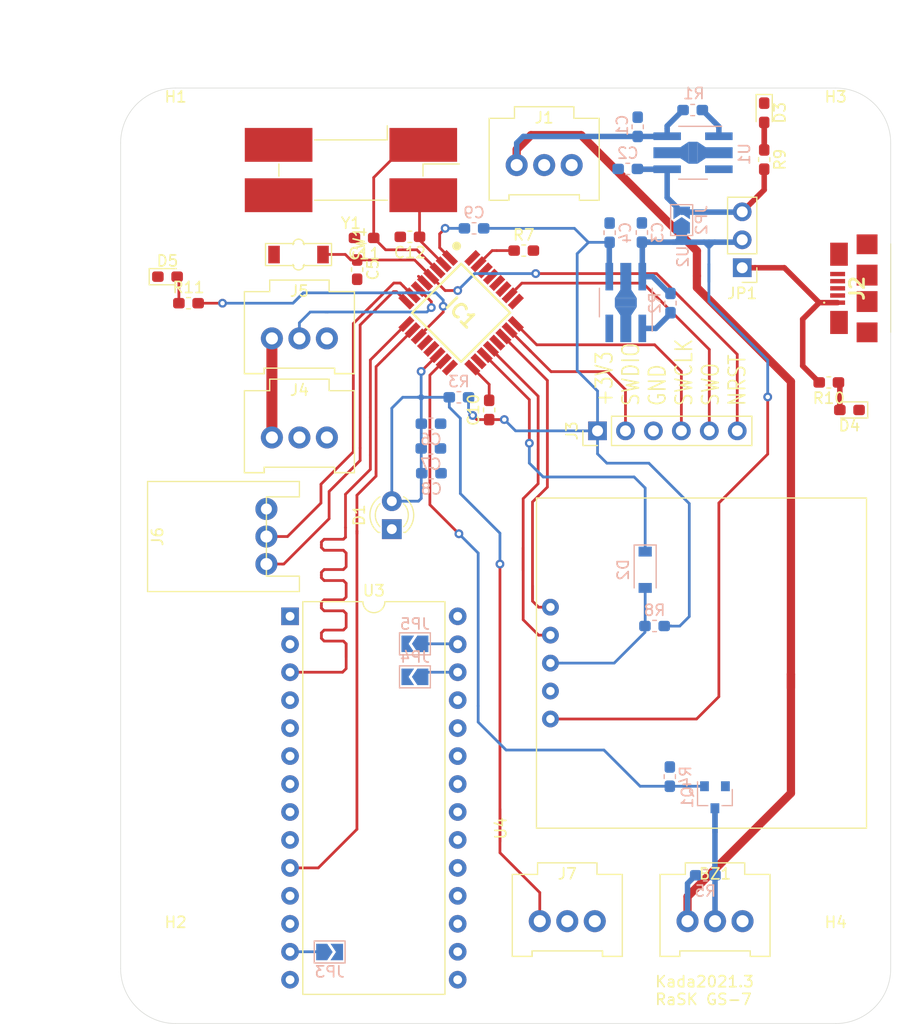
<source format=kicad_pcb>
(kicad_pcb (version 20171130) (host pcbnew "(5.1.4)-1")

  (general
    (thickness 1.6)
    (drawings 21)
    (tracks 422)
    (zones 0)
    (modules 52)
    (nets 76)
  )

  (page A4)
  (layers
    (0 F.Cu signal)
    (31 B.Cu signal)
    (32 B.Adhes user)
    (33 F.Adhes user)
    (34 B.Paste user)
    (35 F.Paste user)
    (36 B.SilkS user)
    (37 F.SilkS user)
    (38 B.Mask user)
    (39 F.Mask user)
    (40 Dwgs.User user)
    (41 Cmts.User user)
    (42 Eco1.User user)
    (43 Eco2.User user)
    (44 Edge.Cuts user)
    (45 Margin user)
    (46 B.CrtYd user)
    (47 F.CrtYd user)
    (48 B.Fab user)
    (49 F.Fab user)
  )

  (setup
    (last_trace_width 0.25)
    (user_trace_width 0.5)
    (user_trace_width 0.75)
    (user_trace_width 1)
    (trace_clearance 0.2)
    (zone_clearance 0.508)
    (zone_45_only no)
    (trace_min 0.2)
    (via_size 0.8)
    (via_drill 0.4)
    (via_min_size 0.4)
    (via_min_drill 0.3)
    (uvia_size 0.3)
    (uvia_drill 0.1)
    (uvias_allowed no)
    (uvia_min_size 0.2)
    (uvia_min_drill 0.1)
    (edge_width 0.05)
    (segment_width 0.2)
    (pcb_text_width 0.3)
    (pcb_text_size 1.5 1.5)
    (mod_edge_width 0.12)
    (mod_text_size 1 1)
    (mod_text_width 0.15)
    (pad_size 1.524 1.524)
    (pad_drill 0.762)
    (pad_to_mask_clearance 0.051)
    (solder_mask_min_width 0.25)
    (aux_axis_origin 0 0)
    (visible_elements 7FFFFFFF)
    (pcbplotparams
      (layerselection 0x010fc_ffffffff)
      (usegerberextensions false)
      (usegerberattributes false)
      (usegerberadvancedattributes false)
      (creategerberjobfile false)
      (excludeedgelayer true)
      (linewidth 0.100000)
      (plotframeref false)
      (viasonmask false)
      (mode 1)
      (useauxorigin false)
      (hpglpennumber 1)
      (hpglpenspeed 20)
      (hpglpendiameter 15.000000)
      (psnegative false)
      (psa4output false)
      (plotreference true)
      (plotvalue true)
      (plotinvisibletext false)
      (padsonsilk false)
      (subtractmaskfromsilk false)
      (outputformat 1)
      (mirror false)
      (drillshape 1)
      (scaleselection 1)
      (outputdirectory ""))
  )

  (net 0 "")
  (net 1 "Net-(C9-Pad2)")
  (net 2 OSC_IN)
  (net 3 OSC_OUT)
  (net 4 NRST)
  (net 5 "Net-(IC1-Pad5)")
  (net 6 Motor)
  (net 7 UART2_TX)
  (net 8 UART2_RX)
  (net 9 "Net-(IC1-Pad12)")
  (net 10 SIG)
  (net 11 FPIN)
  (net 12 Buzzer)
  (net 13 GND)
  (net 14 "Net-(C10-Pad2)")
  (net 15 "Net-(IC1-Pad18)")
  (net 16 UART1_TX)
  (net 17 UART1_RX)
  (net 18 "Net-(IC1-Pad21)")
  (net 19 1pps)
  (net 20 SWDIO)
  (net 21 SWCLK)
  (net 22 "Net-(IC1-Pad25)")
  (net 23 SWO)
  (net 24 FPIN_com)
  (net 25 "Net-(IC1-Pad28)")
  (net 26 "Net-(IC1-Pad29)")
  (net 27 "Net-(IC1-Pad30)")
  (net 28 BOOT0)
  (net 29 USB_5V)
  (net 30 "Net-(J2-Pad2)")
  (net 31 "Net-(J2-Pad3)")
  (net 32 "Net-(J2-Pad4)")
  (net 33 "Net-(BZ1-Pad2)")
  (net 34 "Net-(U3-Pad15)")
  (net 35 "Net-(U3-Pad2)")
  (net 36 "Net-(U3-Pad16)")
  (net 37 "Net-(U3-Pad17)")
  (net 38 "Net-(U3-Pad4)")
  (net 39 "Net-(U3-Pad18)")
  (net 40 "Net-(U3-Pad5)")
  (net 41 "Net-(U3-Pad19)")
  (net 42 "Net-(U3-Pad6)")
  (net 43 "Net-(U3-Pad20)")
  (net 44 "Net-(U3-Pad7)")
  (net 45 "Net-(U3-Pad21)")
  (net 46 "Net-(U3-Pad8)")
  (net 47 "Net-(U3-Pad9)")
  (net 48 "Net-(U3-Pad23)")
  (net 49 "Net-(U3-Pad11)")
  (net 50 "Net-(U3-Pad25)")
  (net 51 "Net-(U3-Pad12)")
  (net 52 "Net-(JP4-Pad1)")
  (net 53 "Net-(JP3-Pad1)")
  (net 54 "Net-(JP5-Pad1)")
  (net 55 +3V3)
  (net 56 +9V)
  (net 57 BATT_5V)
  (net 58 "Net-(D2-Pad2)")
  (net 59 +5V)
  (net 60 "Net-(R1-Pad2)")
  (net 61 "Net-(R2-Pad2)")
  (net 62 "Net-(D3-Pad2)")
  (net 63 "Net-(D4-Pad2)")
  (net 64 "Net-(D5-Pad2)")
  (net 65 "Net-(U1-Pad3)")
  (net 66 "Net-(U2-Pad3)")
  (net 67 "Net-(J4-Pad3)")
  (net 68 +6V)
  (net 69 "Net-(J7-Pad3)")
  (net 70 "Net-(J1-Pad3)")
  (net 71 "Net-(IC1-Pad13)")
  (net 72 "Net-(IC1-Pad27)")
  (net 73 "Net-(Y1-Pad3)")
  (net 74 "Net-(Y1-Pad2)")
  (net 75 LED1)

  (net_class Default "これはデフォルトのネット クラスです。"
    (clearance 0.2)
    (trace_width 0.25)
    (via_dia 0.8)
    (via_drill 0.4)
    (uvia_dia 0.3)
    (uvia_drill 0.1)
    (add_net +3V3)
    (add_net +5V)
    (add_net +6V)
    (add_net +9V)
    (add_net 1pps)
    (add_net BATT_5V)
    (add_net BOOT0)
    (add_net Buzzer)
    (add_net FPIN)
    (add_net FPIN_com)
    (add_net GND)
    (add_net LED1)
    (add_net Motor)
    (add_net NRST)
    (add_net "Net-(BZ1-Pad2)")
    (add_net "Net-(C10-Pad2)")
    (add_net "Net-(C9-Pad2)")
    (add_net "Net-(D2-Pad2)")
    (add_net "Net-(D3-Pad2)")
    (add_net "Net-(D4-Pad2)")
    (add_net "Net-(D5-Pad2)")
    (add_net "Net-(IC1-Pad12)")
    (add_net "Net-(IC1-Pad13)")
    (add_net "Net-(IC1-Pad18)")
    (add_net "Net-(IC1-Pad21)")
    (add_net "Net-(IC1-Pad25)")
    (add_net "Net-(IC1-Pad27)")
    (add_net "Net-(IC1-Pad28)")
    (add_net "Net-(IC1-Pad29)")
    (add_net "Net-(IC1-Pad30)")
    (add_net "Net-(IC1-Pad5)")
    (add_net "Net-(J1-Pad3)")
    (add_net "Net-(J2-Pad2)")
    (add_net "Net-(J2-Pad3)")
    (add_net "Net-(J2-Pad4)")
    (add_net "Net-(J4-Pad3)")
    (add_net "Net-(J7-Pad3)")
    (add_net "Net-(JP3-Pad1)")
    (add_net "Net-(JP4-Pad1)")
    (add_net "Net-(JP5-Pad1)")
    (add_net "Net-(R1-Pad2)")
    (add_net "Net-(R2-Pad2)")
    (add_net "Net-(U1-Pad3)")
    (add_net "Net-(U2-Pad3)")
    (add_net "Net-(U3-Pad11)")
    (add_net "Net-(U3-Pad12)")
    (add_net "Net-(U3-Pad15)")
    (add_net "Net-(U3-Pad16)")
    (add_net "Net-(U3-Pad17)")
    (add_net "Net-(U3-Pad18)")
    (add_net "Net-(U3-Pad19)")
    (add_net "Net-(U3-Pad2)")
    (add_net "Net-(U3-Pad20)")
    (add_net "Net-(U3-Pad21)")
    (add_net "Net-(U3-Pad23)")
    (add_net "Net-(U3-Pad25)")
    (add_net "Net-(U3-Pad4)")
    (add_net "Net-(U3-Pad5)")
    (add_net "Net-(U3-Pad6)")
    (add_net "Net-(U3-Pad7)")
    (add_net "Net-(U3-Pad8)")
    (add_net "Net-(U3-Pad9)")
    (add_net "Net-(Y1-Pad2)")
    (add_net "Net-(Y1-Pad3)")
    (add_net OSC_IN)
    (add_net OSC_OUT)
    (add_net SIG)
    (add_net SWCLK)
    (add_net SWDIO)
    (add_net SWO)
    (add_net UART1_RX)
    (add_net UART1_TX)
    (add_net UART2_RX)
    (add_net UART2_TX)
    (add_net USB_5V)
  )

  (module LED_SMD:LED_0603_1608Metric_Pad1.05x0.95mm_HandSolder (layer F.Cu) (tedit 5B4B45C9) (tstamp 60080524)
    (at 34.26 47.14)
    (descr "LED SMD 0603 (1608 Metric), square (rectangular) end terminal, IPC_7351 nominal, (Body size source: http://www.tortai-tech.com/upload/download/2011102023233369053.pdf), generated with kicad-footprint-generator")
    (tags "LED handsolder")
    (path /60363EA1)
    (attr smd)
    (fp_text reference D5 (at 0 -1.43) (layer F.SilkS)
      (effects (font (size 1 1) (thickness 0.15)))
    )
    (fp_text value LED_Small (at 0 1.43) (layer F.Fab)
      (effects (font (size 1 1) (thickness 0.15)))
    )
    (fp_text user %R (at 0 0) (layer F.Fab)
      (effects (font (size 0.4 0.4) (thickness 0.06)))
    )
    (fp_line (start 1.65 0.73) (end -1.65 0.73) (layer F.CrtYd) (width 0.05))
    (fp_line (start 1.65 -0.73) (end 1.65 0.73) (layer F.CrtYd) (width 0.05))
    (fp_line (start -1.65 -0.73) (end 1.65 -0.73) (layer F.CrtYd) (width 0.05))
    (fp_line (start -1.65 0.73) (end -1.65 -0.73) (layer F.CrtYd) (width 0.05))
    (fp_line (start -1.66 0.735) (end 0.8 0.735) (layer F.SilkS) (width 0.12))
    (fp_line (start -1.66 -0.735) (end -1.66 0.735) (layer F.SilkS) (width 0.12))
    (fp_line (start 0.8 -0.735) (end -1.66 -0.735) (layer F.SilkS) (width 0.12))
    (fp_line (start 0.8 0.4) (end 0.8 -0.4) (layer F.Fab) (width 0.1))
    (fp_line (start -0.8 0.4) (end 0.8 0.4) (layer F.Fab) (width 0.1))
    (fp_line (start -0.8 -0.1) (end -0.8 0.4) (layer F.Fab) (width 0.1))
    (fp_line (start -0.5 -0.4) (end -0.8 -0.1) (layer F.Fab) (width 0.1))
    (fp_line (start 0.8 -0.4) (end -0.5 -0.4) (layer F.Fab) (width 0.1))
    (pad 2 smd roundrect (at 0.875 0) (size 1.05 0.95) (layers F.Cu F.Paste F.Mask) (roundrect_rratio 0.25)
      (net 64 "Net-(D5-Pad2)"))
    (pad 1 smd roundrect (at -0.875 0) (size 1.05 0.95) (layers F.Cu F.Paste F.Mask) (roundrect_rratio 0.25)
      (net 13 GND))
    (model ${KISYS3DMOD}/LED_SMD.3dshapes/LED_0603_1608Metric.wrl
      (at (xyz 0 0 0))
      (scale (xyz 1 1 1))
      (rotate (xyz 0 0 0))
    )
  )

  (module LED_SMD:LED_0603_1608Metric_Pad1.05x0.95mm_HandSolder (layer F.Cu) (tedit 5B4B45C9) (tstamp 60080511)
    (at 96.25 59.25 180)
    (descr "LED SMD 0603 (1608 Metric), square (rectangular) end terminal, IPC_7351 nominal, (Body size source: http://www.tortai-tech.com/upload/download/2011102023233369053.pdf), generated with kicad-footprint-generator")
    (tags "LED handsolder")
    (path /6035CF9B)
    (attr smd)
    (fp_text reference D4 (at 0 -1.43) (layer F.SilkS)
      (effects (font (size 1 1) (thickness 0.15)))
    )
    (fp_text value LED_Small (at 0 1.43) (layer F.Fab)
      (effects (font (size 1 1) (thickness 0.15)))
    )
    (fp_text user %R (at 0 0) (layer F.Fab)
      (effects (font (size 0.4 0.4) (thickness 0.06)))
    )
    (fp_line (start 1.65 0.73) (end -1.65 0.73) (layer F.CrtYd) (width 0.05))
    (fp_line (start 1.65 -0.73) (end 1.65 0.73) (layer F.CrtYd) (width 0.05))
    (fp_line (start -1.65 -0.73) (end 1.65 -0.73) (layer F.CrtYd) (width 0.05))
    (fp_line (start -1.65 0.73) (end -1.65 -0.73) (layer F.CrtYd) (width 0.05))
    (fp_line (start -1.66 0.735) (end 0.8 0.735) (layer F.SilkS) (width 0.12))
    (fp_line (start -1.66 -0.735) (end -1.66 0.735) (layer F.SilkS) (width 0.12))
    (fp_line (start 0.8 -0.735) (end -1.66 -0.735) (layer F.SilkS) (width 0.12))
    (fp_line (start 0.8 0.4) (end 0.8 -0.4) (layer F.Fab) (width 0.1))
    (fp_line (start -0.8 0.4) (end 0.8 0.4) (layer F.Fab) (width 0.1))
    (fp_line (start -0.8 -0.1) (end -0.8 0.4) (layer F.Fab) (width 0.1))
    (fp_line (start -0.5 -0.4) (end -0.8 -0.1) (layer F.Fab) (width 0.1))
    (fp_line (start 0.8 -0.4) (end -0.5 -0.4) (layer F.Fab) (width 0.1))
    (pad 2 smd roundrect (at 0.875 0 180) (size 1.05 0.95) (layers F.Cu F.Paste F.Mask) (roundrect_rratio 0.25)
      (net 63 "Net-(D4-Pad2)"))
    (pad 1 smd roundrect (at -0.875 0 180) (size 1.05 0.95) (layers F.Cu F.Paste F.Mask) (roundrect_rratio 0.25)
      (net 13 GND))
    (model ${KISYS3DMOD}/LED_SMD.3dshapes/LED_0603_1608Metric.wrl
      (at (xyz 0 0 0))
      (scale (xyz 1 1 1))
      (rotate (xyz 0 0 0))
    )
  )

  (module LED_SMD:LED_0603_1608Metric_Pad1.05x0.95mm_HandSolder (layer F.Cu) (tedit 5B4B45C9) (tstamp 600804FE)
    (at 88.5 32.25 270)
    (descr "LED SMD 0603 (1608 Metric), square (rectangular) end terminal, IPC_7351 nominal, (Body size source: http://www.tortai-tech.com/upload/download/2011102023233369053.pdf), generated with kicad-footprint-generator")
    (tags "LED handsolder")
    (path /6031662F)
    (attr smd)
    (fp_text reference D3 (at 0 -1.43 90) (layer F.SilkS)
      (effects (font (size 1 1) (thickness 0.15)))
    )
    (fp_text value LED_Small (at 0 1.43 90) (layer F.Fab)
      (effects (font (size 1 1) (thickness 0.15)))
    )
    (fp_text user %R (at 0 0 90) (layer F.Fab)
      (effects (font (size 0.4 0.4) (thickness 0.06)))
    )
    (fp_line (start 1.65 0.73) (end -1.65 0.73) (layer F.CrtYd) (width 0.05))
    (fp_line (start 1.65 -0.73) (end 1.65 0.73) (layer F.CrtYd) (width 0.05))
    (fp_line (start -1.65 -0.73) (end 1.65 -0.73) (layer F.CrtYd) (width 0.05))
    (fp_line (start -1.65 0.73) (end -1.65 -0.73) (layer F.CrtYd) (width 0.05))
    (fp_line (start -1.66 0.735) (end 0.8 0.735) (layer F.SilkS) (width 0.12))
    (fp_line (start -1.66 -0.735) (end -1.66 0.735) (layer F.SilkS) (width 0.12))
    (fp_line (start 0.8 -0.735) (end -1.66 -0.735) (layer F.SilkS) (width 0.12))
    (fp_line (start 0.8 0.4) (end 0.8 -0.4) (layer F.Fab) (width 0.1))
    (fp_line (start -0.8 0.4) (end 0.8 0.4) (layer F.Fab) (width 0.1))
    (fp_line (start -0.8 -0.1) (end -0.8 0.4) (layer F.Fab) (width 0.1))
    (fp_line (start -0.5 -0.4) (end -0.8 -0.1) (layer F.Fab) (width 0.1))
    (fp_line (start 0.8 -0.4) (end -0.5 -0.4) (layer F.Fab) (width 0.1))
    (pad 2 smd roundrect (at 0.875 0 270) (size 1.05 0.95) (layers F.Cu F.Paste F.Mask) (roundrect_rratio 0.25)
      (net 62 "Net-(D3-Pad2)"))
    (pad 1 smd roundrect (at -0.875 0 270) (size 1.05 0.95) (layers F.Cu F.Paste F.Mask) (roundrect_rratio 0.25)
      (net 13 GND))
    (model ${KISYS3DMOD}/LED_SMD.3dshapes/LED_0603_1608Metric.wrl
      (at (xyz 0 0 0))
      (scale (xyz 1 1 1))
      (rotate (xyz 0 0 0))
    )
  )

  (module MountingHole:MountingHole_3.2mm_M3 (layer F.Cu) (tedit 56D1B4CB) (tstamp 6007E456)
    (at 95 110)
    (descr "Mounting Hole 3.2mm, no annular, M3")
    (tags "mounting hole 3.2mm no annular m3")
    (path /602D5DA6)
    (attr virtual)
    (fp_text reference H4 (at 0 -4.2) (layer F.SilkS)
      (effects (font (size 1 1) (thickness 0.15)))
    )
    (fp_text value MountingHole (at 0 4.2) (layer F.Fab)
      (effects (font (size 1 1) (thickness 0.15)))
    )
    (fp_circle (center 0 0) (end 3.45 0) (layer F.CrtYd) (width 0.05))
    (fp_circle (center 0 0) (end 3.2 0) (layer Cmts.User) (width 0.15))
    (fp_text user %R (at 0.3 0) (layer F.Fab)
      (effects (font (size 1 1) (thickness 0.15)))
    )
    (pad 1 np_thru_hole circle (at 0 0) (size 3.2 3.2) (drill 3.2) (layers *.Cu *.Mask))
  )

  (module MountingHole:MountingHole_3.2mm_M3 (layer F.Cu) (tedit 56D1B4CB) (tstamp 6007E44E)
    (at 95 35)
    (descr "Mounting Hole 3.2mm, no annular, M3")
    (tags "mounting hole 3.2mm no annular m3")
    (path /602D5DAC)
    (attr virtual)
    (fp_text reference H3 (at 0 -4.2) (layer F.SilkS)
      (effects (font (size 1 1) (thickness 0.15)))
    )
    (fp_text value MountingHole (at 0 4.2) (layer F.Fab)
      (effects (font (size 1 1) (thickness 0.15)))
    )
    (fp_circle (center 0 0) (end 3.45 0) (layer F.CrtYd) (width 0.05))
    (fp_circle (center 0 0) (end 3.2 0) (layer Cmts.User) (width 0.15))
    (fp_text user %R (at 0.3 0) (layer F.Fab)
      (effects (font (size 1 1) (thickness 0.15)))
    )
    (pad 1 np_thru_hole circle (at 0 0) (size 3.2 3.2) (drill 3.2) (layers *.Cu *.Mask))
  )

  (module MountingHole:MountingHole_3.2mm_M3 (layer F.Cu) (tedit 56D1B4CB) (tstamp 6007E446)
    (at 35 110)
    (descr "Mounting Hole 3.2mm, no annular, M3")
    (tags "mounting hole 3.2mm no annular m3")
    (path /602C083F)
    (attr virtual)
    (fp_text reference H2 (at 0 -4.2) (layer F.SilkS)
      (effects (font (size 1 1) (thickness 0.15)))
    )
    (fp_text value MountingHole (at 0 4.2) (layer F.Fab)
      (effects (font (size 1 1) (thickness 0.15)))
    )
    (fp_circle (center 0 0) (end 3.45 0) (layer F.CrtYd) (width 0.05))
    (fp_circle (center 0 0) (end 3.2 0) (layer Cmts.User) (width 0.15))
    (fp_text user %R (at 0.3 0) (layer F.Fab)
      (effects (font (size 1 1) (thickness 0.15)))
    )
    (pad 1 np_thru_hole circle (at 0 0) (size 3.2 3.2) (drill 3.2) (layers *.Cu *.Mask))
  )

  (module MountingHole:MountingHole_3.2mm_M3 (layer F.Cu) (tedit 56D1B4CB) (tstamp 6007E43E)
    (at 35 35)
    (descr "Mounting Hole 3.2mm, no annular, M3")
    (tags "mounting hole 3.2mm no annular m3")
    (path /602C14AE)
    (attr virtual)
    (fp_text reference H1 (at 0 -4.2) (layer F.SilkS)
      (effects (font (size 1 1) (thickness 0.15)))
    )
    (fp_text value MountingHole (at 0 4.2) (layer F.Fab)
      (effects (font (size 1 1) (thickness 0.15)))
    )
    (fp_circle (center 0 0) (end 3.45 0) (layer F.CrtYd) (width 0.05))
    (fp_circle (center 0 0) (end 3.2 0) (layer Cmts.User) (width 0.15))
    (fp_text user %R (at 0.3 0) (layer F.Fab)
      (effects (font (size 1 1) (thickness 0.15)))
    )
    (pad 1 np_thru_hole circle (at 0 0) (size 3.2 3.2) (drill 3.2) (layers *.Cu *.Mask))
  )

  (module Package_TO_SOT_SMD:SOT-23 (layer B.Cu) (tedit 5A02FF57) (tstamp 5FF6DDED)
    (at 84.02 94.44 270)
    (descr "SOT-23, Standard")
    (tags SOT-23)
    (path /5FF75945)
    (attr smd)
    (fp_text reference Q1 (at 0 2.5 90) (layer B.SilkS)
      (effects (font (size 1 1) (thickness 0.15)) (justify mirror))
    )
    (fp_text value 2N7002K (at 0 -2.5 90) (layer B.Fab)
      (effects (font (size 1 1) (thickness 0.15)) (justify mirror))
    )
    (fp_text user %R (at 0 0 180) (layer B.Fab)
      (effects (font (size 0.5 0.5) (thickness 0.075)) (justify mirror))
    )
    (fp_line (start -0.7 0.95) (end -0.7 -1.5) (layer B.Fab) (width 0.1))
    (fp_line (start -0.15 1.52) (end 0.7 1.52) (layer B.Fab) (width 0.1))
    (fp_line (start -0.7 0.95) (end -0.15 1.52) (layer B.Fab) (width 0.1))
    (fp_line (start 0.7 1.52) (end 0.7 -1.52) (layer B.Fab) (width 0.1))
    (fp_line (start -0.7 -1.52) (end 0.7 -1.52) (layer B.Fab) (width 0.1))
    (fp_line (start 0.76 -1.58) (end 0.76 -0.65) (layer B.SilkS) (width 0.12))
    (fp_line (start 0.76 1.58) (end 0.76 0.65) (layer B.SilkS) (width 0.12))
    (fp_line (start -1.7 1.75) (end 1.7 1.75) (layer B.CrtYd) (width 0.05))
    (fp_line (start 1.7 1.75) (end 1.7 -1.75) (layer B.CrtYd) (width 0.05))
    (fp_line (start 1.7 -1.75) (end -1.7 -1.75) (layer B.CrtYd) (width 0.05))
    (fp_line (start -1.7 -1.75) (end -1.7 1.75) (layer B.CrtYd) (width 0.05))
    (fp_line (start 0.76 1.58) (end -1.4 1.58) (layer B.SilkS) (width 0.12))
    (fp_line (start 0.76 -1.58) (end -0.7 -1.58) (layer B.SilkS) (width 0.12))
    (pad 1 smd rect (at -1 0.95 270) (size 0.9 0.8) (layers B.Cu B.Paste B.Mask)
      (net 12 Buzzer))
    (pad 2 smd rect (at -1 -0.95 270) (size 0.9 0.8) (layers B.Cu B.Paste B.Mask)
      (net 13 GND))
    (pad 3 smd rect (at 1 0 270) (size 0.9 0.8) (layers B.Cu B.Paste B.Mask)
      (net 33 "Net-(BZ1-Pad2)"))
    (model ${KISYS3DMOD}/Package_TO_SOT_SMD.3dshapes/SOT-23.wrl
      (at (xyz 0 0 0))
      (scale (xyz 1 1 1))
      (rotate (xyz 0 0 0))
    )
  )

  (module Crystal:Crystal_SMD_SeikoEpson_MA506-4Pin_12.7x5.1mm_HandSoldering (layer F.Cu) (tedit 5A0FD1B2) (tstamp 6005929B)
    (at 50.935 37.4525 180)
    (descr "SMD Crystal Seiko Epson MC-506 http://media.digikey.com/pdf/Data%20Sheets/Epson%20PDFs/MA-505,506.pdf, hand-soldering, 12.7x5.1mm^2 package")
    (tags "SMD SMT crystal hand-soldering")
    (path /5FF304A3)
    (attr smd)
    (fp_text reference Y1 (at 0 -4.825 180) (layer F.SilkS)
      (effects (font (size 1 1) (thickness 0.15)))
    )
    (fp_text value 8MHz (at 0 4.825 180) (layer F.Fab)
      (effects (font (size 1 1) (thickness 0.15)))
    )
    (fp_line (start 9.9 -4.1) (end -9.9 -4.1) (layer F.CrtYd) (width 0.05))
    (fp_line (start 9.9 4.1) (end 9.9 -4.1) (layer F.CrtYd) (width 0.05))
    (fp_line (start -9.9 4.1) (end 9.9 4.1) (layer F.CrtYd) (width 0.05))
    (fp_line (start -9.9 -4.1) (end -9.9 4.1) (layer F.CrtYd) (width 0.05))
    (fp_line (start -3.3 2.74) (end -3.3 4.025) (layer F.SilkS) (width 0.12))
    (fp_line (start 3.3 2.74) (end -3.3 2.74) (layer F.SilkS) (width 0.12))
    (fp_line (start -3.3 -2.74) (end 3.3 -2.74) (layer F.SilkS) (width 0.12))
    (fp_line (start 6.55 -0.55) (end 6.55 0.55) (layer F.SilkS) (width 0.12))
    (fp_line (start -6.55 0.55) (end -6.55 -0.55) (layer F.SilkS) (width 0.12))
    (fp_line (start -9.85 0.55) (end -6.55 0.55) (layer F.SilkS) (width 0.12))
    (fp_line (start -6.35 1.54) (end -5.35 2.54) (layer F.Fab) (width 0.1))
    (fp_line (start 6.35 -2.54) (end -6.35 -2.54) (layer F.Fab) (width 0.1))
    (fp_line (start 6.35 2.54) (end 6.35 -2.54) (layer F.Fab) (width 0.1))
    (fp_line (start -6.35 2.54) (end 6.35 2.54) (layer F.Fab) (width 0.1))
    (fp_line (start -6.35 -2.54) (end -6.35 2.54) (layer F.Fab) (width 0.1))
    (fp_text user %R (at 0 0 180) (layer F.Fab)
      (effects (font (size 1 1) (thickness 0.15)))
    )
    (pad 4 smd rect (at -6.575 -2.2875 180) (size 6.15 3.075) (layers F.Cu F.Paste F.Mask)
      (net 2 OSC_IN))
    (pad 3 smd rect (at 6.575 -2.2875 180) (size 6.15 3.075) (layers F.Cu F.Paste F.Mask)
      (net 73 "Net-(Y1-Pad3)"))
    (pad 2 smd rect (at 6.575 2.2875 180) (size 6.15 3.075) (layers F.Cu F.Paste F.Mask)
      (net 74 "Net-(Y1-Pad2)"))
    (pad 1 smd rect (at -6.575 2.2875 180) (size 6.15 3.075) (layers F.Cu F.Paste F.Mask)
      (net 3 OSC_OUT))
    (model ${KISYS3DMOD}/Crystal.3dshapes/Crystal_SMD_SeikoEpson_MA506-4Pin_12.7x5.1mm_HandSoldering.wrl
      (at (xyz 0 0 0))
      (scale (xyz 1 1 1))
      (rotate (xyz 0 0 0))
    )
  )

  (module Connector_PinHeader_2.54mm:PinHeader_1x03_P2.54mm_Vertical (layer F.Cu) (tedit 59FED5CC) (tstamp 6000CD99)
    (at 86.5 46.33 180)
    (descr "Through hole straight pin header, 1x03, 2.54mm pitch, single row")
    (tags "Through hole pin header THT 1x03 2.54mm single row")
    (path /60044DC7)
    (fp_text reference JP1 (at 0 -2.33) (layer F.SilkS)
      (effects (font (size 1 1) (thickness 0.15)))
    )
    (fp_text value Jumper_3_Open (at 0 7.41) (layer F.Fab)
      (effects (font (size 1 1) (thickness 0.15)))
    )
    (fp_text user %R (at 0 2.54 90) (layer F.Fab)
      (effects (font (size 1 1) (thickness 0.15)))
    )
    (fp_line (start 1.8 -1.8) (end -1.8 -1.8) (layer F.CrtYd) (width 0.05))
    (fp_line (start 1.8 6.85) (end 1.8 -1.8) (layer F.CrtYd) (width 0.05))
    (fp_line (start -1.8 6.85) (end 1.8 6.85) (layer F.CrtYd) (width 0.05))
    (fp_line (start -1.8 -1.8) (end -1.8 6.85) (layer F.CrtYd) (width 0.05))
    (fp_line (start -1.33 -1.33) (end 0 -1.33) (layer F.SilkS) (width 0.12))
    (fp_line (start -1.33 0) (end -1.33 -1.33) (layer F.SilkS) (width 0.12))
    (fp_line (start -1.33 1.27) (end 1.33 1.27) (layer F.SilkS) (width 0.12))
    (fp_line (start 1.33 1.27) (end 1.33 6.41) (layer F.SilkS) (width 0.12))
    (fp_line (start -1.33 1.27) (end -1.33 6.41) (layer F.SilkS) (width 0.12))
    (fp_line (start -1.33 6.41) (end 1.33 6.41) (layer F.SilkS) (width 0.12))
    (fp_line (start -1.27 -0.635) (end -0.635 -1.27) (layer F.Fab) (width 0.1))
    (fp_line (start -1.27 6.35) (end -1.27 -0.635) (layer F.Fab) (width 0.1))
    (fp_line (start 1.27 6.35) (end -1.27 6.35) (layer F.Fab) (width 0.1))
    (fp_line (start 1.27 -1.27) (end 1.27 6.35) (layer F.Fab) (width 0.1))
    (fp_line (start -0.635 -1.27) (end 1.27 -1.27) (layer F.Fab) (width 0.1))
    (pad 3 thru_hole oval (at 0 5.08 180) (size 1.7 1.7) (drill 1) (layers *.Cu *.Mask)
      (net 57 BATT_5V))
    (pad 2 thru_hole oval (at 0 2.54 180) (size 1.7 1.7) (drill 1) (layers *.Cu *.Mask)
      (net 59 +5V))
    (pad 1 thru_hole rect (at 0 0 180) (size 1.7 1.7) (drill 1) (layers *.Cu *.Mask)
      (net 29 USB_5V))
    (model ${KISYS3DMOD}/Connector_PinHeader_2.54mm.3dshapes/PinHeader_1x03_P2.54mm_Vertical.wrl
      (at (xyz 0 0 0))
      (scale (xyz 1 1 1))
      (rotate (xyz 0 0 0))
    )
  )

  (module Connector_PinHeader_2.54mm:PinHeader_1x06_P2.54mm_Vertical (layer F.Cu) (tedit 59FED5CC) (tstamp 6000CCE2)
    (at 73.35 61.15 90)
    (descr "Through hole straight pin header, 1x06, 2.54mm pitch, single row")
    (tags "Through hole pin header THT 1x06 2.54mm single row")
    (path /5FEE051C)
    (fp_text reference J3 (at 0 -2.33 90) (layer F.SilkS)
      (effects (font (size 1 1) (thickness 0.15)))
    )
    (fp_text value ST-LINK/V2-1 (at 0 15.03 90) (layer F.Fab)
      (effects (font (size 1 1) (thickness 0.15)))
    )
    (fp_text user %R (at 0 6.35) (layer F.Fab)
      (effects (font (size 1 1) (thickness 0.15)))
    )
    (fp_line (start 1.8 -1.8) (end -1.8 -1.8) (layer F.CrtYd) (width 0.05))
    (fp_line (start 1.8 14.5) (end 1.8 -1.8) (layer F.CrtYd) (width 0.05))
    (fp_line (start -1.8 14.5) (end 1.8 14.5) (layer F.CrtYd) (width 0.05))
    (fp_line (start -1.8 -1.8) (end -1.8 14.5) (layer F.CrtYd) (width 0.05))
    (fp_line (start -1.33 -1.33) (end 0 -1.33) (layer F.SilkS) (width 0.12))
    (fp_line (start -1.33 0) (end -1.33 -1.33) (layer F.SilkS) (width 0.12))
    (fp_line (start -1.33 1.27) (end 1.33 1.27) (layer F.SilkS) (width 0.12))
    (fp_line (start 1.33 1.27) (end 1.33 14.03) (layer F.SilkS) (width 0.12))
    (fp_line (start -1.33 1.27) (end -1.33 14.03) (layer F.SilkS) (width 0.12))
    (fp_line (start -1.33 14.03) (end 1.33 14.03) (layer F.SilkS) (width 0.12))
    (fp_line (start -1.27 -0.635) (end -0.635 -1.27) (layer F.Fab) (width 0.1))
    (fp_line (start -1.27 13.97) (end -1.27 -0.635) (layer F.Fab) (width 0.1))
    (fp_line (start 1.27 13.97) (end -1.27 13.97) (layer F.Fab) (width 0.1))
    (fp_line (start 1.27 -1.27) (end 1.27 13.97) (layer F.Fab) (width 0.1))
    (fp_line (start -0.635 -1.27) (end 1.27 -1.27) (layer F.Fab) (width 0.1))
    (pad 6 thru_hole oval (at 0 12.7 90) (size 1.7 1.7) (drill 1) (layers *.Cu *.Mask)
      (net 4 NRST))
    (pad 5 thru_hole oval (at 0 10.16 90) (size 1.7 1.7) (drill 1) (layers *.Cu *.Mask)
      (net 23 SWO))
    (pad 4 thru_hole oval (at 0 7.62 90) (size 1.7 1.7) (drill 1) (layers *.Cu *.Mask)
      (net 21 SWCLK))
    (pad 3 thru_hole oval (at 0 5.08 90) (size 1.7 1.7) (drill 1) (layers *.Cu *.Mask)
      (net 13 GND))
    (pad 2 thru_hole oval (at 0 2.54 90) (size 1.7 1.7) (drill 1) (layers *.Cu *.Mask)
      (net 20 SWDIO))
    (pad 1 thru_hole rect (at 0 0 90) (size 1.7 1.7) (drill 1) (layers *.Cu *.Mask)
      (net 55 +3V3))
    (model ${KISYS3DMOD}/Connector_PinHeader_2.54mm.3dshapes/PinHeader_1x06_P2.54mm_Vertical.wrl
      (at (xyz 0 0 0))
      (scale (xyz 1 1 1))
      (rotate (xyz 0 0 0))
    )
  )

  (module KUTKiCad_footprint:Hirose_DF1E_DF1E-3P-2.5DS_1x03_P2.5mm_Vertical (layer F.Cu) (tedit 5D6CD0D5) (tstamp 5FF85122)
    (at 66 37)
    (path /5FE6E0A0)
    (fp_text reference J1 (at 2.5 -4.3) (layer F.SilkS)
      (effects (font (size 1 1) (thickness 0.15)))
    )
    (fp_text value 9V (at 2.5 -6) (layer F.Fab)
      (effects (font (size 1 1) (thickness 0.15)))
    )
    (fp_line (start 7.5 3.2) (end 7.5 -4.25) (layer F.SilkS) (width 0.12))
    (fp_line (start -2.5 -4.25) (end -2.5 3.2) (layer F.SilkS) (width 0.12))
    (fp_line (start 5.2 -5.3) (end -0.2 -5.3) (layer F.SilkS) (width 0.12))
    (fp_line (start 5.2 -4.25) (end 5.2 -5.3) (layer F.SilkS) (width 0.12))
    (fp_line (start 7.5 -4.25) (end 5.2 -4.25) (layer F.SilkS) (width 0.12))
    (fp_line (start 5.7 3.2) (end 7.5 3.2) (layer F.SilkS) (width 0.12))
    (fp_line (start 5.7 2.7) (end 5.7 3.2) (layer F.SilkS) (width 0.12))
    (fp_line (start -0.7 2.7) (end 5.7 2.7) (layer F.SilkS) (width 0.12))
    (fp_line (start -0.7 3.2) (end -0.7 2.7) (layer F.SilkS) (width 0.12))
    (fp_line (start -2.5 3.2) (end -0.7 3.2) (layer F.SilkS) (width 0.12))
    (fp_line (start -0.2 -4.25) (end -2.5 -4.25) (layer F.SilkS) (width 0.12))
    (fp_line (start -0.2 -5.3) (end -0.2 -4.25) (layer F.SilkS) (width 0.12))
    (fp_line (start 5.7 3.2) (end 5.7 2.7) (layer F.SilkS) (width 0.12))
    (fp_line (start 7.5 3.2) (end 5.7 3.2) (layer F.SilkS) (width 0.12))
    (fp_line (start -0.7 3.2) (end -0.7 2.7) (layer F.SilkS) (width 0.12))
    (fp_line (start -2.5 3.2) (end -0.7 3.2) (layer F.SilkS) (width 0.12))
    (pad 3 thru_hole circle (at 5 0) (size 2 2) (drill 1.1) (layers *.Cu *.Mask)
      (net 70 "Net-(J1-Pad3)"))
    (pad 2 thru_hole circle (at 2.5 0) (size 2 2) (drill 1.1) (layers *.Cu *.Mask)
      (net 13 GND))
    (pad 1 thru_hole circle (at 0 0) (size 2 2) (drill 1.1) (layers *.Cu *.Mask)
      (net 56 +9V))
  )

  (module KUTKiCad_footprint:Hirose_DF1E_DF1E-3P-2.5DS_1x03_P2.5mm_Vertical (layer F.Cu) (tedit 5D6CD0D5) (tstamp 5FF842CC)
    (at 68.1 105.7)
    (path /5FF188E3)
    (fp_text reference J7 (at 2.5 -4.3) (layer F.SilkS)
      (effects (font (size 1 1) (thickness 0.15)))
    )
    (fp_text value "Flight Pin" (at 2.5 -6) (layer F.Fab)
      (effects (font (size 1 1) (thickness 0.15)))
    )
    (fp_line (start 7.5 3.2) (end 7.5 -4.25) (layer F.SilkS) (width 0.12))
    (fp_line (start -2.5 -4.25) (end -2.5 3.2) (layer F.SilkS) (width 0.12))
    (fp_line (start 5.2 -5.3) (end -0.2 -5.3) (layer F.SilkS) (width 0.12))
    (fp_line (start 5.2 -4.25) (end 5.2 -5.3) (layer F.SilkS) (width 0.12))
    (fp_line (start 7.5 -4.25) (end 5.2 -4.25) (layer F.SilkS) (width 0.12))
    (fp_line (start 5.7 3.2) (end 7.5 3.2) (layer F.SilkS) (width 0.12))
    (fp_line (start 5.7 2.7) (end 5.7 3.2) (layer F.SilkS) (width 0.12))
    (fp_line (start -0.7 2.7) (end 5.7 2.7) (layer F.SilkS) (width 0.12))
    (fp_line (start -0.7 3.2) (end -0.7 2.7) (layer F.SilkS) (width 0.12))
    (fp_line (start -2.5 3.2) (end -0.7 3.2) (layer F.SilkS) (width 0.12))
    (fp_line (start -0.2 -4.25) (end -2.5 -4.25) (layer F.SilkS) (width 0.12))
    (fp_line (start -0.2 -5.3) (end -0.2 -4.25) (layer F.SilkS) (width 0.12))
    (fp_line (start 5.7 3.2) (end 5.7 2.7) (layer F.SilkS) (width 0.12))
    (fp_line (start 7.5 3.2) (end 5.7 3.2) (layer F.SilkS) (width 0.12))
    (fp_line (start -0.7 3.2) (end -0.7 2.7) (layer F.SilkS) (width 0.12))
    (fp_line (start -2.5 3.2) (end -0.7 3.2) (layer F.SilkS) (width 0.12))
    (pad 3 thru_hole circle (at 5 0) (size 2 2) (drill 1.1) (layers *.Cu *.Mask)
      (net 69 "Net-(J7-Pad3)"))
    (pad 2 thru_hole circle (at 2.5 0) (size 2 2) (drill 1.1) (layers *.Cu *.Mask)
      (net 13 GND))
    (pad 1 thru_hole circle (at 0 0) (size 2 2) (drill 1.1) (layers *.Cu *.Mask)
      (net 11 FPIN))
  )

  (module KUTKiCad_footprint:Hirose_DF1E_DF1E-3P-2.5DS_1x03_P2.5mm_Horizontal (layer F.Cu) (tedit 5D6CEBAF) (tstamp 5FF842B5)
    (at 43.25 73.25 90)
    (path /60385A8E)
    (fp_text reference J6 (at 2.5 -9.9 90) (layer F.SilkS)
      (effects (font (size 1 1) (thickness 0.15)))
    )
    (fp_text value communication (at 2.5 -11.6 90) (layer F.Fab)
      (effects (font (size 1 1) (thickness 0.15)))
    )
    (fp_line (start 6.1 0) (end -1.1 0) (layer F.SilkS) (width 0.12))
    (fp_line (start 7.5 -10.8) (end -2.5 -10.8) (layer F.SilkS) (width 0.12))
    (fp_line (start 6.1 3) (end 6.1 0) (layer F.SilkS) (width 0.12))
    (fp_line (start 7.5 3) (end 6.1 3) (layer F.SilkS) (width 0.12))
    (fp_line (start 7.5 -10.8) (end 7.5 3) (layer F.SilkS) (width 0.12))
    (fp_line (start -2.5 3) (end -2.5 -10.8) (layer F.SilkS) (width 0.12))
    (fp_line (start -1.1 3) (end -2.5 3) (layer F.SilkS) (width 0.12))
    (fp_line (start -1.1 0) (end -1.1 3) (layer F.SilkS) (width 0.12))
    (pad 1 thru_hole circle (at 0 0 90) (size 2 2) (drill 1.1) (layers *.Cu *.Mask)
      (net 24 FPIN_com))
    (pad 2 thru_hole circle (at 2.5 0 90) (size 2 2) (drill 1.1) (layers *.Cu *.Mask)
      (net 10 SIG))
    (pad 3 thru_hole circle (at 5 0 90) (size 2 2) (drill 1) (layers *.Cu *.Mask)
      (net 13 GND))
  )

  (module KUTKiCad_footprint:Hirose_DF1E_DF1E-3P-2.5DS_1x03_P2.5mm_Vertical (layer F.Cu) (tedit 5D6CD0D5) (tstamp 5FF842A6)
    (at 43.75 52.75)
    (path /60434384)
    (fp_text reference J5 (at 2.5 -4.3) (layer F.SilkS)
      (effects (font (size 1 1) (thickness 0.15)))
    )
    (fp_text value Motor (at 2.5 -6) (layer F.Fab)
      (effects (font (size 1 1) (thickness 0.15)))
    )
    (fp_line (start 7.5 3.2) (end 7.5 -4.25) (layer F.SilkS) (width 0.12))
    (fp_line (start -2.5 -4.25) (end -2.5 3.2) (layer F.SilkS) (width 0.12))
    (fp_line (start 5.2 -5.3) (end -0.2 -5.3) (layer F.SilkS) (width 0.12))
    (fp_line (start 5.2 -4.25) (end 5.2 -5.3) (layer F.SilkS) (width 0.12))
    (fp_line (start 7.5 -4.25) (end 5.2 -4.25) (layer F.SilkS) (width 0.12))
    (fp_line (start 5.7 3.2) (end 7.5 3.2) (layer F.SilkS) (width 0.12))
    (fp_line (start 5.7 2.7) (end 5.7 3.2) (layer F.SilkS) (width 0.12))
    (fp_line (start -0.7 2.7) (end 5.7 2.7) (layer F.SilkS) (width 0.12))
    (fp_line (start -0.7 3.2) (end -0.7 2.7) (layer F.SilkS) (width 0.12))
    (fp_line (start -2.5 3.2) (end -0.7 3.2) (layer F.SilkS) (width 0.12))
    (fp_line (start -0.2 -4.25) (end -2.5 -4.25) (layer F.SilkS) (width 0.12))
    (fp_line (start -0.2 -5.3) (end -0.2 -4.25) (layer F.SilkS) (width 0.12))
    (fp_line (start 5.7 3.2) (end 5.7 2.7) (layer F.SilkS) (width 0.12))
    (fp_line (start 7.5 3.2) (end 5.7 3.2) (layer F.SilkS) (width 0.12))
    (fp_line (start -0.7 3.2) (end -0.7 2.7) (layer F.SilkS) (width 0.12))
    (fp_line (start -2.5 3.2) (end -0.7 3.2) (layer F.SilkS) (width 0.12))
    (pad 3 thru_hole circle (at 5 0) (size 2 2) (drill 1.1) (layers *.Cu *.Mask)
      (net 13 GND))
    (pad 2 thru_hole circle (at 2.5 0) (size 2 2) (drill 1.1) (layers *.Cu *.Mask)
      (net 6 Motor))
    (pad 1 thru_hole circle (at 0 0) (size 2 2) (drill 1.1) (layers *.Cu *.Mask)
      (net 68 +6V))
  )

  (module KUTKiCad_footprint:Hirose_DF1E_DF1E-3P-2.5DS_1x03_P2.5mm_Vertical (layer F.Cu) (tedit 5D6CD0D5) (tstamp 5FF8428F)
    (at 43.75 61.75)
    (path /603786CC)
    (fp_text reference J4 (at 2.5 -4.3) (layer F.SilkS)
      (effects (font (size 1 1) (thickness 0.15)))
    )
    (fp_text value 6V (at 2.5 -6) (layer F.Fab)
      (effects (font (size 1 1) (thickness 0.15)))
    )
    (fp_line (start 7.5 3.2) (end 7.5 -4.25) (layer F.SilkS) (width 0.12))
    (fp_line (start -2.5 -4.25) (end -2.5 3.2) (layer F.SilkS) (width 0.12))
    (fp_line (start 5.2 -5.3) (end -0.2 -5.3) (layer F.SilkS) (width 0.12))
    (fp_line (start 5.2 -4.25) (end 5.2 -5.3) (layer F.SilkS) (width 0.12))
    (fp_line (start 7.5 -4.25) (end 5.2 -4.25) (layer F.SilkS) (width 0.12))
    (fp_line (start 5.7 3.2) (end 7.5 3.2) (layer F.SilkS) (width 0.12))
    (fp_line (start 5.7 2.7) (end 5.7 3.2) (layer F.SilkS) (width 0.12))
    (fp_line (start -0.7 2.7) (end 5.7 2.7) (layer F.SilkS) (width 0.12))
    (fp_line (start -0.7 3.2) (end -0.7 2.7) (layer F.SilkS) (width 0.12))
    (fp_line (start -2.5 3.2) (end -0.7 3.2) (layer F.SilkS) (width 0.12))
    (fp_line (start -0.2 -4.25) (end -2.5 -4.25) (layer F.SilkS) (width 0.12))
    (fp_line (start -0.2 -5.3) (end -0.2 -4.25) (layer F.SilkS) (width 0.12))
    (fp_line (start 5.7 3.2) (end 5.7 2.7) (layer F.SilkS) (width 0.12))
    (fp_line (start 7.5 3.2) (end 5.7 3.2) (layer F.SilkS) (width 0.12))
    (fp_line (start -0.7 3.2) (end -0.7 2.7) (layer F.SilkS) (width 0.12))
    (fp_line (start -2.5 3.2) (end -0.7 3.2) (layer F.SilkS) (width 0.12))
    (pad 3 thru_hole circle (at 5 0) (size 2 2) (drill 1.1) (layers *.Cu *.Mask)
      (net 67 "Net-(J4-Pad3)"))
    (pad 2 thru_hole circle (at 2.5 0) (size 2 2) (drill 1.1) (layers *.Cu *.Mask)
      (net 13 GND))
    (pad 1 thru_hole circle (at 0 0) (size 2 2) (drill 1.1) (layers *.Cu *.Mask)
      (net 68 +6V))
  )

  (module KUTKiCad_footprint:Hirose_DF1E_DF1E-3P-2.5DS_1x03_P2.5mm_Vertical (layer F.Cu) (tedit 5D6CD0D5) (tstamp 5FF83F90)
    (at 81.53 105.7)
    (path /5FF7B583)
    (fp_text reference BZ1 (at 2.5 -4.3) (layer F.SilkS)
      (effects (font (size 1 1) (thickness 0.15)))
    )
    (fp_text value Buzzer (at 2.5 -6) (layer F.Fab)
      (effects (font (size 1 1) (thickness 0.15)))
    )
    (fp_line (start 7.5 3.2) (end 7.5 -4.25) (layer F.SilkS) (width 0.12))
    (fp_line (start -2.5 -4.25) (end -2.5 3.2) (layer F.SilkS) (width 0.12))
    (fp_line (start 5.2 -5.3) (end -0.2 -5.3) (layer F.SilkS) (width 0.12))
    (fp_line (start 5.2 -4.25) (end 5.2 -5.3) (layer F.SilkS) (width 0.12))
    (fp_line (start 7.5 -4.25) (end 5.2 -4.25) (layer F.SilkS) (width 0.12))
    (fp_line (start 5.7 3.2) (end 7.5 3.2) (layer F.SilkS) (width 0.12))
    (fp_line (start 5.7 2.7) (end 5.7 3.2) (layer F.SilkS) (width 0.12))
    (fp_line (start -0.7 2.7) (end 5.7 2.7) (layer F.SilkS) (width 0.12))
    (fp_line (start -0.7 3.2) (end -0.7 2.7) (layer F.SilkS) (width 0.12))
    (fp_line (start -2.5 3.2) (end -0.7 3.2) (layer F.SilkS) (width 0.12))
    (fp_line (start -0.2 -4.25) (end -2.5 -4.25) (layer F.SilkS) (width 0.12))
    (fp_line (start -0.2 -5.3) (end -0.2 -4.25) (layer F.SilkS) (width 0.12))
    (fp_line (start 5.7 3.2) (end 5.7 2.7) (layer F.SilkS) (width 0.12))
    (fp_line (start 7.5 3.2) (end 5.7 3.2) (layer F.SilkS) (width 0.12))
    (fp_line (start -0.7 3.2) (end -0.7 2.7) (layer F.SilkS) (width 0.12))
    (fp_line (start -2.5 3.2) (end -0.7 3.2) (layer F.SilkS) (width 0.12))
    (pad 3 thru_hole circle (at 5 0) (size 2 2) (drill 1.1) (layers *.Cu *.Mask))
    (pad 2 thru_hole circle (at 2.5 0) (size 2 2) (drill 1.1) (layers *.Cu *.Mask)
      (net 33 "Net-(BZ1-Pad2)"))
    (pad 1 thru_hole circle (at 0 0) (size 2 2) (drill 1.1) (layers *.Cu *.Mask)
      (net 56 +9V))
  )

  (module Package_DIP:DIP-28_W15.24mm (layer F.Cu) (tedit 5A02E8C5) (tstamp 5FF6DE1D)
    (at 45.4 78)
    (descr "28-lead though-hole mounted DIP package, row spacing 15.24 mm (600 mils)")
    (tags "THT DIP DIL PDIP 2.54mm 15.24mm 600mil")
    (path /5FFD4ADB)
    (fp_text reference U3 (at 7.62 -2.33) (layer F.SilkS)
      (effects (font (size 1 1) (thickness 0.15)))
    )
    (fp_text value MW-R-DP-W (at 7.62 35.35) (layer F.Fab)
      (effects (font (size 1 1) (thickness 0.15)))
    )
    (fp_arc (start 7.62 -1.33) (end 6.62 -1.33) (angle -180) (layer F.SilkS) (width 0.12))
    (fp_line (start 1.255 -1.27) (end 14.985 -1.27) (layer F.Fab) (width 0.1))
    (fp_line (start 14.985 -1.27) (end 14.985 34.29) (layer F.Fab) (width 0.1))
    (fp_line (start 14.985 34.29) (end 0.255 34.29) (layer F.Fab) (width 0.1))
    (fp_line (start 0.255 34.29) (end 0.255 -0.27) (layer F.Fab) (width 0.1))
    (fp_line (start 0.255 -0.27) (end 1.255 -1.27) (layer F.Fab) (width 0.1))
    (fp_line (start 6.62 -1.33) (end 1.16 -1.33) (layer F.SilkS) (width 0.12))
    (fp_line (start 1.16 -1.33) (end 1.16 34.35) (layer F.SilkS) (width 0.12))
    (fp_line (start 1.16 34.35) (end 14.08 34.35) (layer F.SilkS) (width 0.12))
    (fp_line (start 14.08 34.35) (end 14.08 -1.33) (layer F.SilkS) (width 0.12))
    (fp_line (start 14.08 -1.33) (end 8.62 -1.33) (layer F.SilkS) (width 0.12))
    (fp_line (start -1.05 -1.55) (end -1.05 34.55) (layer F.CrtYd) (width 0.05))
    (fp_line (start -1.05 34.55) (end 16.3 34.55) (layer F.CrtYd) (width 0.05))
    (fp_line (start 16.3 34.55) (end 16.3 -1.55) (layer F.CrtYd) (width 0.05))
    (fp_line (start 16.3 -1.55) (end -1.05 -1.55) (layer F.CrtYd) (width 0.05))
    (fp_text user %R (at 7.62 16.51) (layer F.Fab)
      (effects (font (size 1 1) (thickness 0.15)))
    )
    (pad 1 thru_hole rect (at 0 0) (size 1.6 1.6) (drill 0.8) (layers *.Cu *.Mask)
      (net 13 GND))
    (pad 15 thru_hole oval (at 15.24 33.02) (size 1.6 1.6) (drill 0.8) (layers *.Cu *.Mask)
      (net 34 "Net-(U3-Pad15)"))
    (pad 2 thru_hole oval (at 0 2.54) (size 1.6 1.6) (drill 0.8) (layers *.Cu *.Mask)
      (net 35 "Net-(U3-Pad2)"))
    (pad 16 thru_hole oval (at 15.24 30.48) (size 1.6 1.6) (drill 0.8) (layers *.Cu *.Mask)
      (net 36 "Net-(U3-Pad16)"))
    (pad 3 thru_hole oval (at 0 5.08) (size 1.6 1.6) (drill 0.8) (layers *.Cu *.Mask)
      (net 7 UART2_TX))
    (pad 17 thru_hole oval (at 15.24 27.94) (size 1.6 1.6) (drill 0.8) (layers *.Cu *.Mask)
      (net 37 "Net-(U3-Pad17)"))
    (pad 4 thru_hole oval (at 0 7.62) (size 1.6 1.6) (drill 0.8) (layers *.Cu *.Mask)
      (net 38 "Net-(U3-Pad4)"))
    (pad 18 thru_hole oval (at 15.24 25.4) (size 1.6 1.6) (drill 0.8) (layers *.Cu *.Mask)
      (net 39 "Net-(U3-Pad18)"))
    (pad 5 thru_hole oval (at 0 10.16) (size 1.6 1.6) (drill 0.8) (layers *.Cu *.Mask)
      (net 40 "Net-(U3-Pad5)"))
    (pad 19 thru_hole oval (at 15.24 22.86) (size 1.6 1.6) (drill 0.8) (layers *.Cu *.Mask)
      (net 41 "Net-(U3-Pad19)"))
    (pad 6 thru_hole oval (at 0 12.7) (size 1.6 1.6) (drill 0.8) (layers *.Cu *.Mask)
      (net 42 "Net-(U3-Pad6)"))
    (pad 20 thru_hole oval (at 15.24 20.32) (size 1.6 1.6) (drill 0.8) (layers *.Cu *.Mask)
      (net 43 "Net-(U3-Pad20)"))
    (pad 7 thru_hole oval (at 0 15.24) (size 1.6 1.6) (drill 0.8) (layers *.Cu *.Mask)
      (net 44 "Net-(U3-Pad7)"))
    (pad 21 thru_hole oval (at 15.24 17.78) (size 1.6 1.6) (drill 0.8) (layers *.Cu *.Mask)
      (net 45 "Net-(U3-Pad21)"))
    (pad 8 thru_hole oval (at 0 17.78) (size 1.6 1.6) (drill 0.8) (layers *.Cu *.Mask)
      (net 46 "Net-(U3-Pad8)"))
    (pad 22 thru_hole oval (at 15.24 15.24) (size 1.6 1.6) (drill 0.8) (layers *.Cu *.Mask)
      (net 13 GND))
    (pad 9 thru_hole oval (at 0 20.32) (size 1.6 1.6) (drill 0.8) (layers *.Cu *.Mask)
      (net 47 "Net-(U3-Pad9)"))
    (pad 23 thru_hole oval (at 15.24 12.7) (size 1.6 1.6) (drill 0.8) (layers *.Cu *.Mask)
      (net 48 "Net-(U3-Pad23)"))
    (pad 10 thru_hole oval (at 0 22.86) (size 1.6 1.6) (drill 0.8) (layers *.Cu *.Mask)
      (net 8 UART2_RX))
    (pad 24 thru_hole oval (at 15.24 10.16) (size 1.6 1.6) (drill 0.8) (layers *.Cu *.Mask)
      (net 13 GND))
    (pad 11 thru_hole oval (at 0 25.4) (size 1.6 1.6) (drill 0.8) (layers *.Cu *.Mask)
      (net 49 "Net-(U3-Pad11)"))
    (pad 25 thru_hole oval (at 15.24 7.62) (size 1.6 1.6) (drill 0.8) (layers *.Cu *.Mask)
      (net 50 "Net-(U3-Pad25)"))
    (pad 12 thru_hole oval (at 0 27.94) (size 1.6 1.6) (drill 0.8) (layers *.Cu *.Mask)
      (net 51 "Net-(U3-Pad12)"))
    (pad 26 thru_hole oval (at 15.24 5.08) (size 1.6 1.6) (drill 0.8) (layers *.Cu *.Mask)
      (net 52 "Net-(JP4-Pad1)"))
    (pad 13 thru_hole oval (at 0 30.48) (size 1.6 1.6) (drill 0.8) (layers *.Cu *.Mask)
      (net 53 "Net-(JP3-Pad1)"))
    (pad 27 thru_hole oval (at 15.24 2.54) (size 1.6 1.6) (drill 0.8) (layers *.Cu *.Mask)
      (net 54 "Net-(JP5-Pad1)"))
    (pad 14 thru_hole oval (at 0 33.02) (size 1.6 1.6) (drill 0.8) (layers *.Cu *.Mask)
      (net 13 GND))
    (pad 28 thru_hole oval (at 15.24 0) (size 1.6 1.6) (drill 0.8) (layers *.Cu *.Mask)
      (net 55 +3V3))
    (model ${KISYS3DMOD}/Package_DIP.3dshapes/DIP-28_W15.24mm.wrl
      (at (xyz 0 0 0))
      (scale (xyz 1 1 1))
      (rotate (xyz 0 0 0))
    )
  )

  (module Capacitor_SMD:C_0603_1608Metric_Pad1.05x0.95mm_HandSolder (layer B.Cu) (tedit 5B301BBE) (tstamp 5FF6E855)
    (at 77 33.525 90)
    (descr "Capacitor SMD 0603 (1608 Metric), square (rectangular) end terminal, IPC_7351 nominal with elongated pad for handsoldering. (Body size source: http://www.tortai-tech.com/upload/download/2011102023233369053.pdf), generated with kicad-footprint-generator")
    (tags "capacitor handsolder")
    (path /5FE7D95C)
    (attr smd)
    (fp_text reference C1 (at 0.125 -1.4 90) (layer B.SilkS)
      (effects (font (size 1 1) (thickness 0.15)) (justify mirror))
    )
    (fp_text value 0.33μf (at 0 -1.43 90) (layer B.Fab)
      (effects (font (size 1 1) (thickness 0.15)) (justify mirror))
    )
    (fp_line (start -0.8 -0.4) (end -0.8 0.4) (layer B.Fab) (width 0.1))
    (fp_line (start -0.8 0.4) (end 0.8 0.4) (layer B.Fab) (width 0.1))
    (fp_line (start 0.8 0.4) (end 0.8 -0.4) (layer B.Fab) (width 0.1))
    (fp_line (start 0.8 -0.4) (end -0.8 -0.4) (layer B.Fab) (width 0.1))
    (fp_line (start -0.171267 0.51) (end 0.171267 0.51) (layer B.SilkS) (width 0.12))
    (fp_line (start -0.171267 -0.51) (end 0.171267 -0.51) (layer B.SilkS) (width 0.12))
    (fp_line (start -1.65 -0.73) (end -1.65 0.73) (layer B.CrtYd) (width 0.05))
    (fp_line (start -1.65 0.73) (end 1.65 0.73) (layer B.CrtYd) (width 0.05))
    (fp_line (start 1.65 0.73) (end 1.65 -0.73) (layer B.CrtYd) (width 0.05))
    (fp_line (start 1.65 -0.73) (end -1.65 -0.73) (layer B.CrtYd) (width 0.05))
    (fp_text user %R (at 0 0 90) (layer B.Fab)
      (effects (font (size 0.4 0.4) (thickness 0.06)) (justify mirror))
    )
    (pad 1 smd roundrect (at -0.875 0 90) (size 1.05 0.95) (layers B.Cu B.Paste B.Mask) (roundrect_rratio 0.25)
      (net 56 +9V))
    (pad 2 smd roundrect (at 0.875 0 90) (size 1.05 0.95) (layers B.Cu B.Paste B.Mask) (roundrect_rratio 0.25)
      (net 13 GND))
    (model ${KISYS3DMOD}/Capacitor_SMD.3dshapes/C_0603_1608Metric.wrl
      (at (xyz 0 0 0))
      (scale (xyz 1 1 1))
      (rotate (xyz 0 0 0))
    )
  )

  (module Capacitor_SMD:C_0603_1608Metric_Pad1.05x0.95mm_HandSolder (layer B.Cu) (tedit 5B301BBE) (tstamp 5FF6E866)
    (at 76.1 37.35 180)
    (descr "Capacitor SMD 0603 (1608 Metric), square (rectangular) end terminal, IPC_7351 nominal with elongated pad for handsoldering. (Body size source: http://www.tortai-tech.com/upload/download/2011102023233369053.pdf), generated with kicad-footprint-generator")
    (tags "capacitor handsolder")
    (path /5FE70456)
    (attr smd)
    (fp_text reference C2 (at 0 1.43) (layer B.SilkS)
      (effects (font (size 1 1) (thickness 0.15)) (justify mirror))
    )
    (fp_text value 2.2μf (at 0 -1.43) (layer B.Fab)
      (effects (font (size 1 1) (thickness 0.15)) (justify mirror))
    )
    (fp_text user %R (at 0 0) (layer B.Fab)
      (effects (font (size 0.4 0.4) (thickness 0.06)) (justify mirror))
    )
    (fp_line (start 1.65 -0.73) (end -1.65 -0.73) (layer B.CrtYd) (width 0.05))
    (fp_line (start 1.65 0.73) (end 1.65 -0.73) (layer B.CrtYd) (width 0.05))
    (fp_line (start -1.65 0.73) (end 1.65 0.73) (layer B.CrtYd) (width 0.05))
    (fp_line (start -1.65 -0.73) (end -1.65 0.73) (layer B.CrtYd) (width 0.05))
    (fp_line (start -0.171267 -0.51) (end 0.171267 -0.51) (layer B.SilkS) (width 0.12))
    (fp_line (start -0.171267 0.51) (end 0.171267 0.51) (layer B.SilkS) (width 0.12))
    (fp_line (start 0.8 -0.4) (end -0.8 -0.4) (layer B.Fab) (width 0.1))
    (fp_line (start 0.8 0.4) (end 0.8 -0.4) (layer B.Fab) (width 0.1))
    (fp_line (start -0.8 0.4) (end 0.8 0.4) (layer B.Fab) (width 0.1))
    (fp_line (start -0.8 -0.4) (end -0.8 0.4) (layer B.Fab) (width 0.1))
    (pad 2 smd roundrect (at 0.875 0 180) (size 1.05 0.95) (layers B.Cu B.Paste B.Mask) (roundrect_rratio 0.25)
      (net 13 GND))
    (pad 1 smd roundrect (at -0.875 0 180) (size 1.05 0.95) (layers B.Cu B.Paste B.Mask) (roundrect_rratio 0.25)
      (net 57 BATT_5V))
    (model ${KISYS3DMOD}/Capacitor_SMD.3dshapes/C_0603_1608Metric.wrl
      (at (xyz 0 0 0))
      (scale (xyz 1 1 1))
      (rotate (xyz 0 0 0))
    )
  )

  (module Capacitor_SMD:C_0603_1608Metric_Pad1.05x0.95mm_HandSolder (layer B.Cu) (tedit 5B301BBE) (tstamp 5FF6E877)
    (at 77.38 43.13 90)
    (descr "Capacitor SMD 0603 (1608 Metric), square (rectangular) end terminal, IPC_7351 nominal with elongated pad for handsoldering. (Body size source: http://www.tortai-tech.com/upload/download/2011102023233369053.pdf), generated with kicad-footprint-generator")
    (tags "capacitor handsolder")
    (path /5FE7DA2F)
    (attr smd)
    (fp_text reference C3 (at 0 1.43 270) (layer B.SilkS)
      (effects (font (size 1 1) (thickness 0.15)) (justify mirror))
    )
    (fp_text value 0.33μf (at 0 -1.43 270) (layer B.Fab)
      (effects (font (size 1 1) (thickness 0.15)) (justify mirror))
    )
    (fp_text user %R (at 0 0 270) (layer B.Fab)
      (effects (font (size 0.4 0.4) (thickness 0.06)) (justify mirror))
    )
    (fp_line (start 1.65 -0.73) (end -1.65 -0.73) (layer B.CrtYd) (width 0.05))
    (fp_line (start 1.65 0.73) (end 1.65 -0.73) (layer B.CrtYd) (width 0.05))
    (fp_line (start -1.65 0.73) (end 1.65 0.73) (layer B.CrtYd) (width 0.05))
    (fp_line (start -1.65 -0.73) (end -1.65 0.73) (layer B.CrtYd) (width 0.05))
    (fp_line (start -0.171267 -0.51) (end 0.171267 -0.51) (layer B.SilkS) (width 0.12))
    (fp_line (start -0.171267 0.51) (end 0.171267 0.51) (layer B.SilkS) (width 0.12))
    (fp_line (start 0.8 -0.4) (end -0.8 -0.4) (layer B.Fab) (width 0.1))
    (fp_line (start 0.8 0.4) (end 0.8 -0.4) (layer B.Fab) (width 0.1))
    (fp_line (start -0.8 0.4) (end 0.8 0.4) (layer B.Fab) (width 0.1))
    (fp_line (start -0.8 -0.4) (end -0.8 0.4) (layer B.Fab) (width 0.1))
    (pad 2 smd roundrect (at 0.875 0 90) (size 1.05 0.95) (layers B.Cu B.Paste B.Mask) (roundrect_rratio 0.25)
      (net 13 GND))
    (pad 1 smd roundrect (at -0.875 0 90) (size 1.05 0.95) (layers B.Cu B.Paste B.Mask) (roundrect_rratio 0.25)
      (net 59 +5V))
    (model ${KISYS3DMOD}/Capacitor_SMD.3dshapes/C_0603_1608Metric.wrl
      (at (xyz 0 0 0))
      (scale (xyz 1 1 1))
      (rotate (xyz 0 0 0))
    )
  )

  (module Capacitor_SMD:C_0603_1608Metric_Pad1.05x0.95mm_HandSolder (layer B.Cu) (tedit 5B301BBE) (tstamp 5FF6E888)
    (at 74.45 43.145 90)
    (descr "Capacitor SMD 0603 (1608 Metric), square (rectangular) end terminal, IPC_7351 nominal with elongated pad for handsoldering. (Body size source: http://www.tortai-tech.com/upload/download/2011102023233369053.pdf), generated with kicad-footprint-generator")
    (tags "capacitor handsolder")
    (path /5FE7DBEC)
    (attr smd)
    (fp_text reference C4 (at 0 1.43 270) (layer B.SilkS)
      (effects (font (size 1 1) (thickness 0.15)) (justify mirror))
    )
    (fp_text value 2.2μf (at 0 -1.43 270) (layer B.Fab)
      (effects (font (size 1 1) (thickness 0.15)) (justify mirror))
    )
    (fp_line (start -0.8 -0.4) (end -0.8 0.4) (layer B.Fab) (width 0.1))
    (fp_line (start -0.8 0.4) (end 0.8 0.4) (layer B.Fab) (width 0.1))
    (fp_line (start 0.8 0.4) (end 0.8 -0.4) (layer B.Fab) (width 0.1))
    (fp_line (start 0.8 -0.4) (end -0.8 -0.4) (layer B.Fab) (width 0.1))
    (fp_line (start -0.171267 0.51) (end 0.171267 0.51) (layer B.SilkS) (width 0.12))
    (fp_line (start -0.171267 -0.51) (end 0.171267 -0.51) (layer B.SilkS) (width 0.12))
    (fp_line (start -1.65 -0.73) (end -1.65 0.73) (layer B.CrtYd) (width 0.05))
    (fp_line (start -1.65 0.73) (end 1.65 0.73) (layer B.CrtYd) (width 0.05))
    (fp_line (start 1.65 0.73) (end 1.65 -0.73) (layer B.CrtYd) (width 0.05))
    (fp_line (start 1.65 -0.73) (end -1.65 -0.73) (layer B.CrtYd) (width 0.05))
    (fp_text user %R (at 0 0 270) (layer B.Fab)
      (effects (font (size 0.4 0.4) (thickness 0.06)) (justify mirror))
    )
    (pad 1 smd roundrect (at -0.875 0 90) (size 1.05 0.95) (layers B.Cu B.Paste B.Mask) (roundrect_rratio 0.25)
      (net 55 +3V3))
    (pad 2 smd roundrect (at 0.875 0 90) (size 1.05 0.95) (layers B.Cu B.Paste B.Mask) (roundrect_rratio 0.25)
      (net 13 GND))
    (model ${KISYS3DMOD}/Capacitor_SMD.3dshapes/C_0603_1608Metric.wrl
      (at (xyz 0 0 0))
      (scale (xyz 1 1 1))
      (rotate (xyz 0 0 0))
    )
  )

  (module Capacitor_SMD:C_0603_1608Metric_Pad1.05x0.95mm_HandSolder (layer F.Cu) (tedit 5B301BBE) (tstamp 5FF6E899)
    (at 51.5 46.5 270)
    (descr "Capacitor SMD 0603 (1608 Metric), square (rectangular) end terminal, IPC_7351 nominal with elongated pad for handsoldering. (Body size source: http://www.tortai-tech.com/upload/download/2011102023233369053.pdf), generated with kicad-footprint-generator")
    (tags "capacitor handsolder")
    (path /5FE989AD)
    (attr smd)
    (fp_text reference C5 (at 0 -1.43 90) (layer F.SilkS)
      (effects (font (size 1 1) (thickness 0.15)))
    )
    (fp_text value 0.1μf (at 0 1.43 90) (layer F.Fab)
      (effects (font (size 1 1) (thickness 0.15)))
    )
    (fp_line (start -0.8 0.4) (end -0.8 -0.4) (layer F.Fab) (width 0.1))
    (fp_line (start -0.8 -0.4) (end 0.8 -0.4) (layer F.Fab) (width 0.1))
    (fp_line (start 0.8 -0.4) (end 0.8 0.4) (layer F.Fab) (width 0.1))
    (fp_line (start 0.8 0.4) (end -0.8 0.4) (layer F.Fab) (width 0.1))
    (fp_line (start -0.171267 -0.51) (end 0.171267 -0.51) (layer F.SilkS) (width 0.12))
    (fp_line (start -0.171267 0.51) (end 0.171267 0.51) (layer F.SilkS) (width 0.12))
    (fp_line (start -1.65 0.73) (end -1.65 -0.73) (layer F.CrtYd) (width 0.05))
    (fp_line (start -1.65 -0.73) (end 1.65 -0.73) (layer F.CrtYd) (width 0.05))
    (fp_line (start 1.65 -0.73) (end 1.65 0.73) (layer F.CrtYd) (width 0.05))
    (fp_line (start 1.65 0.73) (end -1.65 0.73) (layer F.CrtYd) (width 0.05))
    (fp_text user %R (at 0 0 90) (layer F.Fab)
      (effects (font (size 0.4 0.4) (thickness 0.06)))
    )
    (pad 1 smd roundrect (at -0.875 0 270) (size 1.05 0.95) (layers F.Cu F.Paste F.Mask) (roundrect_rratio 0.25)
      (net 4 NRST))
    (pad 2 smd roundrect (at 0.875 0 270) (size 1.05 0.95) (layers F.Cu F.Paste F.Mask) (roundrect_rratio 0.25)
      (net 13 GND))
    (model ${KISYS3DMOD}/Capacitor_SMD.3dshapes/C_0603_1608Metric.wrl
      (at (xyz 0 0 0))
      (scale (xyz 1 1 1))
      (rotate (xyz 0 0 0))
    )
  )

  (module Capacitor_SMD:C_0603_1608Metric_Pad1.05x0.95mm_HandSolder (layer B.Cu) (tedit 5B301BBE) (tstamp 5FF6E8AA)
    (at 58.21 60.5)
    (descr "Capacitor SMD 0603 (1608 Metric), square (rectangular) end terminal, IPC_7351 nominal with elongated pad for handsoldering. (Body size source: http://www.tortai-tech.com/upload/download/2011102023233369053.pdf), generated with kicad-footprint-generator")
    (tags "capacitor handsolder")
    (path /5FF19A0F)
    (attr smd)
    (fp_text reference C6 (at 0 1.43 180) (layer B.SilkS)
      (effects (font (size 1 1) (thickness 0.15)) (justify mirror))
    )
    (fp_text value 0.1μf (at 0 -1.43 180) (layer B.Fab)
      (effects (font (size 1 1) (thickness 0.15)) (justify mirror))
    )
    (fp_line (start -0.8 -0.4) (end -0.8 0.4) (layer B.Fab) (width 0.1))
    (fp_line (start -0.8 0.4) (end 0.8 0.4) (layer B.Fab) (width 0.1))
    (fp_line (start 0.8 0.4) (end 0.8 -0.4) (layer B.Fab) (width 0.1))
    (fp_line (start 0.8 -0.4) (end -0.8 -0.4) (layer B.Fab) (width 0.1))
    (fp_line (start -0.171267 0.51) (end 0.171267 0.51) (layer B.SilkS) (width 0.12))
    (fp_line (start -0.171267 -0.51) (end 0.171267 -0.51) (layer B.SilkS) (width 0.12))
    (fp_line (start -1.65 -0.73) (end -1.65 0.73) (layer B.CrtYd) (width 0.05))
    (fp_line (start -1.65 0.73) (end 1.65 0.73) (layer B.CrtYd) (width 0.05))
    (fp_line (start 1.65 0.73) (end 1.65 -0.73) (layer B.CrtYd) (width 0.05))
    (fp_line (start 1.65 -0.73) (end -1.65 -0.73) (layer B.CrtYd) (width 0.05))
    (fp_text user %R (at 0 0 180) (layer B.Fab)
      (effects (font (size 0.4 0.4) (thickness 0.06)) (justify mirror))
    )
    (pad 1 smd roundrect (at -0.875 0) (size 1.05 0.95) (layers B.Cu B.Paste B.Mask) (roundrect_rratio 0.25)
      (net 11 FPIN))
    (pad 2 smd roundrect (at 0.875 0) (size 1.05 0.95) (layers B.Cu B.Paste B.Mask) (roundrect_rratio 0.25)
      (net 13 GND))
    (model ${KISYS3DMOD}/Capacitor_SMD.3dshapes/C_0603_1608Metric.wrl
      (at (xyz 0 0 0))
      (scale (xyz 1 1 1))
      (rotate (xyz 0 0 0))
    )
  )

  (module Capacitor_SMD:C_0603_1608Metric_Pad1.05x0.95mm_HandSolder (layer B.Cu) (tedit 5B301BBE) (tstamp 5FF6E8BB)
    (at 58.2 62.75)
    (descr "Capacitor SMD 0603 (1608 Metric), square (rectangular) end terminal, IPC_7351 nominal with elongated pad for handsoldering. (Body size source: http://www.tortai-tech.com/upload/download/2011102023233369053.pdf), generated with kicad-footprint-generator")
    (tags "capacitor handsolder")
    (path /5FF1A624)
    (attr smd)
    (fp_text reference C7 (at 0 1.43 180) (layer B.SilkS)
      (effects (font (size 1 1) (thickness 0.15)) (justify mirror))
    )
    (fp_text value 1μf (at 0 -1.43 180) (layer B.Fab)
      (effects (font (size 1 1) (thickness 0.15)) (justify mirror))
    )
    (fp_text user %R (at 0 0 180) (layer B.Fab)
      (effects (font (size 0.4 0.4) (thickness 0.06)) (justify mirror))
    )
    (fp_line (start 1.65 -0.73) (end -1.65 -0.73) (layer B.CrtYd) (width 0.05))
    (fp_line (start 1.65 0.73) (end 1.65 -0.73) (layer B.CrtYd) (width 0.05))
    (fp_line (start -1.65 0.73) (end 1.65 0.73) (layer B.CrtYd) (width 0.05))
    (fp_line (start -1.65 -0.73) (end -1.65 0.73) (layer B.CrtYd) (width 0.05))
    (fp_line (start -0.171267 -0.51) (end 0.171267 -0.51) (layer B.SilkS) (width 0.12))
    (fp_line (start -0.171267 0.51) (end 0.171267 0.51) (layer B.SilkS) (width 0.12))
    (fp_line (start 0.8 -0.4) (end -0.8 -0.4) (layer B.Fab) (width 0.1))
    (fp_line (start 0.8 0.4) (end 0.8 -0.4) (layer B.Fab) (width 0.1))
    (fp_line (start -0.8 0.4) (end 0.8 0.4) (layer B.Fab) (width 0.1))
    (fp_line (start -0.8 -0.4) (end -0.8 0.4) (layer B.Fab) (width 0.1))
    (pad 2 smd roundrect (at 0.875 0) (size 1.05 0.95) (layers B.Cu B.Paste B.Mask) (roundrect_rratio 0.25)
      (net 13 GND))
    (pad 1 smd roundrect (at -0.875 0) (size 1.05 0.95) (layers B.Cu B.Paste B.Mask) (roundrect_rratio 0.25)
      (net 11 FPIN))
    (model ${KISYS3DMOD}/Capacitor_SMD.3dshapes/C_0603_1608Metric.wrl
      (at (xyz 0 0 0))
      (scale (xyz 1 1 1))
      (rotate (xyz 0 0 0))
    )
  )

  (module Capacitor_SMD:C_0603_1608Metric_Pad1.05x0.95mm_HandSolder (layer B.Cu) (tedit 5B301BBE) (tstamp 5FF6E8CC)
    (at 58.25 65)
    (descr "Capacitor SMD 0603 (1608 Metric), square (rectangular) end terminal, IPC_7351 nominal with elongated pad for handsoldering. (Body size source: http://www.tortai-tech.com/upload/download/2011102023233369053.pdf), generated with kicad-footprint-generator")
    (tags "capacitor handsolder")
    (path /5FF1B1FC)
    (attr smd)
    (fp_text reference C8 (at 0 1.43 180) (layer B.SilkS)
      (effects (font (size 1 1) (thickness 0.15)) (justify mirror))
    )
    (fp_text value 10μf (at 0 -1.43 180) (layer B.Fab)
      (effects (font (size 1 1) (thickness 0.15)) (justify mirror))
    )
    (fp_line (start -0.8 -0.4) (end -0.8 0.4) (layer B.Fab) (width 0.1))
    (fp_line (start -0.8 0.4) (end 0.8 0.4) (layer B.Fab) (width 0.1))
    (fp_line (start 0.8 0.4) (end 0.8 -0.4) (layer B.Fab) (width 0.1))
    (fp_line (start 0.8 -0.4) (end -0.8 -0.4) (layer B.Fab) (width 0.1))
    (fp_line (start -0.171267 0.51) (end 0.171267 0.51) (layer B.SilkS) (width 0.12))
    (fp_line (start -0.171267 -0.51) (end 0.171267 -0.51) (layer B.SilkS) (width 0.12))
    (fp_line (start -1.65 -0.73) (end -1.65 0.73) (layer B.CrtYd) (width 0.05))
    (fp_line (start -1.65 0.73) (end 1.65 0.73) (layer B.CrtYd) (width 0.05))
    (fp_line (start 1.65 0.73) (end 1.65 -0.73) (layer B.CrtYd) (width 0.05))
    (fp_line (start 1.65 -0.73) (end -1.65 -0.73) (layer B.CrtYd) (width 0.05))
    (fp_text user %R (at 0 0 180) (layer B.Fab)
      (effects (font (size 0.4 0.4) (thickness 0.06)) (justify mirror))
    )
    (pad 1 smd roundrect (at -0.875 0) (size 1.05 0.95) (layers B.Cu B.Paste B.Mask) (roundrect_rratio 0.25)
      (net 11 FPIN))
    (pad 2 smd roundrect (at 0.875 0) (size 1.05 0.95) (layers B.Cu B.Paste B.Mask) (roundrect_rratio 0.25)
      (net 13 GND))
    (model ${KISYS3DMOD}/Capacitor_SMD.3dshapes/C_0603_1608Metric.wrl
      (at (xyz 0 0 0))
      (scale (xyz 1 1 1))
      (rotate (xyz 0 0 0))
    )
  )

  (module Capacitor_SMD:C_0603_1608Metric_Pad1.05x0.95mm_HandSolder (layer B.Cu) (tedit 5B301BBE) (tstamp 5FF6E8DD)
    (at 62.125 42.75 180)
    (descr "Capacitor SMD 0603 (1608 Metric), square (rectangular) end terminal, IPC_7351 nominal with elongated pad for handsoldering. (Body size source: http://www.tortai-tech.com/upload/download/2011102023233369053.pdf), generated with kicad-footprint-generator")
    (tags "capacitor handsolder")
    (path /6026C963)
    (attr smd)
    (fp_text reference C9 (at 0 1.43) (layer B.SilkS)
      (effects (font (size 1 1) (thickness 0.15)) (justify mirror))
    )
    (fp_text value 0.1μf (at 0 -1.43) (layer B.Fab)
      (effects (font (size 1 1) (thickness 0.15)) (justify mirror))
    )
    (fp_text user %R (at 0 0) (layer B.Fab)
      (effects (font (size 0.4 0.4) (thickness 0.06)) (justify mirror))
    )
    (fp_line (start 1.65 -0.73) (end -1.65 -0.73) (layer B.CrtYd) (width 0.05))
    (fp_line (start 1.65 0.73) (end 1.65 -0.73) (layer B.CrtYd) (width 0.05))
    (fp_line (start -1.65 0.73) (end 1.65 0.73) (layer B.CrtYd) (width 0.05))
    (fp_line (start -1.65 -0.73) (end -1.65 0.73) (layer B.CrtYd) (width 0.05))
    (fp_line (start -0.171267 -0.51) (end 0.171267 -0.51) (layer B.SilkS) (width 0.12))
    (fp_line (start -0.171267 0.51) (end 0.171267 0.51) (layer B.SilkS) (width 0.12))
    (fp_line (start 0.8 -0.4) (end -0.8 -0.4) (layer B.Fab) (width 0.1))
    (fp_line (start 0.8 0.4) (end 0.8 -0.4) (layer B.Fab) (width 0.1))
    (fp_line (start -0.8 0.4) (end 0.8 0.4) (layer B.Fab) (width 0.1))
    (fp_line (start -0.8 -0.4) (end -0.8 0.4) (layer B.Fab) (width 0.1))
    (pad 2 smd roundrect (at 0.875 0 180) (size 1.05 0.95) (layers B.Cu B.Paste B.Mask) (roundrect_rratio 0.25)
      (net 1 "Net-(C9-Pad2)"))
    (pad 1 smd roundrect (at -0.875 0 180) (size 1.05 0.95) (layers B.Cu B.Paste B.Mask) (roundrect_rratio 0.25)
      (net 55 +3V3))
    (model ${KISYS3DMOD}/Capacitor_SMD.3dshapes/C_0603_1608Metric.wrl
      (at (xyz 0 0 0))
      (scale (xyz 1 1 1))
      (rotate (xyz 0 0 0))
    )
  )

  (module Capacitor_SMD:C_0603_1608Metric_Pad1.05x0.95mm_HandSolder (layer F.Cu) (tedit 5B301BBE) (tstamp 5FF6E8EE)
    (at 63.5 59.25 90)
    (descr "Capacitor SMD 0603 (1608 Metric), square (rectangular) end terminal, IPC_7351 nominal with elongated pad for handsoldering. (Body size source: http://www.tortai-tech.com/upload/download/2011102023233369053.pdf), generated with kicad-footprint-generator")
    (tags "capacitor handsolder")
    (path /6026FA13)
    (attr smd)
    (fp_text reference C10 (at 0 -1.43 270) (layer F.SilkS)
      (effects (font (size 1 1) (thickness 0.15)))
    )
    (fp_text value 0.1μf (at 0 1.43 270) (layer F.Fab)
      (effects (font (size 1 1) (thickness 0.15)))
    )
    (fp_text user %R (at 0 0 270) (layer F.Fab)
      (effects (font (size 0.4 0.4) (thickness 0.06)))
    )
    (fp_line (start 1.65 0.73) (end -1.65 0.73) (layer F.CrtYd) (width 0.05))
    (fp_line (start 1.65 -0.73) (end 1.65 0.73) (layer F.CrtYd) (width 0.05))
    (fp_line (start -1.65 -0.73) (end 1.65 -0.73) (layer F.CrtYd) (width 0.05))
    (fp_line (start -1.65 0.73) (end -1.65 -0.73) (layer F.CrtYd) (width 0.05))
    (fp_line (start -0.171267 0.51) (end 0.171267 0.51) (layer F.SilkS) (width 0.12))
    (fp_line (start -0.171267 -0.51) (end 0.171267 -0.51) (layer F.SilkS) (width 0.12))
    (fp_line (start 0.8 0.4) (end -0.8 0.4) (layer F.Fab) (width 0.1))
    (fp_line (start 0.8 -0.4) (end 0.8 0.4) (layer F.Fab) (width 0.1))
    (fp_line (start -0.8 -0.4) (end 0.8 -0.4) (layer F.Fab) (width 0.1))
    (fp_line (start -0.8 0.4) (end -0.8 -0.4) (layer F.Fab) (width 0.1))
    (pad 2 smd roundrect (at 0.875 0 90) (size 1.05 0.95) (layers F.Cu F.Paste F.Mask) (roundrect_rratio 0.25)
      (net 14 "Net-(C10-Pad2)"))
    (pad 1 smd roundrect (at -0.875 0 90) (size 1.05 0.95) (layers F.Cu F.Paste F.Mask) (roundrect_rratio 0.25)
      (net 55 +3V3))
    (model ${KISYS3DMOD}/Capacitor_SMD.3dshapes/C_0603_1608Metric.wrl
      (at (xyz 0 0 0))
      (scale (xyz 1 1 1))
      (rotate (xyz 0 0 0))
    )
  )

  (module Capacitor_SMD:C_0603_1608Metric_Pad1.05x0.95mm_HandSolder (layer F.Cu) (tedit 5B301BBE) (tstamp 5FF6E8FF)
    (at 52.13 43.62 180)
    (descr "Capacitor SMD 0603 (1608 Metric), square (rectangular) end terminal, IPC_7351 nominal with elongated pad for handsoldering. (Body size source: http://www.tortai-tech.com/upload/download/2011102023233369053.pdf), generated with kicad-footprint-generator")
    (tags "capacitor handsolder")
    (path /5FFDABAC)
    (attr smd)
    (fp_text reference C11 (at 0 -1.43) (layer F.SilkS)
      (effects (font (size 1 1) (thickness 0.15)))
    )
    (fp_text value 12pf (at 0 1.43) (layer F.Fab)
      (effects (font (size 1 1) (thickness 0.15)))
    )
    (fp_text user %R (at 0 0) (layer F.Fab)
      (effects (font (size 0.4 0.4) (thickness 0.06)))
    )
    (fp_line (start 1.65 0.73) (end -1.65 0.73) (layer F.CrtYd) (width 0.05))
    (fp_line (start 1.65 -0.73) (end 1.65 0.73) (layer F.CrtYd) (width 0.05))
    (fp_line (start -1.65 -0.73) (end 1.65 -0.73) (layer F.CrtYd) (width 0.05))
    (fp_line (start -1.65 0.73) (end -1.65 -0.73) (layer F.CrtYd) (width 0.05))
    (fp_line (start -0.171267 0.51) (end 0.171267 0.51) (layer F.SilkS) (width 0.12))
    (fp_line (start -0.171267 -0.51) (end 0.171267 -0.51) (layer F.SilkS) (width 0.12))
    (fp_line (start 0.8 0.4) (end -0.8 0.4) (layer F.Fab) (width 0.1))
    (fp_line (start 0.8 -0.4) (end 0.8 0.4) (layer F.Fab) (width 0.1))
    (fp_line (start -0.8 -0.4) (end 0.8 -0.4) (layer F.Fab) (width 0.1))
    (fp_line (start -0.8 0.4) (end -0.8 -0.4) (layer F.Fab) (width 0.1))
    (pad 2 smd roundrect (at 0.875 0 180) (size 1.05 0.95) (layers F.Cu F.Paste F.Mask) (roundrect_rratio 0.25)
      (net 13 GND))
    (pad 1 smd roundrect (at -0.875 0 180) (size 1.05 0.95) (layers F.Cu F.Paste F.Mask) (roundrect_rratio 0.25)
      (net 3 OSC_OUT))
    (model ${KISYS3DMOD}/Capacitor_SMD.3dshapes/C_0603_1608Metric.wrl
      (at (xyz 0 0 0))
      (scale (xyz 1 1 1))
      (rotate (xyz 0 0 0))
    )
  )

  (module Capacitor_SMD:C_0603_1608Metric_Pad1.05x0.95mm_HandSolder (layer F.Cu) (tedit 5B301BBE) (tstamp 5FF6E910)
    (at 56.295 43.52 180)
    (descr "Capacitor SMD 0603 (1608 Metric), square (rectangular) end terminal, IPC_7351 nominal with elongated pad for handsoldering. (Body size source: http://www.tortai-tech.com/upload/download/2011102023233369053.pdf), generated with kicad-footprint-generator")
    (tags "capacitor handsolder")
    (path /5FFDEF3D)
    (attr smd)
    (fp_text reference C12 (at 0 -1.43) (layer F.SilkS)
      (effects (font (size 1 1) (thickness 0.15)))
    )
    (fp_text value 12pf (at 0 1.43) (layer F.Fab)
      (effects (font (size 1 1) (thickness 0.15)))
    )
    (fp_line (start -0.8 0.4) (end -0.8 -0.4) (layer F.Fab) (width 0.1))
    (fp_line (start -0.8 -0.4) (end 0.8 -0.4) (layer F.Fab) (width 0.1))
    (fp_line (start 0.8 -0.4) (end 0.8 0.4) (layer F.Fab) (width 0.1))
    (fp_line (start 0.8 0.4) (end -0.8 0.4) (layer F.Fab) (width 0.1))
    (fp_line (start -0.171267 -0.51) (end 0.171267 -0.51) (layer F.SilkS) (width 0.12))
    (fp_line (start -0.171267 0.51) (end 0.171267 0.51) (layer F.SilkS) (width 0.12))
    (fp_line (start -1.65 0.73) (end -1.65 -0.73) (layer F.CrtYd) (width 0.05))
    (fp_line (start -1.65 -0.73) (end 1.65 -0.73) (layer F.CrtYd) (width 0.05))
    (fp_line (start 1.65 -0.73) (end 1.65 0.73) (layer F.CrtYd) (width 0.05))
    (fp_line (start 1.65 0.73) (end -1.65 0.73) (layer F.CrtYd) (width 0.05))
    (fp_text user %R (at 0 0) (layer F.Fab)
      (effects (font (size 0.4 0.4) (thickness 0.06)))
    )
    (pad 1 smd roundrect (at -0.875 0 180) (size 1.05 0.95) (layers F.Cu F.Paste F.Mask) (roundrect_rratio 0.25)
      (net 2 OSC_IN))
    (pad 2 smd roundrect (at 0.875 0 180) (size 1.05 0.95) (layers F.Cu F.Paste F.Mask) (roundrect_rratio 0.25)
      (net 13 GND))
    (model ${KISYS3DMOD}/Capacitor_SMD.3dshapes/C_0603_1608Metric.wrl
      (at (xyz 0 0 0))
      (scale (xyz 1 1 1))
      (rotate (xyz 0 0 0))
    )
  )

  (module LED_THT:LED_D3.0mm (layer F.Cu) (tedit 587A3A7B) (tstamp 5FF6E923)
    (at 54.65 70.08 90)
    (descr "LED, diameter 3.0mm, 2 pins")
    (tags "LED diameter 3.0mm 2 pins")
    (path /5FF25086)
    (fp_text reference D1 (at 1.27 -2.96 90) (layer F.SilkS)
      (effects (font (size 1 1) (thickness 0.15)))
    )
    (fp_text value LED_Small (at 1.27 2.96 90) (layer F.Fab)
      (effects (font (size 1 1) (thickness 0.15)))
    )
    (fp_arc (start 1.27 0) (end -0.23 -1.16619) (angle 284.3) (layer F.Fab) (width 0.1))
    (fp_arc (start 1.27 0) (end -0.29 -1.235516) (angle 108.8) (layer F.SilkS) (width 0.12))
    (fp_arc (start 1.27 0) (end -0.29 1.235516) (angle -108.8) (layer F.SilkS) (width 0.12))
    (fp_arc (start 1.27 0) (end 0.229039 -1.08) (angle 87.9) (layer F.SilkS) (width 0.12))
    (fp_arc (start 1.27 0) (end 0.229039 1.08) (angle -87.9) (layer F.SilkS) (width 0.12))
    (fp_circle (center 1.27 0) (end 2.77 0) (layer F.Fab) (width 0.1))
    (fp_line (start -0.23 -1.16619) (end -0.23 1.16619) (layer F.Fab) (width 0.1))
    (fp_line (start -0.29 -1.236) (end -0.29 -1.08) (layer F.SilkS) (width 0.12))
    (fp_line (start -0.29 1.08) (end -0.29 1.236) (layer F.SilkS) (width 0.12))
    (fp_line (start -1.15 -2.25) (end -1.15 2.25) (layer F.CrtYd) (width 0.05))
    (fp_line (start -1.15 2.25) (end 3.7 2.25) (layer F.CrtYd) (width 0.05))
    (fp_line (start 3.7 2.25) (end 3.7 -2.25) (layer F.CrtYd) (width 0.05))
    (fp_line (start 3.7 -2.25) (end -1.15 -2.25) (layer F.CrtYd) (width 0.05))
    (pad 1 thru_hole rect (at 0 0 90) (size 1.8 1.8) (drill 0.9) (layers *.Cu *.Mask)
      (net 13 GND))
    (pad 2 thru_hole circle (at 2.54 0 90) (size 1.8 1.8) (drill 0.9) (layers *.Cu *.Mask)
      (net 11 FPIN))
    (model ${KISYS3DMOD}/LED_THT.3dshapes/LED_D3.0mm.wrl
      (at (xyz 0 0 0))
      (scale (xyz 1 1 1))
      (rotate (xyz 0 0 0))
    )
  )

  (module Diode_SMD:D_SOD-123 (layer B.Cu) (tedit 58645DC7) (tstamp 5FF6E93C)
    (at 77.68 73.77 270)
    (descr SOD-123)
    (tags SOD-123)
    (path /60174F13)
    (attr smd)
    (fp_text reference D2 (at 0 2 90) (layer B.SilkS)
      (effects (font (size 1 1) (thickness 0.15)) (justify mirror))
    )
    (fp_text value 1N4148 (at 0 -2.1 90) (layer B.Fab)
      (effects (font (size 1 1) (thickness 0.15)) (justify mirror))
    )
    (fp_text user %R (at 0 2 90) (layer B.Fab)
      (effects (font (size 1 1) (thickness 0.15)) (justify mirror))
    )
    (fp_line (start -2.25 1) (end -2.25 -1) (layer B.SilkS) (width 0.12))
    (fp_line (start 0.25 0) (end 0.75 0) (layer B.Fab) (width 0.1))
    (fp_line (start 0.25 -0.4) (end -0.35 0) (layer B.Fab) (width 0.1))
    (fp_line (start 0.25 0.4) (end 0.25 -0.4) (layer B.Fab) (width 0.1))
    (fp_line (start -0.35 0) (end 0.25 0.4) (layer B.Fab) (width 0.1))
    (fp_line (start -0.35 0) (end -0.35 -0.55) (layer B.Fab) (width 0.1))
    (fp_line (start -0.35 0) (end -0.35 0.55) (layer B.Fab) (width 0.1))
    (fp_line (start -0.75 0) (end -0.35 0) (layer B.Fab) (width 0.1))
    (fp_line (start -1.4 -0.9) (end -1.4 0.9) (layer B.Fab) (width 0.1))
    (fp_line (start 1.4 -0.9) (end -1.4 -0.9) (layer B.Fab) (width 0.1))
    (fp_line (start 1.4 0.9) (end 1.4 -0.9) (layer B.Fab) (width 0.1))
    (fp_line (start -1.4 0.9) (end 1.4 0.9) (layer B.Fab) (width 0.1))
    (fp_line (start -2.35 1.15) (end 2.35 1.15) (layer B.CrtYd) (width 0.05))
    (fp_line (start 2.35 1.15) (end 2.35 -1.15) (layer B.CrtYd) (width 0.05))
    (fp_line (start 2.35 -1.15) (end -2.35 -1.15) (layer B.CrtYd) (width 0.05))
    (fp_line (start -2.35 1.15) (end -2.35 -1.15) (layer B.CrtYd) (width 0.05))
    (fp_line (start -2.25 -1) (end 1.65 -1) (layer B.SilkS) (width 0.12))
    (fp_line (start -2.25 1) (end 1.65 1) (layer B.SilkS) (width 0.12))
    (pad 1 smd rect (at -1.65 0 270) (size 0.9 1.2) (layers B.Cu B.Paste B.Mask)
      (net 16 UART1_TX))
    (pad 2 smd rect (at 1.65 0 270) (size 0.9 1.2) (layers B.Cu B.Paste B.Mask)
      (net 58 "Net-(D2-Pad2)"))
    (model ${KISYS3DMOD}/Diode_SMD.3dshapes/D_SOD-123.wrl
      (at (xyz 0 0 0))
      (scale (xyz 1 1 1))
      (rotate (xyz 0 0 0))
    )
  )

  (module SamacSys_Parts:QFP80P900X900X160-32N (layer F.Cu) (tedit 0) (tstamp 5FF6E97D)
    (at 60.95 50.42 315)
    (descr "LQFP - 32-pin, 7 x 7 mm")
    (tags "Integrated Circuit")
    (path /5FE9D375)
    (attr smd)
    (fp_text reference IC1 (at 0 0 135) (layer F.SilkS)
      (effects (font (size 1.27 1.27) (thickness 0.254)))
    )
    (fp_text value STM32F303K8T6 (at 0 0 135) (layer F.SilkS) hide
      (effects (font (size 1.27 1.27) (thickness 0.254)))
    )
    (fp_text user %R (at 0 0 135) (layer F.Fab)
      (effects (font (size 1.27 1.27) (thickness 0.254)))
    )
    (fp_line (start -5.225 -5.225) (end 5.225 -5.225) (layer F.CrtYd) (width 0.05))
    (fp_line (start 5.225 -5.225) (end 5.225 5.225) (layer F.CrtYd) (width 0.05))
    (fp_line (start 5.225 5.225) (end -5.225 5.225) (layer F.CrtYd) (width 0.05))
    (fp_line (start -5.225 5.225) (end -5.225 -5.225) (layer F.CrtYd) (width 0.05))
    (fp_line (start -3.5 -3.5) (end 3.5 -3.5) (layer F.Fab) (width 0.1))
    (fp_line (start 3.5 -3.5) (end 3.5 3.5) (layer F.Fab) (width 0.1))
    (fp_line (start 3.5 3.5) (end -3.5 3.5) (layer F.Fab) (width 0.1))
    (fp_line (start -3.5 3.5) (end -3.5 -3.5) (layer F.Fab) (width 0.1))
    (fp_line (start -3.5 -2.7) (end -2.7 -3.5) (layer F.Fab) (width 0.1))
    (fp_line (start -3.15 -3.15) (end 3.15 -3.15) (layer F.SilkS) (width 0.2))
    (fp_line (start 3.15 -3.15) (end 3.15 3.15) (layer F.SilkS) (width 0.2))
    (fp_line (start 3.15 3.15) (end -3.15 3.15) (layer F.SilkS) (width 0.2))
    (fp_line (start -3.15 3.15) (end -3.15 -3.15) (layer F.SilkS) (width 0.2))
    (fp_circle (center -4.575 -4) (end -4.575 -3.8) (layer F.SilkS) (width 0.4))
    (pad 1 smd rect (at -4.238 -2.8 45) (size 0.6 1.475) (layers F.Cu F.Paste F.Mask)
      (net 1 "Net-(C9-Pad2)"))
    (pad 2 smd rect (at -4.238 -2 45) (size 0.6 1.475) (layers F.Cu F.Paste F.Mask)
      (net 2 OSC_IN))
    (pad 3 smd rect (at -4.238 -1.2 45) (size 0.6 1.475) (layers F.Cu F.Paste F.Mask)
      (net 3 OSC_OUT))
    (pad 4 smd rect (at -4.238 -0.4 45) (size 0.6 1.475) (layers F.Cu F.Paste F.Mask)
      (net 4 NRST))
    (pad 5 smd rect (at -4.238 0.4 45) (size 0.6 1.475) (layers F.Cu F.Paste F.Mask)
      (net 5 "Net-(IC1-Pad5)"))
    (pad 6 smd rect (at -4.238 1.2 45) (size 0.6 1.475) (layers F.Cu F.Paste F.Mask)
      (net 6 Motor))
    (pad 7 smd rect (at -4.238 2 45) (size 0.6 1.475) (layers F.Cu F.Paste F.Mask)
      (net 10 SIG))
    (pad 8 smd rect (at -4.238 2.8 45) (size 0.6 1.475) (layers F.Cu F.Paste F.Mask)
      (net 24 FPIN_com))
    (pad 9 smd rect (at -2.8 4.238 315) (size 0.6 1.475) (layers F.Cu F.Paste F.Mask)
      (net 7 UART2_TX))
    (pad 10 smd rect (at -2 4.238 315) (size 0.6 1.475) (layers F.Cu F.Paste F.Mask)
      (net 8 UART2_RX))
    (pad 11 smd rect (at -1.2 4.238 315) (size 0.6 1.475) (layers F.Cu F.Paste F.Mask)
      (net 75 LED1))
    (pad 12 smd rect (at -0.4 4.238 315) (size 0.6 1.475) (layers F.Cu F.Paste F.Mask)
      (net 9 "Net-(IC1-Pad12)"))
    (pad 13 smd rect (at 0.4 4.238 315) (size 0.6 1.475) (layers F.Cu F.Paste F.Mask)
      (net 71 "Net-(IC1-Pad13)"))
    (pad 14 smd rect (at 1.2 4.238 315) (size 0.6 1.475) (layers F.Cu F.Paste F.Mask)
      (net 11 FPIN))
    (pad 15 smd rect (at 2 4.238 315) (size 0.6 1.475) (layers F.Cu F.Paste F.Mask)
      (net 12 Buzzer))
    (pad 16 smd rect (at 2.8 4.238 315) (size 0.6 1.475) (layers F.Cu F.Paste F.Mask)
      (net 13 GND))
    (pad 17 smd rect (at 4.238 2.8 45) (size 0.6 1.475) (layers F.Cu F.Paste F.Mask)
      (net 14 "Net-(C10-Pad2)"))
    (pad 18 smd rect (at 4.238 2 45) (size 0.6 1.475) (layers F.Cu F.Paste F.Mask)
      (net 15 "Net-(IC1-Pad18)"))
    (pad 19 smd rect (at 4.238 1.2 45) (size 0.6 1.475) (layers F.Cu F.Paste F.Mask)
      (net 16 UART1_TX))
    (pad 20 smd rect (at 4.238 0.4 45) (size 0.6 1.475) (layers F.Cu F.Paste F.Mask)
      (net 17 UART1_RX))
    (pad 21 smd rect (at 4.238 -0.4 45) (size 0.6 1.475) (layers F.Cu F.Paste F.Mask)
      (net 18 "Net-(IC1-Pad21)"))
    (pad 22 smd rect (at 4.238 -1.2 45) (size 0.6 1.475) (layers F.Cu F.Paste F.Mask)
      (net 19 1pps))
    (pad 23 smd rect (at 4.238 -2 45) (size 0.6 1.475) (layers F.Cu F.Paste F.Mask)
      (net 20 SWDIO))
    (pad 24 smd rect (at 4.238 -2.8 45) (size 0.6 1.475) (layers F.Cu F.Paste F.Mask)
      (net 21 SWCLK))
    (pad 25 smd rect (at 2.8 -4.238 315) (size 0.6 1.475) (layers F.Cu F.Paste F.Mask)
      (net 22 "Net-(IC1-Pad25)"))
    (pad 26 smd rect (at 2 -4.238 315) (size 0.6 1.475) (layers F.Cu F.Paste F.Mask)
      (net 23 SWO))
    (pad 27 smd rect (at 1.2 -4.238 315) (size 0.6 1.475) (layers F.Cu F.Paste F.Mask)
      (net 72 "Net-(IC1-Pad27)"))
    (pad 28 smd rect (at 0.4 -4.238 315) (size 0.6 1.475) (layers F.Cu F.Paste F.Mask)
      (net 25 "Net-(IC1-Pad28)"))
    (pad 29 smd rect (at -0.4 -4.238 315) (size 0.6 1.475) (layers F.Cu F.Paste F.Mask)
      (net 26 "Net-(IC1-Pad29)"))
    (pad 30 smd rect (at -1.2 -4.238 315) (size 0.6 1.475) (layers F.Cu F.Paste F.Mask)
      (net 27 "Net-(IC1-Pad30)"))
    (pad 31 smd rect (at -2 -4.238 315) (size 0.6 1.475) (layers F.Cu F.Paste F.Mask)
      (net 28 BOOT0))
    (pad 32 smd rect (at -2.8 -4.238 315) (size 0.6 1.475) (layers F.Cu F.Paste F.Mask)
      (net 13 GND))
    (model C:\Users\siron\Documents\SamacSys_Parts.3dshapes\STM32F303K8T6.stp
      (at (xyz 0 0 0))
      (scale (xyz 1 1 1))
      (rotate (xyz 0 0 0))
    )
  )

  (module SamacSys_Parts:ZX62B5PA33 (layer F.Cu) (tedit 0) (tstamp 5FF6E9AF)
    (at 97.5 48.2 90)
    (descr "ZX62-B-5PA(33)-3")
    (tags Connector)
    (path /5FEB1DCA)
    (attr smd)
    (fp_text reference J2 (at 0 -0.55 90) (layer F.SilkS)
      (effects (font (size 1.27 1.27) (thickness 0.254)))
    )
    (fp_text value ZX62-B-5PA_33_ (at 0 -0.55 90) (layer F.SilkS) hide
      (effects (font (size 1.27 1.27) (thickness 0.254)))
    )
    (fp_text user %R (at 0 -0.55 90) (layer F.Fab)
      (effects (font (size 1.27 1.27) (thickness 0.254)))
    )
    (fp_line (start -4.05 -2.5) (end 4.05 -2.5) (layer F.Fab) (width 0.2))
    (fp_line (start 4.05 -2.5) (end 4.05 2.5) (layer F.Fab) (width 0.2))
    (fp_line (start 4.05 2.5) (end -4.05 2.5) (layer F.Fab) (width 0.2))
    (fp_line (start -4.05 2.5) (end -4.05 -2.5) (layer F.Fab) (width 0.2))
    (fp_line (start -5.9 -4.6) (end 5.9 -4.6) (layer F.CrtYd) (width 0.1))
    (fp_line (start 5.9 -4.6) (end 5.9 3.5) (layer F.CrtYd) (width 0.1))
    (fp_line (start 5.9 3.5) (end -5.9 3.5) (layer F.CrtYd) (width 0.1))
    (fp_line (start -5.9 3.5) (end -5.9 -4.6) (layer F.CrtYd) (width 0.1))
    (fp_line (start -1.3 -3.5) (end -1.3 -3.5) (layer F.SilkS) (width 0.1))
    (fp_line (start -1.3 -3.6) (end -1.3 -3.6) (layer F.SilkS) (width 0.1))
    (fp_line (start -4 2.5) (end 4.05 2.5) (layer F.SilkS) (width 0.1))
    (fp_arc (start -1.3 -3.55) (end -1.3 -3.5) (angle -180) (layer F.SilkS) (width 0.1))
    (fp_arc (start -1.3 -3.55) (end -1.3 -3.6) (angle -180) (layer F.SilkS) (width 0.1))
    (pad 1 smd rect (at -1.3 -2.325 90) (size 0.4 1.35) (layers F.Cu F.Paste F.Mask)
      (net 29 USB_5V))
    (pad 2 smd rect (at -0.65 -2.325 90) (size 0.4 1.35) (layers F.Cu F.Paste F.Mask)
      (net 30 "Net-(J2-Pad2)"))
    (pad 3 smd rect (at 0 -2.325 90) (size 0.4 1.35) (layers F.Cu F.Paste F.Mask)
      (net 31 "Net-(J2-Pad3)"))
    (pad 4 smd rect (at 0.65 -2.325 90) (size 0.4 1.35) (layers F.Cu F.Paste F.Mask)
      (net 32 "Net-(J2-Pad4)"))
    (pad 5 smd rect (at 1.3 -2.325 90) (size 0.4 1.35) (layers F.Cu F.Paste F.Mask)
      (net 13 GND))
    (pad MP1 smd rect (at -4 0.35 90) (size 1.8 1.9) (layers F.Cu F.Paste F.Mask)
      (net 13 GND))
    (pad MP2 smd rect (at 4 0.35 90) (size 1.8 1.9) (layers F.Cu F.Paste F.Mask)
      (net 13 GND))
    (pad MP3 smd rect (at -3.1 -2.2 180) (size 1.6 2.1) (layers F.Cu F.Paste F.Mask)
      (net 13 GND))
    (pad MP4 smd rect (at 3.1 -2.2 180) (size 1.6 2.1) (layers F.Cu F.Paste F.Mask)
      (net 13 GND))
    (pad MP5 smd rect (at -1.2 0.35 90) (size 1.9 1.9) (layers F.Cu F.Paste F.Mask)
      (net 13 GND))
    (pad MP6 smd rect (at 1.2 0.35 90) (size 1.9 1.9) (layers F.Cu F.Paste F.Mask)
      (net 13 GND))
    (model C:\Users\siron\Documents\SamacSys_Parts.3dshapes\ZX62-B-5PA_33_.stp
      (at (xyz 0 0 0))
      (scale (xyz 1 1 1))
      (rotate (xyz 0 0 0))
    )
  )

  (module Jumper:SolderJumper-2_P1.3mm_Open_TrianglePad1.0x1.5mm (layer B.Cu) (tedit 5A64794F) (tstamp 5FF6E9D8)
    (at 81 42 90)
    (descr "SMD Solder Jumper, 1x1.5mm Triangular Pads, 0.3mm gap, open")
    (tags "solder jumper open")
    (path /6004CB11)
    (attr virtual)
    (fp_text reference JP2 (at 0 1.8 90) (layer B.SilkS)
      (effects (font (size 1 1) (thickness 0.15)) (justify mirror))
    )
    (fp_text value SB1 (at 0 -1.9 90) (layer B.Fab)
      (effects (font (size 1 1) (thickness 0.15)) (justify mirror))
    )
    (fp_line (start 1.65 -1.25) (end -1.65 -1.25) (layer B.CrtYd) (width 0.05))
    (fp_line (start 1.65 -1.25) (end 1.65 1.25) (layer B.CrtYd) (width 0.05))
    (fp_line (start -1.65 1.25) (end -1.65 -1.25) (layer B.CrtYd) (width 0.05))
    (fp_line (start -1.65 1.25) (end 1.65 1.25) (layer B.CrtYd) (width 0.05))
    (fp_line (start -1.4 1) (end 1.4 1) (layer B.SilkS) (width 0.12))
    (fp_line (start 1.4 1) (end 1.4 -1) (layer B.SilkS) (width 0.12))
    (fp_line (start 1.4 -1) (end -1.4 -1) (layer B.SilkS) (width 0.12))
    (fp_line (start -1.4 -1) (end -1.4 1) (layer B.SilkS) (width 0.12))
    (pad 1 smd custom (at -0.725 0 90) (size 0.3 0.3) (layers B.Cu B.Mask)
      (net 59 +5V) (zone_connect 2)
      (options (clearance outline) (anchor rect))
      (primitives
        (gr_poly (pts
           (xy -0.5 0.75) (xy 0.5 0.75) (xy 1 0) (xy 0.5 -0.75) (xy -0.5 -0.75)
) (width 0))
      ))
    (pad 2 smd custom (at 0.725 0 90) (size 0.3 0.3) (layers B.Cu B.Mask)
      (net 57 BATT_5V) (zone_connect 2)
      (options (clearance outline) (anchor rect))
      (primitives
        (gr_poly (pts
           (xy -0.65 0.75) (xy 0.5 0.75) (xy 0.5 -0.75) (xy -0.65 -0.75) (xy -0.15 0)
) (width 0))
      ))
  )

  (module Jumper:SolderJumper-2_P1.3mm_Open_TrianglePad1.0x1.5mm (layer B.Cu) (tedit 5A64794F) (tstamp 5FF6E9E6)
    (at 49 108.5)
    (descr "SMD Solder Jumper, 1x1.5mm Triangular Pads, 0.3mm gap, open")
    (tags "solder jumper open")
    (path /601A2C1C)
    (attr virtual)
    (fp_text reference JP3 (at 0 1.8) (layer B.SilkS)
      (effects (font (size 1 1) (thickness 0.15)) (justify mirror))
    )
    (fp_text value SB2 (at 0 -1.9) (layer B.Fab)
      (effects (font (size 1 1) (thickness 0.15)) (justify mirror))
    )
    (fp_line (start -1.4 -1) (end -1.4 1) (layer B.SilkS) (width 0.12))
    (fp_line (start 1.4 -1) (end -1.4 -1) (layer B.SilkS) (width 0.12))
    (fp_line (start 1.4 1) (end 1.4 -1) (layer B.SilkS) (width 0.12))
    (fp_line (start -1.4 1) (end 1.4 1) (layer B.SilkS) (width 0.12))
    (fp_line (start -1.65 1.25) (end 1.65 1.25) (layer B.CrtYd) (width 0.05))
    (fp_line (start -1.65 1.25) (end -1.65 -1.25) (layer B.CrtYd) (width 0.05))
    (fp_line (start 1.65 -1.25) (end 1.65 1.25) (layer B.CrtYd) (width 0.05))
    (fp_line (start 1.65 -1.25) (end -1.65 -1.25) (layer B.CrtYd) (width 0.05))
    (pad 2 smd custom (at 0.725 0) (size 0.3 0.3) (layers B.Cu B.Mask)
      (net 13 GND) (zone_connect 2)
      (options (clearance outline) (anchor rect))
      (primitives
        (gr_poly (pts
           (xy -0.65 0.75) (xy 0.5 0.75) (xy 0.5 -0.75) (xy -0.65 -0.75) (xy -0.15 0)
) (width 0))
      ))
    (pad 1 smd custom (at -0.725 0) (size 0.3 0.3) (layers B.Cu B.Mask)
      (net 53 "Net-(JP3-Pad1)") (zone_connect 2)
      (options (clearance outline) (anchor rect))
      (primitives
        (gr_poly (pts
           (xy -0.5 0.75) (xy 0.5 0.75) (xy 1 0) (xy 0.5 -0.75) (xy -0.5 -0.75)
) (width 0))
      ))
  )

  (module Jumper:SolderJumper-2_P1.3mm_Open_TrianglePad1.0x1.5mm (layer B.Cu) (tedit 5A64794F) (tstamp 5FF6E9F4)
    (at 56.75 83.5 180)
    (descr "SMD Solder Jumper, 1x1.5mm Triangular Pads, 0.3mm gap, open")
    (tags "solder jumper open")
    (path /601A8481)
    (attr virtual)
    (fp_text reference JP4 (at 0 1.8) (layer B.SilkS)
      (effects (font (size 1 1) (thickness 0.15)) (justify mirror))
    )
    (fp_text value SB3 (at 0 -1.9) (layer B.Fab)
      (effects (font (size 1 1) (thickness 0.15)) (justify mirror))
    )
    (fp_line (start 1.65 -1.25) (end -1.65 -1.25) (layer B.CrtYd) (width 0.05))
    (fp_line (start 1.65 -1.25) (end 1.65 1.25) (layer B.CrtYd) (width 0.05))
    (fp_line (start -1.65 1.25) (end -1.65 -1.25) (layer B.CrtYd) (width 0.05))
    (fp_line (start -1.65 1.25) (end 1.65 1.25) (layer B.CrtYd) (width 0.05))
    (fp_line (start -1.4 1) (end 1.4 1) (layer B.SilkS) (width 0.12))
    (fp_line (start 1.4 1) (end 1.4 -1) (layer B.SilkS) (width 0.12))
    (fp_line (start 1.4 -1) (end -1.4 -1) (layer B.SilkS) (width 0.12))
    (fp_line (start -1.4 -1) (end -1.4 1) (layer B.SilkS) (width 0.12))
    (pad 1 smd custom (at -0.725 0 180) (size 0.3 0.3) (layers B.Cu B.Mask)
      (net 52 "Net-(JP4-Pad1)") (zone_connect 2)
      (options (clearance outline) (anchor rect))
      (primitives
        (gr_poly (pts
           (xy -0.5 0.75) (xy 0.5 0.75) (xy 1 0) (xy 0.5 -0.75) (xy -0.5 -0.75)
) (width 0))
      ))
    (pad 2 smd custom (at 0.725 0 180) (size 0.3 0.3) (layers B.Cu B.Mask)
      (net 13 GND) (zone_connect 2)
      (options (clearance outline) (anchor rect))
      (primitives
        (gr_poly (pts
           (xy -0.65 0.75) (xy 0.5 0.75) (xy 0.5 -0.75) (xy -0.65 -0.75) (xy -0.15 0)
) (width 0))
      ))
  )

  (module Jumper:SolderJumper-2_P1.3mm_Open_TrianglePad1.0x1.5mm (layer B.Cu) (tedit 5A64794F) (tstamp 5FF6EA02)
    (at 56.75 80.5 180)
    (descr "SMD Solder Jumper, 1x1.5mm Triangular Pads, 0.3mm gap, open")
    (tags "solder jumper open")
    (path /601AB13B)
    (attr virtual)
    (fp_text reference JP5 (at 0 1.8) (layer B.SilkS)
      (effects (font (size 1 1) (thickness 0.15)) (justify mirror))
    )
    (fp_text value SB4 (at 0 -1.9) (layer B.Fab)
      (effects (font (size 1 1) (thickness 0.15)) (justify mirror))
    )
    (fp_line (start -1.4 -1) (end -1.4 1) (layer B.SilkS) (width 0.12))
    (fp_line (start 1.4 -1) (end -1.4 -1) (layer B.SilkS) (width 0.12))
    (fp_line (start 1.4 1) (end 1.4 -1) (layer B.SilkS) (width 0.12))
    (fp_line (start -1.4 1) (end 1.4 1) (layer B.SilkS) (width 0.12))
    (fp_line (start -1.65 1.25) (end 1.65 1.25) (layer B.CrtYd) (width 0.05))
    (fp_line (start -1.65 1.25) (end -1.65 -1.25) (layer B.CrtYd) (width 0.05))
    (fp_line (start 1.65 -1.25) (end 1.65 1.25) (layer B.CrtYd) (width 0.05))
    (fp_line (start 1.65 -1.25) (end -1.65 -1.25) (layer B.CrtYd) (width 0.05))
    (pad 2 smd custom (at 0.725 0 180) (size 0.3 0.3) (layers B.Cu B.Mask)
      (net 13 GND) (zone_connect 2)
      (options (clearance outline) (anchor rect))
      (primitives
        (gr_poly (pts
           (xy -0.65 0.75) (xy 0.5 0.75) (xy 0.5 -0.75) (xy -0.65 -0.75) (xy -0.15 0)
) (width 0))
      ))
    (pad 1 smd custom (at -0.725 0 180) (size 0.3 0.3) (layers B.Cu B.Mask)
      (net 54 "Net-(JP5-Pad1)") (zone_connect 2)
      (options (clearance outline) (anchor rect))
      (primitives
        (gr_poly (pts
           (xy -0.5 0.75) (xy 0.5 0.75) (xy 1 0) (xy 0.5 -0.75) (xy -0.5 -0.75)
) (width 0))
      ))
  )

  (module Resistor_SMD:R_0603_1608Metric_Pad1.05x0.95mm_HandSolder (layer B.Cu) (tedit 5B301BBD) (tstamp 5FF6EA13)
    (at 82 32)
    (descr "Resistor SMD 0603 (1608 Metric), square (rectangular) end terminal, IPC_7351 nominal with elongated pad for handsoldering. (Body size source: http://www.tortai-tech.com/upload/download/2011102023233369053.pdf), generated with kicad-footprint-generator")
    (tags "resistor handsolder")
    (path /5FE706C0)
    (attr smd)
    (fp_text reference R1 (at 0.1 -1.5 180) (layer B.SilkS)
      (effects (font (size 1 1) (thickness 0.15)) (justify mirror))
    )
    (fp_text value R (at 0 -1.43 180) (layer B.Fab)
      (effects (font (size 1 1) (thickness 0.15)) (justify mirror))
    )
    (fp_text user %R (at 0 0 180) (layer B.Fab)
      (effects (font (size 0.4 0.4) (thickness 0.06)) (justify mirror))
    )
    (fp_line (start 1.65 -0.73) (end -1.65 -0.73) (layer B.CrtYd) (width 0.05))
    (fp_line (start 1.65 0.73) (end 1.65 -0.73) (layer B.CrtYd) (width 0.05))
    (fp_line (start -1.65 0.73) (end 1.65 0.73) (layer B.CrtYd) (width 0.05))
    (fp_line (start -1.65 -0.73) (end -1.65 0.73) (layer B.CrtYd) (width 0.05))
    (fp_line (start -0.171267 -0.51) (end 0.171267 -0.51) (layer B.SilkS) (width 0.12))
    (fp_line (start -0.171267 0.51) (end 0.171267 0.51) (layer B.SilkS) (width 0.12))
    (fp_line (start 0.8 -0.4) (end -0.8 -0.4) (layer B.Fab) (width 0.1))
    (fp_line (start 0.8 0.4) (end 0.8 -0.4) (layer B.Fab) (width 0.1))
    (fp_line (start -0.8 0.4) (end 0.8 0.4) (layer B.Fab) (width 0.1))
    (fp_line (start -0.8 -0.4) (end -0.8 0.4) (layer B.Fab) (width 0.1))
    (pad 2 smd roundrect (at 0.875 0) (size 1.05 0.95) (layers B.Cu B.Paste B.Mask) (roundrect_rratio 0.25)
      (net 60 "Net-(R1-Pad2)"))
    (pad 1 smd roundrect (at -0.875 0) (size 1.05 0.95) (layers B.Cu B.Paste B.Mask) (roundrect_rratio 0.25)
      (net 56 +9V))
    (model ${KISYS3DMOD}/Resistor_SMD.3dshapes/R_0603_1608Metric.wrl
      (at (xyz 0 0 0))
      (scale (xyz 1 1 1))
      (rotate (xyz 0 0 0))
    )
  )

  (module Resistor_SMD:R_0603_1608Metric_Pad1.05x0.95mm_HandSolder (layer B.Cu) (tedit 5B301BBD) (tstamp 5FF6EA24)
    (at 79.98 49.54 270)
    (descr "Resistor SMD 0603 (1608 Metric), square (rectangular) end terminal, IPC_7351 nominal with elongated pad for handsoldering. (Body size source: http://www.tortai-tech.com/upload/download/2011102023233369053.pdf), generated with kicad-footprint-generator")
    (tags "resistor handsolder")
    (path /5FE7E095)
    (attr smd)
    (fp_text reference R2 (at 0 1.43 90) (layer B.SilkS)
      (effects (font (size 1 1) (thickness 0.15)) (justify mirror))
    )
    (fp_text value R (at 0 -1.43 90) (layer B.Fab)
      (effects (font (size 1 1) (thickness 0.15)) (justify mirror))
    )
    (fp_line (start -0.8 -0.4) (end -0.8 0.4) (layer B.Fab) (width 0.1))
    (fp_line (start -0.8 0.4) (end 0.8 0.4) (layer B.Fab) (width 0.1))
    (fp_line (start 0.8 0.4) (end 0.8 -0.4) (layer B.Fab) (width 0.1))
    (fp_line (start 0.8 -0.4) (end -0.8 -0.4) (layer B.Fab) (width 0.1))
    (fp_line (start -0.171267 0.51) (end 0.171267 0.51) (layer B.SilkS) (width 0.12))
    (fp_line (start -0.171267 -0.51) (end 0.171267 -0.51) (layer B.SilkS) (width 0.12))
    (fp_line (start -1.65 -0.73) (end -1.65 0.73) (layer B.CrtYd) (width 0.05))
    (fp_line (start -1.65 0.73) (end 1.65 0.73) (layer B.CrtYd) (width 0.05))
    (fp_line (start 1.65 0.73) (end 1.65 -0.73) (layer B.CrtYd) (width 0.05))
    (fp_line (start 1.65 -0.73) (end -1.65 -0.73) (layer B.CrtYd) (width 0.05))
    (fp_text user %R (at 0 0 90) (layer B.Fab)
      (effects (font (size 0.4 0.4) (thickness 0.06)) (justify mirror))
    )
    (pad 1 smd roundrect (at -0.875 0 270) (size 1.05 0.95) (layers B.Cu B.Paste B.Mask) (roundrect_rratio 0.25)
      (net 59 +5V))
    (pad 2 smd roundrect (at 0.875 0 270) (size 1.05 0.95) (layers B.Cu B.Paste B.Mask) (roundrect_rratio 0.25)
      (net 61 "Net-(R2-Pad2)"))
    (model ${KISYS3DMOD}/Resistor_SMD.3dshapes/R_0603_1608Metric.wrl
      (at (xyz 0 0 0))
      (scale (xyz 1 1 1))
      (rotate (xyz 0 0 0))
    )
  )

  (module Resistor_SMD:R_0603_1608Metric_Pad1.05x0.95mm_HandSolder (layer B.Cu) (tedit 5B301BBD) (tstamp 5FF6EA35)
    (at 60.75 58.1 180)
    (descr "Resistor SMD 0603 (1608 Metric), square (rectangular) end terminal, IPC_7351 nominal with elongated pad for handsoldering. (Body size source: http://www.tortai-tech.com/upload/download/2011102023233369053.pdf), generated with kicad-footprint-generator")
    (tags "resistor handsolder")
    (path /5FF201FC)
    (attr smd)
    (fp_text reference R3 (at 0 1.43 180) (layer B.SilkS)
      (effects (font (size 1 1) (thickness 0.15)) (justify mirror))
    )
    (fp_text value 1k (at 0 -1.43 180) (layer B.Fab)
      (effects (font (size 1 1) (thickness 0.15)) (justify mirror))
    )
    (fp_line (start -0.8 -0.4) (end -0.8 0.4) (layer B.Fab) (width 0.1))
    (fp_line (start -0.8 0.4) (end 0.8 0.4) (layer B.Fab) (width 0.1))
    (fp_line (start 0.8 0.4) (end 0.8 -0.4) (layer B.Fab) (width 0.1))
    (fp_line (start 0.8 -0.4) (end -0.8 -0.4) (layer B.Fab) (width 0.1))
    (fp_line (start -0.171267 0.51) (end 0.171267 0.51) (layer B.SilkS) (width 0.12))
    (fp_line (start -0.171267 -0.51) (end 0.171267 -0.51) (layer B.SilkS) (width 0.12))
    (fp_line (start -1.65 -0.73) (end -1.65 0.73) (layer B.CrtYd) (width 0.05))
    (fp_line (start -1.65 0.73) (end 1.65 0.73) (layer B.CrtYd) (width 0.05))
    (fp_line (start 1.65 0.73) (end 1.65 -0.73) (layer B.CrtYd) (width 0.05))
    (fp_line (start 1.65 -0.73) (end -1.65 -0.73) (layer B.CrtYd) (width 0.05))
    (fp_text user %R (at 0 0 180) (layer B.Fab)
      (effects (font (size 0.4 0.4) (thickness 0.06)) (justify mirror))
    )
    (pad 1 smd roundrect (at -0.875 0 180) (size 1.05 0.95) (layers B.Cu B.Paste B.Mask) (roundrect_rratio 0.25)
      (net 55 +3V3))
    (pad 2 smd roundrect (at 0.875 0 180) (size 1.05 0.95) (layers B.Cu B.Paste B.Mask) (roundrect_rratio 0.25)
      (net 11 FPIN))
    (model ${KISYS3DMOD}/Resistor_SMD.3dshapes/R_0603_1608Metric.wrl
      (at (xyz 0 0 0))
      (scale (xyz 1 1 1))
      (rotate (xyz 0 0 0))
    )
  )

  (module Resistor_SMD:R_0603_1608Metric_Pad1.05x0.95mm_HandSolder (layer B.Cu) (tedit 5B301BBD) (tstamp 5FF6EA46)
    (at 79.92 92.565 90)
    (descr "Resistor SMD 0603 (1608 Metric), square (rectangular) end terminal, IPC_7351 nominal with elongated pad for handsoldering. (Body size source: http://www.tortai-tech.com/upload/download/2011102023233369053.pdf), generated with kicad-footprint-generator")
    (tags "resistor handsolder")
    (path /5FF7643E)
    (attr smd)
    (fp_text reference R4 (at 0 1.43 90) (layer B.SilkS)
      (effects (font (size 1 1) (thickness 0.15)) (justify mirror))
    )
    (fp_text value 1k (at 0 -1.43 90) (layer B.Fab)
      (effects (font (size 1 1) (thickness 0.15)) (justify mirror))
    )
    (fp_text user %R (at 0 0 90) (layer B.Fab)
      (effects (font (size 0.4 0.4) (thickness 0.06)) (justify mirror))
    )
    (fp_line (start 1.65 -0.73) (end -1.65 -0.73) (layer B.CrtYd) (width 0.05))
    (fp_line (start 1.65 0.73) (end 1.65 -0.73) (layer B.CrtYd) (width 0.05))
    (fp_line (start -1.65 0.73) (end 1.65 0.73) (layer B.CrtYd) (width 0.05))
    (fp_line (start -1.65 -0.73) (end -1.65 0.73) (layer B.CrtYd) (width 0.05))
    (fp_line (start -0.171267 -0.51) (end 0.171267 -0.51) (layer B.SilkS) (width 0.12))
    (fp_line (start -0.171267 0.51) (end 0.171267 0.51) (layer B.SilkS) (width 0.12))
    (fp_line (start 0.8 -0.4) (end -0.8 -0.4) (layer B.Fab) (width 0.1))
    (fp_line (start 0.8 0.4) (end 0.8 -0.4) (layer B.Fab) (width 0.1))
    (fp_line (start -0.8 0.4) (end 0.8 0.4) (layer B.Fab) (width 0.1))
    (fp_line (start -0.8 -0.4) (end -0.8 0.4) (layer B.Fab) (width 0.1))
    (pad 2 smd roundrect (at 0.875 0 90) (size 1.05 0.95) (layers B.Cu B.Paste B.Mask) (roundrect_rratio 0.25)
      (net 13 GND))
    (pad 1 smd roundrect (at -0.875 0 90) (size 1.05 0.95) (layers B.Cu B.Paste B.Mask) (roundrect_rratio 0.25)
      (net 12 Buzzer))
    (model ${KISYS3DMOD}/Resistor_SMD.3dshapes/R_0603_1608Metric.wrl
      (at (xyz 0 0 0))
      (scale (xyz 1 1 1))
      (rotate (xyz 0 0 0))
    )
  )

  (module Resistor_SMD:R_0603_1608Metric_Pad1.05x0.95mm_HandSolder (layer B.Cu) (tedit 5B301BBD) (tstamp 5FF6EA57)
    (at 83.15 101.53)
    (descr "Resistor SMD 0603 (1608 Metric), square (rectangular) end terminal, IPC_7351 nominal with elongated pad for handsoldering. (Body size source: http://www.tortai-tech.com/upload/download/2011102023233369053.pdf), generated with kicad-footprint-generator")
    (tags "resistor handsolder")
    (path /5FF778B4)
    (attr smd)
    (fp_text reference R5 (at 0 1.43) (layer B.SilkS)
      (effects (font (size 1 1) (thickness 0.15)) (justify mirror))
    )
    (fp_text value 1k (at 0 -1.43) (layer B.Fab)
      (effects (font (size 1 1) (thickness 0.15)) (justify mirror))
    )
    (fp_line (start -0.8 -0.4) (end -0.8 0.4) (layer B.Fab) (width 0.1))
    (fp_line (start -0.8 0.4) (end 0.8 0.4) (layer B.Fab) (width 0.1))
    (fp_line (start 0.8 0.4) (end 0.8 -0.4) (layer B.Fab) (width 0.1))
    (fp_line (start 0.8 -0.4) (end -0.8 -0.4) (layer B.Fab) (width 0.1))
    (fp_line (start -0.171267 0.51) (end 0.171267 0.51) (layer B.SilkS) (width 0.12))
    (fp_line (start -0.171267 -0.51) (end 0.171267 -0.51) (layer B.SilkS) (width 0.12))
    (fp_line (start -1.65 -0.73) (end -1.65 0.73) (layer B.CrtYd) (width 0.05))
    (fp_line (start -1.65 0.73) (end 1.65 0.73) (layer B.CrtYd) (width 0.05))
    (fp_line (start 1.65 0.73) (end 1.65 -0.73) (layer B.CrtYd) (width 0.05))
    (fp_line (start 1.65 -0.73) (end -1.65 -0.73) (layer B.CrtYd) (width 0.05))
    (fp_text user %R (at 0 0) (layer B.Fab)
      (effects (font (size 0.4 0.4) (thickness 0.06)) (justify mirror))
    )
    (pad 1 smd roundrect (at -0.875 0) (size 1.05 0.95) (layers B.Cu B.Paste B.Mask) (roundrect_rratio 0.25)
      (net 56 +9V))
    (pad 2 smd roundrect (at 0.875 0) (size 1.05 0.95) (layers B.Cu B.Paste B.Mask) (roundrect_rratio 0.25)
      (net 33 "Net-(BZ1-Pad2)"))
    (model ${KISYS3DMOD}/Resistor_SMD.3dshapes/R_0603_1608Metric.wrl
      (at (xyz 0 0 0))
      (scale (xyz 1 1 1))
      (rotate (xyz 0 0 0))
    )
  )

  (module Resistor_SMD:R_0603_1608Metric_Pad1.05x0.95mm_HandSolder (layer F.Cu) (tedit 5B301BBD) (tstamp 5FF6EA79)
    (at 66.645 44.77)
    (descr "Resistor SMD 0603 (1608 Metric), square (rectangular) end terminal, IPC_7351 nominal with elongated pad for handsoldering. (Body size source: http://www.tortai-tech.com/upload/download/2011102023233369053.pdf), generated with kicad-footprint-generator")
    (tags "resistor handsolder")
    (path /602E0578)
    (attr smd)
    (fp_text reference R7 (at 0 -1.43) (layer F.SilkS)
      (effects (font (size 1 1) (thickness 0.15)))
    )
    (fp_text value 10k (at 0 1.43) (layer F.Fab)
      (effects (font (size 1 1) (thickness 0.15)))
    )
    (fp_text user %R (at 0 0) (layer F.Fab)
      (effects (font (size 0.4 0.4) (thickness 0.06)))
    )
    (fp_line (start 1.65 0.73) (end -1.65 0.73) (layer F.CrtYd) (width 0.05))
    (fp_line (start 1.65 -0.73) (end 1.65 0.73) (layer F.CrtYd) (width 0.05))
    (fp_line (start -1.65 -0.73) (end 1.65 -0.73) (layer F.CrtYd) (width 0.05))
    (fp_line (start -1.65 0.73) (end -1.65 -0.73) (layer F.CrtYd) (width 0.05))
    (fp_line (start -0.171267 0.51) (end 0.171267 0.51) (layer F.SilkS) (width 0.12))
    (fp_line (start -0.171267 -0.51) (end 0.171267 -0.51) (layer F.SilkS) (width 0.12))
    (fp_line (start 0.8 0.4) (end -0.8 0.4) (layer F.Fab) (width 0.1))
    (fp_line (start 0.8 -0.4) (end 0.8 0.4) (layer F.Fab) (width 0.1))
    (fp_line (start -0.8 -0.4) (end 0.8 -0.4) (layer F.Fab) (width 0.1))
    (fp_line (start -0.8 0.4) (end -0.8 -0.4) (layer F.Fab) (width 0.1))
    (pad 2 smd roundrect (at 0.875 0) (size 1.05 0.95) (layers F.Cu F.Paste F.Mask) (roundrect_rratio 0.25)
      (net 13 GND))
    (pad 1 smd roundrect (at -0.875 0) (size 1.05 0.95) (layers F.Cu F.Paste F.Mask) (roundrect_rratio 0.25)
      (net 28 BOOT0))
    (model ${KISYS3DMOD}/Resistor_SMD.3dshapes/R_0603_1608Metric.wrl
      (at (xyz 0 0 0))
      (scale (xyz 1 1 1))
      (rotate (xyz 0 0 0))
    )
  )

  (module Resistor_SMD:R_0603_1608Metric_Pad1.05x0.95mm_HandSolder (layer B.Cu) (tedit 5B301BBD) (tstamp 5FF6EA8A)
    (at 78.535 78.88 180)
    (descr "Resistor SMD 0603 (1608 Metric), square (rectangular) end terminal, IPC_7351 nominal with elongated pad for handsoldering. (Body size source: http://www.tortai-tech.com/upload/download/2011102023233369053.pdf), generated with kicad-footprint-generator")
    (tags "resistor handsolder")
    (path /6016A491)
    (attr smd)
    (fp_text reference R8 (at 0 1.43) (layer B.SilkS)
      (effects (font (size 1 1) (thickness 0.15)) (justify mirror))
    )
    (fp_text value 10k (at 0 -1.43) (layer B.Fab)
      (effects (font (size 1 1) (thickness 0.15)) (justify mirror))
    )
    (fp_text user %R (at 0 0) (layer B.Fab)
      (effects (font (size 0.4 0.4) (thickness 0.06)) (justify mirror))
    )
    (fp_line (start 1.65 -0.73) (end -1.65 -0.73) (layer B.CrtYd) (width 0.05))
    (fp_line (start 1.65 0.73) (end 1.65 -0.73) (layer B.CrtYd) (width 0.05))
    (fp_line (start -1.65 0.73) (end 1.65 0.73) (layer B.CrtYd) (width 0.05))
    (fp_line (start -1.65 -0.73) (end -1.65 0.73) (layer B.CrtYd) (width 0.05))
    (fp_line (start -0.171267 -0.51) (end 0.171267 -0.51) (layer B.SilkS) (width 0.12))
    (fp_line (start -0.171267 0.51) (end 0.171267 0.51) (layer B.SilkS) (width 0.12))
    (fp_line (start 0.8 -0.4) (end -0.8 -0.4) (layer B.Fab) (width 0.1))
    (fp_line (start 0.8 0.4) (end 0.8 -0.4) (layer B.Fab) (width 0.1))
    (fp_line (start -0.8 0.4) (end 0.8 0.4) (layer B.Fab) (width 0.1))
    (fp_line (start -0.8 -0.4) (end -0.8 0.4) (layer B.Fab) (width 0.1))
    (pad 2 smd roundrect (at 0.875 0 180) (size 1.05 0.95) (layers B.Cu B.Paste B.Mask) (roundrect_rratio 0.25)
      (net 58 "Net-(D2-Pad2)"))
    (pad 1 smd roundrect (at -0.875 0 180) (size 1.05 0.95) (layers B.Cu B.Paste B.Mask) (roundrect_rratio 0.25)
      (net 55 +3V3))
    (model ${KISYS3DMOD}/Resistor_SMD.3dshapes/R_0603_1608Metric.wrl
      (at (xyz 0 0 0))
      (scale (xyz 1 1 1))
      (rotate (xyz 0 0 0))
    )
  )

  (module Resistor_SMD:R_0603_1608Metric_Pad1.05x0.95mm_HandSolder (layer F.Cu) (tedit 5B301BBD) (tstamp 5FF6EA9B)
    (at 88.5 36.5 270)
    (descr "Resistor SMD 0603 (1608 Metric), square (rectangular) end terminal, IPC_7351 nominal with elongated pad for handsoldering. (Body size source: http://www.tortai-tech.com/upload/download/2011102023233369053.pdf), generated with kicad-footprint-generator")
    (tags "resistor handsolder")
    (path /602C8B98)
    (attr smd)
    (fp_text reference R9 (at 0 -1.43 90) (layer F.SilkS)
      (effects (font (size 1 1) (thickness 0.15)))
    )
    (fp_text value 1k (at 0 1.43 90) (layer F.Fab)
      (effects (font (size 1 1) (thickness 0.15)))
    )
    (fp_line (start -0.8 0.4) (end -0.8 -0.4) (layer F.Fab) (width 0.1))
    (fp_line (start -0.8 -0.4) (end 0.8 -0.4) (layer F.Fab) (width 0.1))
    (fp_line (start 0.8 -0.4) (end 0.8 0.4) (layer F.Fab) (width 0.1))
    (fp_line (start 0.8 0.4) (end -0.8 0.4) (layer F.Fab) (width 0.1))
    (fp_line (start -0.171267 -0.51) (end 0.171267 -0.51) (layer F.SilkS) (width 0.12))
    (fp_line (start -0.171267 0.51) (end 0.171267 0.51) (layer F.SilkS) (width 0.12))
    (fp_line (start -1.65 0.73) (end -1.65 -0.73) (layer F.CrtYd) (width 0.05))
    (fp_line (start -1.65 -0.73) (end 1.65 -0.73) (layer F.CrtYd) (width 0.05))
    (fp_line (start 1.65 -0.73) (end 1.65 0.73) (layer F.CrtYd) (width 0.05))
    (fp_line (start 1.65 0.73) (end -1.65 0.73) (layer F.CrtYd) (width 0.05))
    (fp_text user %R (at 0 0 90) (layer F.Fab)
      (effects (font (size 0.4 0.4) (thickness 0.06)))
    )
    (pad 1 smd roundrect (at -0.875 0 270) (size 1.05 0.95) (layers F.Cu F.Paste F.Mask) (roundrect_rratio 0.25)
      (net 62 "Net-(D3-Pad2)"))
    (pad 2 smd roundrect (at 0.875 0 270) (size 1.05 0.95) (layers F.Cu F.Paste F.Mask) (roundrect_rratio 0.25)
      (net 57 BATT_5V))
    (model ${KISYS3DMOD}/Resistor_SMD.3dshapes/R_0603_1608Metric.wrl
      (at (xyz 0 0 0))
      (scale (xyz 1 1 1))
      (rotate (xyz 0 0 0))
    )
  )

  (module Resistor_SMD:R_0603_1608Metric_Pad1.05x0.95mm_HandSolder (layer F.Cu) (tedit 5B301BBD) (tstamp 5FF6EAAC)
    (at 94.375 56.75 180)
    (descr "Resistor SMD 0603 (1608 Metric), square (rectangular) end terminal, IPC_7351 nominal with elongated pad for handsoldering. (Body size source: http://www.tortai-tech.com/upload/download/2011102023233369053.pdf), generated with kicad-footprint-generator")
    (tags "resistor handsolder")
    (path /6035CF94)
    (attr smd)
    (fp_text reference R10 (at 0 -1.43) (layer F.SilkS)
      (effects (font (size 1 1) (thickness 0.15)))
    )
    (fp_text value 1k (at 0 1.43) (layer F.Fab)
      (effects (font (size 1 1) (thickness 0.15)))
    )
    (fp_line (start -0.8 0.4) (end -0.8 -0.4) (layer F.Fab) (width 0.1))
    (fp_line (start -0.8 -0.4) (end 0.8 -0.4) (layer F.Fab) (width 0.1))
    (fp_line (start 0.8 -0.4) (end 0.8 0.4) (layer F.Fab) (width 0.1))
    (fp_line (start 0.8 0.4) (end -0.8 0.4) (layer F.Fab) (width 0.1))
    (fp_line (start -0.171267 -0.51) (end 0.171267 -0.51) (layer F.SilkS) (width 0.12))
    (fp_line (start -0.171267 0.51) (end 0.171267 0.51) (layer F.SilkS) (width 0.12))
    (fp_line (start -1.65 0.73) (end -1.65 -0.73) (layer F.CrtYd) (width 0.05))
    (fp_line (start -1.65 -0.73) (end 1.65 -0.73) (layer F.CrtYd) (width 0.05))
    (fp_line (start 1.65 -0.73) (end 1.65 0.73) (layer F.CrtYd) (width 0.05))
    (fp_line (start 1.65 0.73) (end -1.65 0.73) (layer F.CrtYd) (width 0.05))
    (fp_text user %R (at 0 0) (layer F.Fab)
      (effects (font (size 0.4 0.4) (thickness 0.06)))
    )
    (pad 1 smd roundrect (at -0.875 0 180) (size 1.05 0.95) (layers F.Cu F.Paste F.Mask) (roundrect_rratio 0.25)
      (net 63 "Net-(D4-Pad2)"))
    (pad 2 smd roundrect (at 0.875 0 180) (size 1.05 0.95) (layers F.Cu F.Paste F.Mask) (roundrect_rratio 0.25)
      (net 29 USB_5V))
    (model ${KISYS3DMOD}/Resistor_SMD.3dshapes/R_0603_1608Metric.wrl
      (at (xyz 0 0 0))
      (scale (xyz 1 1 1))
      (rotate (xyz 0 0 0))
    )
  )

  (module Resistor_SMD:R_0603_1608Metric_Pad1.05x0.95mm_HandSolder (layer F.Cu) (tedit 5B301BBD) (tstamp 5FF6EABD)
    (at 36.17 49.55)
    (descr "Resistor SMD 0603 (1608 Metric), square (rectangular) end terminal, IPC_7351 nominal with elongated pad for handsoldering. (Body size source: http://www.tortai-tech.com/upload/download/2011102023233369053.pdf), generated with kicad-footprint-generator")
    (tags "resistor handsolder")
    (path /60363E9A)
    (attr smd)
    (fp_text reference R11 (at 0 -1.43) (layer F.SilkS)
      (effects (font (size 1 1) (thickness 0.15)))
    )
    (fp_text value 1k (at 0 1.43) (layer F.Fab)
      (effects (font (size 1 1) (thickness 0.15)))
    )
    (fp_text user %R (at 0 0) (layer F.Fab)
      (effects (font (size 0.4 0.4) (thickness 0.06)))
    )
    (fp_line (start 1.65 0.73) (end -1.65 0.73) (layer F.CrtYd) (width 0.05))
    (fp_line (start 1.65 -0.73) (end 1.65 0.73) (layer F.CrtYd) (width 0.05))
    (fp_line (start -1.65 -0.73) (end 1.65 -0.73) (layer F.CrtYd) (width 0.05))
    (fp_line (start -1.65 0.73) (end -1.65 -0.73) (layer F.CrtYd) (width 0.05))
    (fp_line (start -0.171267 0.51) (end 0.171267 0.51) (layer F.SilkS) (width 0.12))
    (fp_line (start -0.171267 -0.51) (end 0.171267 -0.51) (layer F.SilkS) (width 0.12))
    (fp_line (start 0.8 0.4) (end -0.8 0.4) (layer F.Fab) (width 0.1))
    (fp_line (start 0.8 -0.4) (end 0.8 0.4) (layer F.Fab) (width 0.1))
    (fp_line (start -0.8 -0.4) (end 0.8 -0.4) (layer F.Fab) (width 0.1))
    (fp_line (start -0.8 0.4) (end -0.8 -0.4) (layer F.Fab) (width 0.1))
    (pad 2 smd roundrect (at 0.875 0) (size 1.05 0.95) (layers F.Cu F.Paste F.Mask) (roundrect_rratio 0.25)
      (net 75 LED1))
    (pad 1 smd roundrect (at -0.875 0) (size 1.05 0.95) (layers F.Cu F.Paste F.Mask) (roundrect_rratio 0.25)
      (net 64 "Net-(D5-Pad2)"))
    (model ${KISYS3DMOD}/Resistor_SMD.3dshapes/R_0603_1608Metric.wrl
      (at (xyz 0 0 0))
      (scale (xyz 1 1 1))
      (rotate (xyz 0 0 0))
    )
  )

  (module GS-7_2021_3-1:TVAF06-A020B-R (layer F.Cu) (tedit 5FF5719A) (tstamp 5FF6EACB)
    (at 49.17 44.13 270)
    (path /601F9E43)
    (fp_text reference SW1 (at 0 -2.5 90) (layer F.SilkS)
      (effects (font (size 1 1) (thickness 0.15)))
    )
    (fp_text value SW_RESET (at 0 -3.75 90) (layer F.Fab)
      (effects (font (size 1 1) (thickness 0.15)))
    )
    (fp_line (start 0 0) (end 0 6) (layer F.SilkS) (width 0.12))
    (fp_line (start 0 6) (end 2 6) (layer F.SilkS) (width 0.12))
    (fp_line (start 2 6) (end 2 0) (layer F.SilkS) (width 0.12))
    (fp_line (start 2 0) (end 0 0) (layer F.SilkS) (width 0.12))
    (fp_arc (start 0.1 3) (end 0.1 2.5) (angle -180) (layer F.SilkS) (width 0.12))
    (fp_arc (start 1.9 3) (end 1.9 3.5) (angle -180) (layer F.SilkS) (width 0.12))
    (pad 1 smd rect (at 0.2 0.25 270) (size 1.6 1.05) (drill (offset 0.8 0.525)) (layers F.Cu F.Paste F.Mask)
      (net 4 NRST))
    (pad 2 smd rect (at 0.2 4.7 270) (size 1.6 1.05) (drill (offset 0.8 0.525)) (layers F.Cu F.Paste F.Mask)
      (net 13 GND))
    (pad "" np_thru_hole circle (at 0.1 3 270) (size 0.75 0.75) (drill 0.75) (layers *.Cu *.Mask))
    (pad "" np_thru_hole circle (at 1.9 3 270) (size 0.75 0.75) (drill 0.75) (layers *.Cu *.Mask))
  )

  (module Package_TO_SOT_SMD:SOT-89-5_Handsoldering (layer B.Cu) (tedit 5A0BBCA8) (tstamp 5FF6EAE4)
    (at 82.03 35.88 180)
    (descr "SOT89-5, Housing,http://www.e-devices.ricoh.co.jp/en/products/product_power/pkg/sot-89-5.pdf")
    (tags "SOT89-5 Housing ")
    (path /5FE69C65)
    (attr smd)
    (fp_text reference U1 (at -4.67 -0.12 270) (layer B.SilkS)
      (effects (font (size 1 1) (thickness 0.15)) (justify mirror))
    )
    (fp_text value NJM2884U1-05 (at -0.28 -3.33 180) (layer B.Fab)
      (effects (font (size 1 1) (thickness 0.15)) (justify mirror))
    )
    (fp_text user %R (at 0 0 90) (layer B.Fab)
      (effects (font (size 0.6 0.6) (thickness 0.09)) (justify mirror))
    )
    (fp_line (start -3.85 2.55) (end 3.85 2.55) (layer B.CrtYd) (width 0.05))
    (fp_line (start -3.85 -2.55) (end 3.85 -2.55) (layer B.CrtYd) (width 0.05))
    (fp_line (start 1.3 -2.4) (end -1.3 -2.4) (layer B.SilkS) (width 0.12))
    (fp_line (start -2.6 2.4) (end 1.3 2.4) (layer B.SilkS) (width 0.12))
    (fp_line (start -1.29 1.51) (end -0.5 2.3) (layer B.Fab) (width 0.1))
    (fp_line (start 1.31 2.3) (end 1.31 -2.3) (layer B.Fab) (width 0.1))
    (fp_line (start 1.31 -2.3) (end -1.29 -2.3) (layer B.Fab) (width 0.1))
    (fp_line (start -1.29 -2.3) (end -1.29 1.51) (layer B.Fab) (width 0.1))
    (fp_line (start -0.5 2.3) (end 1.31 2.3) (layer B.Fab) (width 0.1))
    (fp_line (start 3.85 2.55) (end 3.85 -2.55) (layer B.CrtYd) (width 0.05))
    (fp_line (start -3.85 -2.55) (end -3.85 2.55) (layer B.CrtYd) (width 0.05))
    (pad 2 smd trapezoid (at 0.78 0 270) (size 1.5 0.75) (rect_delta 0 -0.5 ) (layers B.Cu B.Paste B.Mask)
      (net 13 GND))
    (pad 5 smd rect (at 2.35 1.5 270) (size 0.7 2.5) (layers B.Cu B.Paste B.Mask)
      (net 56 +9V))
    (pad 4 smd rect (at 2.35 -1.5 270) (size 0.7 2.5) (layers B.Cu B.Paste B.Mask)
      (net 57 BATT_5V))
    (pad 1 smd rect (at -2.35 1.5 270) (size 0.7 2.5) (layers B.Cu B.Paste B.Mask)
      (net 60 "Net-(R1-Pad2)"))
    (pad 2 smd rect (at -2.35 0 270) (size 1 2.5) (layers B.Cu B.Paste B.Mask)
      (net 13 GND))
    (pad 3 smd rect (at -2.35 -1.5 270) (size 0.7 2.5) (layers B.Cu B.Paste B.Mask)
      (net 65 "Net-(U1-Pad3)"))
    (pad 2 smd rect (at 2.35 0 270) (size 1 2.5) (layers B.Cu B.Paste B.Mask)
      (net 13 GND))
    (pad 2 smd trapezoid (at -0.78 0 90) (size 1.5 0.75) (rect_delta 0 -0.5 ) (layers B.Cu B.Paste B.Mask)
      (net 13 GND))
    (pad 2 smd rect (at 0 0 270) (size 2 0.8) (layers B.Cu B.Paste B.Mask)
      (net 13 GND))
    (model ${KISYS3DMOD}/Package_TO_SOT_SMD.3dshapes/SOT-89-5.wrl
      (at (xyz 0 0 0))
      (scale (xyz 1 1 1))
      (rotate (xyz 0 0 0))
    )
  )

  (module Package_TO_SOT_SMD:SOT-89-5_Handsoldering (layer B.Cu) (tedit 5A0BBCA8) (tstamp 5FF6EAFD)
    (at 75.92 49.49 90)
    (descr "SOT89-5, Housing,http://www.e-devices.ricoh.co.jp/en/products/product_power/pkg/sot-89-5.pdf")
    (tags "SOT89-5 Housing ")
    (path /5FE6945D)
    (attr smd)
    (fp_text reference U2 (at 4.18 5.19 90) (layer B.SilkS)
      (effects (font (size 1 1) (thickness 0.15)) (justify mirror))
    )
    (fp_text value NJM2884U1-33 (at -0.28 -3.33 90) (layer B.Fab)
      (effects (font (size 1 1) (thickness 0.15)) (justify mirror))
    )
    (fp_line (start -3.85 -2.55) (end -3.85 2.55) (layer B.CrtYd) (width 0.05))
    (fp_line (start 3.85 2.55) (end 3.85 -2.55) (layer B.CrtYd) (width 0.05))
    (fp_line (start -0.5 2.3) (end 1.31 2.3) (layer B.Fab) (width 0.1))
    (fp_line (start -1.29 -2.3) (end -1.29 1.51) (layer B.Fab) (width 0.1))
    (fp_line (start 1.31 -2.3) (end -1.29 -2.3) (layer B.Fab) (width 0.1))
    (fp_line (start 1.31 2.3) (end 1.31 -2.3) (layer B.Fab) (width 0.1))
    (fp_line (start -1.29 1.51) (end -0.5 2.3) (layer B.Fab) (width 0.1))
    (fp_line (start -2.6 2.4) (end 1.3 2.4) (layer B.SilkS) (width 0.12))
    (fp_line (start 1.3 -2.4) (end -1.3 -2.4) (layer B.SilkS) (width 0.12))
    (fp_line (start -3.85 -2.55) (end 3.85 -2.55) (layer B.CrtYd) (width 0.05))
    (fp_line (start -3.85 2.55) (end 3.85 2.55) (layer B.CrtYd) (width 0.05))
    (fp_text user %R (at 0 0 180) (layer B.Fab)
      (effects (font (size 0.6 0.6) (thickness 0.09)) (justify mirror))
    )
    (pad 2 smd rect (at 0 0 180) (size 2 0.8) (layers B.Cu B.Paste B.Mask)
      (net 13 GND))
    (pad 2 smd trapezoid (at -0.78 0) (size 1.5 0.75) (rect_delta 0 -0.5 ) (layers B.Cu B.Paste B.Mask)
      (net 13 GND))
    (pad 2 smd rect (at 2.35 0 180) (size 1 2.5) (layers B.Cu B.Paste B.Mask)
      (net 13 GND))
    (pad 3 smd rect (at -2.35 -1.5 180) (size 0.7 2.5) (layers B.Cu B.Paste B.Mask)
      (net 66 "Net-(U2-Pad3)"))
    (pad 2 smd rect (at -2.35 0 180) (size 1 2.5) (layers B.Cu B.Paste B.Mask)
      (net 13 GND))
    (pad 1 smd rect (at -2.35 1.5 180) (size 0.7 2.5) (layers B.Cu B.Paste B.Mask)
      (net 61 "Net-(R2-Pad2)"))
    (pad 4 smd rect (at 2.35 -1.5 180) (size 0.7 2.5) (layers B.Cu B.Paste B.Mask)
      (net 55 +3V3))
    (pad 5 smd rect (at 2.35 1.5 180) (size 0.7 2.5) (layers B.Cu B.Paste B.Mask)
      (net 59 +5V))
    (pad 2 smd trapezoid (at 0.78 0 180) (size 1.5 0.75) (rect_delta 0 -0.5 ) (layers B.Cu B.Paste B.Mask)
      (net 13 GND))
    (model ${KISYS3DMOD}/Package_TO_SOT_SMD.3dshapes/SOT-89-5.wrl
      (at (xyz 0 0 0))
      (scale (xyz 1 1 1))
      (rotate (xyz 0 0 0))
    )
  )

  (module kada2020_3:AE-GYSFDMAXB (layer F.Cu) (tedit 5F15A56B) (tstamp 5FF6EB0E)
    (at 67.8 97.25 90)
    (path /6014FD2B)
    (fp_text reference U4 (at -0.01 -3.24 90) (layer F.SilkS)
      (effects (font (size 1 1) (thickness 0.15)))
    )
    (fp_text value GYSFDMAXB (at 0.01 -1.29 90) (layer F.Fab)
      (effects (font (size 1 1) (thickness 0.15)))
    )
    (fp_line (start 0 0) (end 0 30) (layer F.SilkS) (width 0.12))
    (fp_line (start 0 30) (end 30 30) (layer F.SilkS) (width 0.12))
    (fp_line (start 30 0) (end 30 30) (layer F.SilkS) (width 0.12))
    (fp_line (start 0 0) (end 30 0) (layer F.SilkS) (width 0.12))
    (pad "" np_thru_hole circle (at 3 3 90) (size 3.2 3.2) (drill 3.2) (layers *.Cu *.Mask))
    (pad "" np_thru_hole circle (at 27 3 90) (size 3.2 3.2) (drill 3.2) (layers *.Cu *.Mask))
    (pad "" np_thru_hole circle (at 3 27 90) (size 3.2 3.2) (drill 3.2) (layers *.Cu *.Mask))
    (pad "" np_thru_hole circle (at 27 27 90) (size 3.2 3.2) (drill 3.2) (layers *.Cu *.Mask))
    (pad 1 thru_hole circle (at 9.92 1.27 90) (size 1.524 1.524) (drill 0.762) (layers *.Cu *.Mask)
      (net 59 +5V))
    (pad 2 thru_hole circle (at 12.46 1.27 90) (size 1.524 1.524) (drill 0.762) (layers *.Cu *.Mask)
      (net 13 GND))
    (pad 3 thru_hole circle (at 15 1.27 90) (size 1.524 1.524) (drill 0.762) (layers *.Cu *.Mask)
      (net 58 "Net-(D2-Pad2)"))
    (pad 4 thru_hole circle (at 17.54 1.27 90) (size 1.524 1.524) (drill 0.762) (layers *.Cu *.Mask)
      (net 17 UART1_RX))
    (pad 5 thru_hole circle (at 20.08 1.27 90) (size 1.524 1.524) (drill 0.762) (layers *.Cu *.Mask)
      (net 19 1pps))
  )

  (gr_text "+3V3\nSWDIO\nGND\nSWCLK\nSWO\nNRST" (at 80 59 90) (layer F.SilkS)
    (effects (font (size 1.5 1.25) (thickness 0.15)) (justify left))
  )
  (dimension 5 (width 0.05) (layer F.CrtYd)
    (gr_text "5.000 mm" (at 26.8 112.5 90) (layer F.CrtYd)
      (effects (font (size 1 1) (thickness 0.15)))
    )
    (feature1 (pts (xy 40 110) (xy 27.413579 110)))
    (feature2 (pts (xy 40 115) (xy 27.413579 115)))
    (crossbar (pts (xy 28 115) (xy 28 110)))
    (arrow1a (pts (xy 28 110) (xy 28.586421 111.126504)))
    (arrow1b (pts (xy 28 110) (xy 27.413579 111.126504)))
    (arrow2a (pts (xy 28 115) (xy 28.586421 113.873496)))
    (arrow2b (pts (xy 28 115) (xy 27.413579 113.873496)))
  )
  (dimension 5 (width 0.05) (layer F.CrtYd)
    (gr_text "5.000 mm" (at 32.5 27.8) (layer F.CrtYd)
      (effects (font (size 1 1) (thickness 0.15)))
    )
    (feature1 (pts (xy 30 35) (xy 30 28.413579)))
    (feature2 (pts (xy 35 35) (xy 35 28.413579)))
    (crossbar (pts (xy 35 29) (xy 30 29)))
    (arrow1a (pts (xy 30 29) (xy 31.126504 28.413579)))
    (arrow1b (pts (xy 30 29) (xy 31.126504 29.586421)))
    (arrow2a (pts (xy 35 29) (xy 33.873496 28.413579)))
    (arrow2b (pts (xy 35 29) (xy 33.873496 29.586421)))
  )
  (dimension 5 (width 0.05) (layer F.CrtYd)
    (gr_text "5.000 mm" (at 25.8 32.5 270) (layer F.CrtYd)
      (effects (font (size 1 1) (thickness 0.15)))
    )
    (feature1 (pts (xy 40 35) (xy 26.413579 35)))
    (feature2 (pts (xy 40 30) (xy 26.413579 30)))
    (crossbar (pts (xy 27 30) (xy 27 35)))
    (arrow1a (pts (xy 27 35) (xy 26.413579 33.873496)))
    (arrow1b (pts (xy 27 35) (xy 27.586421 33.873496)))
    (arrow2a (pts (xy 27 30) (xy 26.413579 31.126504)))
    (arrow2b (pts (xy 27 30) (xy 27.586421 31.126504)))
  )
  (dimension 85 (width 0.05) (layer F.CrtYd)
    (gr_text "85.000 mm" (at 22.8 72.5 90) (layer F.CrtYd)
      (effects (font (size 1 1) (thickness 0.15)))
    )
    (feature1 (pts (xy 40 30) (xy 23.413579 30)))
    (feature2 (pts (xy 40 115) (xy 23.413579 115)))
    (crossbar (pts (xy 24 115) (xy 24 30)))
    (arrow1a (pts (xy 24 30) (xy 24.586421 31.126504)))
    (arrow1b (pts (xy 24 30) (xy 23.413579 31.126504)))
    (arrow2a (pts (xy 24 115) (xy 24.586421 113.873496)))
    (arrow2b (pts (xy 24 115) (xy 23.413579 113.873496)))
  )
  (dimension 10 (width 0.05) (layer F.CrtYd)
    (gr_text "10.000 mm" (at 95 25.8) (layer F.CrtYd)
      (effects (font (size 1 1) (thickness 0.15)))
    )
    (feature1 (pts (xy 90 35) (xy 90 26.413579)))
    (feature2 (pts (xy 100 35) (xy 100 26.413579)))
    (crossbar (pts (xy 100 27) (xy 90 27)))
    (arrow1a (pts (xy 90 27) (xy 91.126504 26.413579)))
    (arrow1b (pts (xy 90 27) (xy 91.126504 27.586421)))
    (arrow2a (pts (xy 100 27) (xy 98.873496 26.413579)))
    (arrow2b (pts (xy 100 27) (xy 98.873496 27.586421)))
  )
  (dimension 50 (width 0.05) (layer F.CrtYd)
    (gr_text "50.000 mm" (at 65 25.8) (layer F.CrtYd)
      (effects (font (size 1 1) (thickness 0.15)))
    )
    (feature1 (pts (xy 90 30) (xy 90 26.413579)))
    (feature2 (pts (xy 40 30) (xy 40 26.413579)))
    (crossbar (pts (xy 40 27) (xy 90 27)))
    (arrow1a (pts (xy 90 27) (xy 88.873496 27.586421)))
    (arrow1b (pts (xy 90 27) (xy 88.873496 26.413579)))
    (arrow2a (pts (xy 40 27) (xy 41.126504 27.586421)))
    (arrow2b (pts (xy 40 27) (xy 41.126504 26.413579)))
  )
  (dimension 10 (width 0.05) (layer F.CrtYd)
    (gr_text "10.000 mm" (at 35 25.8) (layer F.CrtYd)
      (effects (font (size 1 1) (thickness 0.15)))
    )
    (feature1 (pts (xy 40 35) (xy 40 26.413579)))
    (feature2 (pts (xy 30 35) (xy 30 26.413579)))
    (crossbar (pts (xy 30 27) (xy 40 27)))
    (arrow1a (pts (xy 40 27) (xy 38.873496 27.586421)))
    (arrow1b (pts (xy 40 27) (xy 38.873496 26.413579)))
    (arrow2a (pts (xy 30 27) (xy 31.126504 27.586421)))
    (arrow2b (pts (xy 30 27) (xy 31.126504 26.413579)))
  )
  (dimension 70 (width 0.05) (layer F.CrtYd)
    (gr_text "70.000 mm" (at 65 22.8) (layer F.CrtYd)
      (effects (font (size 1 1) (thickness 0.15)))
    )
    (feature1 (pts (xy 100 35) (xy 100 23.413579)))
    (feature2 (pts (xy 30 35) (xy 30 23.413579)))
    (crossbar (pts (xy 30 24) (xy 100 24)))
    (arrow1a (pts (xy 100 24) (xy 98.873496 24.586421)))
    (arrow1b (pts (xy 100 24) (xy 98.873496 23.413579)))
    (arrow2a (pts (xy 30 24) (xy 31.126504 24.586421)))
    (arrow2b (pts (xy 30 24) (xy 31.126504 23.413579)))
  )
  (gr_text "Kada2021.3\nRaSK GS-7    \n" (at 78.5 112) (layer F.SilkS)
    (effects (font (size 1 1) (thickness 0.15)) (justify left))
  )
  (gr_line (start 90 115) (end 90 30) (layer F.CrtYd) (width 0.05))
  (gr_line (start 40 30) (end 40 115) (layer F.CrtYd) (width 0.05))
  (gr_line (start 100 35) (end 100 110) (layer Edge.Cuts) (width 0.05) (tstamp 60082B26))
  (gr_line (start 30 110) (end 30 35) (layer Edge.Cuts) (width 0.05) (tstamp 60082B25))
  (gr_arc (start 35 110) (end 30 110) (angle -90) (layer Edge.Cuts) (width 0.05))
  (gr_arc (start 95 110) (end 95 115) (angle -90) (layer Edge.Cuts) (width 0.05))
  (gr_line (start 90 81) (end 100 81) (layer F.Fab) (width 0.12))
  (gr_line (start 95 30) (end 35 30) (layer Edge.Cuts) (width 0.05) (tstamp 5FF810F7))
  (gr_line (start 35 115) (end 95 115) (layer Edge.Cuts) (width 0.05) (tstamp 5FF810F0))
  (gr_arc (start 35 35) (end 35 30) (angle -90) (layer Edge.Cuts) (width 0.05))
  (gr_arc (start 95 35) (end 100 35) (angle -90) (layer Edge.Cuts) (width 0.05))

  (segment (start 61.25 42.75) (end 60.625 42.75) (width 0.25) (layer B.Cu) (net 1))
  (segment (start 60.625 42.75) (end 59.5 42.75) (width 0.25) (layer B.Cu) (net 1))
  (segment (start 59.5 42.75) (end 59.5 42.75) (width 0.25) (layer B.Cu) (net 1) (tstamp 60055CD9))
  (via (at 59.5 42.75) (size 0.8) (drill 0.4) (layers F.Cu B.Cu) (net 1))
  (segment (start 59.93318 45.443382) (end 59 44.510202) (width 0.25) (layer F.Cu) (net 1))
  (segment (start 59 43.25) (end 59.5 42.75) (width 0.25) (layer F.Cu) (net 1))
  (segment (start 59 44.510202) (end 59 43.25) (width 0.25) (layer F.Cu) (net 1))
  (segment (start 57.17 43.811573) (end 57.17 43.52) (width 0.25) (layer F.Cu) (net 2))
  (segment (start 59.367495 46.009068) (end 57.17 43.811573) (width 0.25) (layer F.Cu) (net 2))
  (segment (start 57.17 40.08) (end 57.51 39.74) (width 0.25) (layer F.Cu) (net 2))
  (segment (start 57.17 43.52) (end 57.17 40.08) (width 0.25) (layer F.Cu) (net 2))
  (segment (start 58.80181 46.574753) (end 56.927057 44.7) (width 0.25) (layer F.Cu) (net 3))
  (segment (start 54.085 44.7) (end 53.005 43.62) (width 0.25) (layer F.Cu) (net 3))
  (segment (start 56.927057 44.7) (end 54.085 44.7) (width 0.25) (layer F.Cu) (net 3))
  (segment (start 55.9725 35.165) (end 57.51 35.165) (width 0.25) (layer F.Cu) (net 3))
  (segment (start 53.005 38.1325) (end 55.9725 35.165) (width 0.25) (layer F.Cu) (net 3))
  (segment (start 53.005 43.62) (end 53.005 38.1325) (width 0.25) (layer F.Cu) (net 3))
  (segment (start 86.05 59.947919) (end 86.03 59.927919) (width 0.25) (layer F.Cu) (net 4))
  (segment (start 86.05 61.15) (end 86.05 59.947919) (width 0.25) (layer F.Cu) (net 4))
  (segment (start 86.05 61.15) (end 86.05 54.2) (width 0.25) (layer F.Cu) (net 4))
  (segment (start 79.12999 47.27999) (end 79.12999 47.26999) (width 0.25) (layer F.Cu) (net 4))
  (segment (start 58.236124 47.140439) (end 57.172842 46.077158) (width 0.25) (layer F.Cu) (net 4))
  (segment (start 57.643923 46.548238) (end 58.236124 47.140439) (width 0.25) (layer F.Cu) (net 4))
  (segment (start 58.236124 47.140439) (end 59.495685 48.4) (width 0.25) (layer F.Cu) (net 4))
  (segment (start 59.495685 48.4) (end 60.64 48.4) (width 0.25) (layer F.Cu) (net 4))
  (segment (start 60.64 48.4) (end 60.64 48.4) (width 0.25) (layer F.Cu) (net 4) (tstamp 6006F46C))
  (via (at 60.64 48.4) (size 0.8) (drill 0.4) (layers F.Cu B.Cu) (net 4))
  (segment (start 60.64 48.4) (end 61.039999 48.000001) (width 0.25) (layer B.Cu) (net 4))
  (segment (start 61.039999 48.000001) (end 62.18 46.86) (width 0.25) (layer B.Cu) (net 4))
  (segment (start 62.18 46.86) (end 67.73 46.86) (width 0.25) (layer B.Cu) (net 4))
  (segment (start 67.73 46.86) (end 67.73 46.86) (width 0.25) (layer B.Cu) (net 4) (tstamp 6006F558))
  (via (at 67.73 46.86) (size 0.8) (drill 0.4) (layers F.Cu B.Cu) (net 4))
  (segment (start 78.71 46.86) (end 81.075 49.225) (width 0.25) (layer F.Cu) (net 4))
  (segment (start 67.73 46.86) (end 78.71 46.86) (width 0.25) (layer F.Cu) (net 4))
  (segment (start 86.05 54.2) (end 81.075 49.225) (width 0.25) (layer F.Cu) (net 4))
  (segment (start 81.075 49.225) (end 79.12999 47.27999) (width 0.25) (layer F.Cu) (net 4))
  (segment (start 50.925 45.625) (end 50.42 45.12) (width 0.25) (layer F.Cu) (net 4))
  (segment (start 51.5 45.625) (end 50.925 45.625) (width 0.25) (layer F.Cu) (net 4))
  (segment (start 50.42 45.12) (end 48.89 45.12) (width 0.25) (layer F.Cu) (net 4))
  (segment (start 56.720684 45.625) (end 57.407842 46.312158) (width 0.25) (layer F.Cu) (net 4))
  (segment (start 51.5 45.625) (end 56.720684 45.625) (width 0.25) (layer F.Cu) (net 4))
  (segment (start 56.970685 45.875) (end 57.407842 46.312158) (width 0.25) (layer F.Cu) (net 4))
  (segment (start 57.407842 46.312158) (end 57.643923 46.548238) (width 0.25) (layer F.Cu) (net 4))
  (segment (start 48.89 45.12) (end 48.2 45.12) (width 0.25) (layer F.Cu) (net 4))
  (segment (start 57.078238 47.113923) (end 57.078238 47.108238) (width 0.25) (layer F.Cu) (net 5))
  (segment (start 57.670439 47.706124) (end 57.078238 47.113923) (width 0.25) (layer F.Cu) (net 5))
  (segment (start 57.696954 48.864011) (end 57.696954 48.866954) (width 0.25) (layer F.Cu) (net 6))
  (segment (start 57.104753 48.27181) (end 57.696954 48.864011) (width 0.25) (layer F.Cu) (net 6))
  (segment (start 57.696954 48.866954) (end 58.24 49.41) (width 0.25) (layer F.Cu) (net 6))
  (segment (start 58.24 49.41) (end 58.24 49.95) (width 0.25) (layer F.Cu) (net 6))
  (segment (start 58.24 49.95) (end 58.24 49.95) (width 0.25) (layer F.Cu) (net 6) (tstamp 6006E6E8))
  (via (at 58.24 49.95) (size 0.8) (drill 0.4) (layers F.Cu B.Cu) (net 6))
  (segment (start 58.24 49.95) (end 57.840001 50.349999) (width 0.25) (layer B.Cu) (net 6))
  (segment (start 47.235788 50.349999) (end 48.839999 50.349999) (width 0.25) (layer B.Cu) (net 6))
  (segment (start 46.25 51.335787) (end 47.235788 50.349999) (width 0.25) (layer B.Cu) (net 6))
  (segment (start 46.25 52.75) (end 46.25 51.335787) (width 0.25) (layer B.Cu) (net 6))
  (segment (start 57.840001 50.349999) (end 48.839999 50.349999) (width 0.25) (layer B.Cu) (net 6))
  (segment (start 48.839999 50.349999) (end 48.579999 50.349999) (width 0.25) (layer B.Cu) (net 6))
  (segment (start 50.5 80.5) (end 50.5 81.75) (width 0.25) (layer F.Cu) (net 7) (tstamp 6006ECB7))
  (segment (start 48.5 77.5) (end 50.25 77.5) (width 0.25) (layer F.Cu) (net 7) (tstamp 6006ECB6))
  (segment (start 50.5 77.75) (end 50.5 79) (width 0.25) (layer F.Cu) (net 7) (tstamp 6006ECB7))
  (segment (start 48.25 77) (end 48.25 77.25) (width 0.25) (layer F.Cu) (net 7) (tstamp 6006ECB8))
  (segment (start 48.5 76.5) (end 48.25 76.75) (width 0.25) (layer F.Cu) (net 7) (tstamp 6006ECB9))
  (segment (start 48.25 77.25) (end 48.5 77.5) (width 0.25) (layer F.Cu) (net 7) (tstamp 6006ECBA))
  (segment (start 50.25 76.5) (end 48.5 76.5) (width 0.25) (layer F.Cu) (net 7) (tstamp 6006ECBB))
  (segment (start 50.43 76.32) (end 50.25 76.5) (width 0.25) (layer F.Cu) (net 7) (tstamp 6006ECBC))
  (segment (start 48.25 76.75) (end 48.25 77) (width 0.25) (layer F.Cu) (net 7) (tstamp 6006ECBD))
  (segment (start 50.25 77.5) (end 50.5 77.75) (width 0.25) (layer F.Cu) (net 7) (tstamp 6006ECBE))
  (segment (start 48.5 74.75) (end 50.25 74.75) (width 0.25) (layer F.Cu) (net 7) (tstamp 6006ECB6))
  (segment (start 50.5 75) (end 50.5 76.25) (width 0.25) (layer F.Cu) (net 7) (tstamp 6006ECB7))
  (segment (start 48.25 74.25) (end 48.25 74.5) (width 0.25) (layer F.Cu) (net 7) (tstamp 6006ECB8))
  (segment (start 48.5 73.75) (end 48.25 74) (width 0.25) (layer F.Cu) (net 7) (tstamp 6006ECB9))
  (segment (start 48.25 74.5) (end 48.5 74.75) (width 0.25) (layer F.Cu) (net 7) (tstamp 6006ECBA))
  (segment (start 50.25 73.75) (end 48.5 73.75) (width 0.25) (layer F.Cu) (net 7) (tstamp 6006ECBB))
  (segment (start 50.43 73.57) (end 50.25 73.75) (width 0.25) (layer F.Cu) (net 7) (tstamp 6006ECBC))
  (segment (start 48.25 74) (end 48.25 74.25) (width 0.25) (layer F.Cu) (net 7) (tstamp 6006ECBD))
  (segment (start 50.25 74.75) (end 50.5 75) (width 0.25) (layer F.Cu) (net 7) (tstamp 6006ECBE))
  (segment (start 55.973382 51.43682) (end 53.2 54.210202) (width 0.25) (layer F.Cu) (net 7))
  (segment (start 53.2 54.210202) (end 52.7 54.710202) (width 0.25) (layer F.Cu) (net 7))
  (segment (start 52.7 54.710202) (end 52.7 59.92) (width 0.25) (layer F.Cu) (net 7))
  (segment (start 52.7 59.92) (end 52.7 63.35) (width 0.25) (layer F.Cu) (net 7))
  (segment (start 52.7 63.35) (end 52.7 64.65) (width 0.25) (layer F.Cu) (net 7))
  (segment (start 52.7 64.65) (end 50.44 66.91) (width 0.25) (layer F.Cu) (net 7))
  (segment (start 50.44 66.91) (end 50.44 69.94) (width 0.25) (layer F.Cu) (net 7))
  (segment (start 50.44 69.94) (end 50.44 70.82) (width 0.25) (layer F.Cu) (net 7))
  (segment (start 50.44 70.82) (end 50.43 70.82) (width 0.25) (layer F.Cu) (net 7))
  (segment (start 50.43 70.82) (end 50.25 71) (width 0.25) (layer F.Cu) (net 7))
  (segment (start 50.25 71) (end 48.5 71) (width 0.25) (layer F.Cu) (net 7))
  (segment (start 48.5 71) (end 48.25 71.25) (width 0.25) (layer F.Cu) (net 7))
  (segment (start 48.25 71.25) (end 48.25 71.5) (width 0.25) (layer F.Cu) (net 7))
  (segment (start 48.25 71.5) (end 48.25 71.75) (width 0.25) (layer F.Cu) (net 7))
  (segment (start 48.25 71.75) (end 48.5 72) (width 0.25) (layer F.Cu) (net 7))
  (segment (start 48.5 72) (end 50.25 72) (width 0.25) (layer F.Cu) (net 7))
  (segment (start 50.25 72) (end 50.5 72.25) (width 0.25) (layer F.Cu) (net 7))
  (segment (start 50.5 72.25) (end 50.5 73.5) (width 0.25) (layer F.Cu) (net 7))
  (segment (start 45.4 83.08) (end 46.08 83.08) (width 0.25) (layer F.Cu) (net 7))
  (segment (start 50.17 83.08) (end 45.4 83.08) (width 0.25) (layer F.Cu) (net 7))
  (segment (start 50.5 82.75) (end 50.17 83.08) (width 0.25) (layer F.Cu) (net 7))
  (segment (start 50.5 80.5) (end 50.5 82.75) (width 0.25) (layer F.Cu) (net 7))
  (segment (start 50.25 80.25) (end 50.5 80.5) (width 0.25) (layer F.Cu) (net 7))
  (segment (start 50.43 79.07) (end 50.25 79.25) (width 0.25) (layer F.Cu) (net 7))
  (segment (start 48.5 79.25) (end 48.25 79.5) (width 0.25) (layer F.Cu) (net 7))
  (segment (start 48.25 79.5) (end 48.25 80) (width 0.25) (layer F.Cu) (net 7))
  (segment (start 50.25 79.25) (end 48.5 79.25) (width 0.25) (layer F.Cu) (net 7))
  (segment (start 48.25 80) (end 48.5 80.25) (width 0.25) (layer F.Cu) (net 7))
  (segment (start 48.5 80.25) (end 50.25 80.25) (width 0.25) (layer F.Cu) (net 7))
  (segment (start 56.539068 52.002505) (end 54.770786 53.770786) (width 0.25) (layer F.Cu) (net 8))
  (segment (start 54.770786 53.770786) (end 54.001573 54.54) (width 0.25) (layer F.Cu) (net 8))
  (segment (start 54.001573 54.54) (end 54 54.54) (width 0.25) (layer F.Cu) (net 8))
  (segment (start 54 54.54) (end 53.22 55.32) (width 0.25) (layer F.Cu) (net 8))
  (segment (start 53.22 64.83) (end 53.22 65.26) (width 0.25) (layer F.Cu) (net 8))
  (segment (start 53.22 64.83) (end 53.22 65.14) (width 0.25) (layer F.Cu) (net 8))
  (segment (start 53.22 55.32) (end 53.22 64.83) (width 0.25) (layer F.Cu) (net 8))
  (segment (start 53.22 65.26) (end 51.48 67) (width 0.25) (layer F.Cu) (net 8))
  (segment (start 51.48 70.26) (end 51.48 97.35) (width 0.25) (layer F.Cu) (net 8))
  (segment (start 51.48 70.26) (end 51.48 70.5) (width 0.25) (layer F.Cu) (net 8))
  (segment (start 51.48 67) (end 51.48 70.26) (width 0.25) (layer F.Cu) (net 8))
  (segment (start 47.97 100.86) (end 45.4 100.86) (width 0.25) (layer F.Cu) (net 8))
  (segment (start 51.48 97.35) (end 47.97 100.86) (width 0.25) (layer F.Cu) (net 8))
  (segment (start 55.946867 48.245294) (end 55.945294 48.245294) (width 0.25) (layer F.Cu) (net 10))
  (segment (start 56.539068 48.837495) (end 55.946867 48.245294) (width 0.25) (layer F.Cu) (net 10))
  (segment (start 55.945294 48.245294) (end 55.7 48) (width 0.25) (layer F.Cu) (net 10))
  (segment (start 55.7 48) (end 55.44 47.74) (width 0.25) (layer F.Cu) (net 10))
  (segment (start 55.44 47.74) (end 55.42 47.72) (width 0.25) (layer F.Cu) (net 10))
  (segment (start 55.42 47.72) (end 54.83 47.72) (width 0.25) (layer F.Cu) (net 10))
  (segment (start 54.83 47.72) (end 54.1 48.45) (width 0.25) (layer F.Cu) (net 10))
  (segment (start 52.25 50.3) (end 52 50.55) (width 0.25) (layer F.Cu) (net 10))
  (segment (start 51.15 51.4) (end 52.805 49.745) (width 0.25) (layer F.Cu) (net 10))
  (segment (start 54.1 48.45) (end 52.805 49.745) (width 0.25) (layer F.Cu) (net 10))
  (segment (start 52.805 49.745) (end 52.25 50.3) (width 0.25) (layer F.Cu) (net 10))
  (segment (start 51.15 62.67) (end 51.15 51.4) (width 0.25) (layer F.Cu) (net 10))
  (segment (start 51.15 63.06) (end 51.15 62.67) (width 0.25) (layer F.Cu) (net 10))
  (segment (start 43.25 70.75) (end 45.17 70.75) (width 0.25) (layer F.Cu) (net 10))
  (segment (start 45.17 70.75) (end 48.21 67.71) (width 0.25) (layer F.Cu) (net 10))
  (segment (start 48.21 67.71) (end 48.21 66) (width 0.25) (layer F.Cu) (net 10))
  (segment (start 48.21 66) (end 51.15 63.06) (width 0.25) (layer F.Cu) (net 10))
  (segment (start 58.80181 54.265247) (end 57.317057 55.75) (width 0.25) (layer F.Cu) (net 11))
  (segment (start 57.317057 55.75) (end 57.317057 55.75) (width 0.25) (layer F.Cu) (net 11) (tstamp 6001DBDC))
  (segment (start 57.317057 55.75) (end 57.317057 55.75) (width 0.25) (layer F.Cu) (net 11) (tstamp 6001E5B1))
  (via (at 57.317057 55.75) (size 0.8) (drill 0.4) (layers F.Cu B.Cu) (net 11))
  (segment (start 57.52 58.1) (end 57.317057 58.302943) (width 0.25) (layer B.Cu) (net 11))
  (segment (start 57.58 58.1) (end 57.52 58.1) (width 0.25) (layer B.Cu) (net 11))
  (segment (start 57.8 58.1) (end 57.58 58.1) (width 0.25) (layer B.Cu) (net 11))
  (segment (start 57.53 58.1) (end 57.317057 57.887057) (width 0.25) (layer B.Cu) (net 11))
  (segment (start 57.58 58.1) (end 57.53 58.1) (width 0.25) (layer B.Cu) (net 11))
  (segment (start 57.317057 55.75) (end 57.317057 57.887057) (width 0.25) (layer B.Cu) (net 11))
  (segment (start 57.104114 58.1) (end 57.317057 57.887057) (width 0.25) (layer B.Cu) (net 11))
  (segment (start 57.02 58.1) (end 57.104114 58.1) (width 0.25) (layer B.Cu) (net 11))
  (segment (start 57.58 58.1) (end 57.02 58.1) (width 0.25) (layer B.Cu) (net 11))
  (segment (start 57.114114 58.1) (end 57.317057 58.302943) (width 0.25) (layer B.Cu) (net 11))
  (segment (start 57.02 58.1) (end 57.114114 58.1) (width 0.25) (layer B.Cu) (net 11))
  (segment (start 57.317057 58.067057) (end 57.317057 58.302943) (width 0.25) (layer B.Cu) (net 11))
  (segment (start 57.317057 57.887057) (end 57.317057 58.067057) (width 0.25) (layer B.Cu) (net 11))
  (segment (start 57.317057 58.067057) (end 57.325 58.075) (width 0.25) (layer B.Cu) (net 11))
  (segment (start 57.325 58.075) (end 57.325 60.6) (width 0.25) (layer B.Cu) (net 11))
  (segment (start 57.325 60.6) (end 57.325 62.75) (width 0.25) (layer B.Cu) (net 11))
  (segment (start 57.325 65.125) (end 57.35 65.15) (width 0.25) (layer B.Cu) (net 11))
  (segment (start 57.325 62.75) (end 57.325 65.125) (width 0.25) (layer B.Cu) (net 11))
  (segment (start 57.325 65) (end 57.325 67.285) (width 0.25) (layer B.Cu) (net 11))
  (segment (start 57.07 67.54) (end 54.65 67.54) (width 0.25) (layer B.Cu) (net 11))
  (segment (start 57.325 67.285) (end 57.07 67.54) (width 0.25) (layer B.Cu) (net 11))
  (segment (start 54.65 59.09) (end 55.64 58.1) (width 0.25) (layer B.Cu) (net 11))
  (segment (start 54.65 67.54) (end 54.65 59.09) (width 0.25) (layer B.Cu) (net 11))
  (segment (start 57.02 58.1) (end 55.64 58.1) (width 0.25) (layer B.Cu) (net 11))
  (segment (start 57.35 58.1) (end 57.325 58.075) (width 0.25) (layer B.Cu) (net 11))
  (segment (start 59.875 58.1) (end 57.35 58.1) (width 0.25) (layer B.Cu) (net 11))
  (segment (start 59.875 58.1) (end 59.875 59.005) (width 0.25) (layer B.Cu) (net 11))
  (segment (start 59.875 59.005) (end 60.88 60.01) (width 0.25) (layer B.Cu) (net 11))
  (segment (start 60.88 60.01) (end 60.88 66.85) (width 0.25) (layer B.Cu) (net 11))
  (segment (start 60.88 66.85) (end 64.48 70.45) (width 0.25) (layer B.Cu) (net 11))
  (segment (start 64.48 70.45) (end 64.48 73.25) (width 0.25) (layer B.Cu) (net 11))
  (segment (start 64.48 73.25) (end 64.48 73.25) (width 0.25) (layer B.Cu) (net 11) (tstamp 6006FA2F))
  (via (at 64.48 73.25) (size 0.8) (drill 0.4) (layers F.Cu B.Cu) (net 11))
  (segment (start 68.1 105.7) (end 68.1 103.1) (width 0.25) (layer F.Cu) (net 11))
  (segment (start 64.48 99.48) (end 64.48 95.52) (width 0.25) (layer F.Cu) (net 11))
  (segment (start 68.1 103.1) (end 64.48 99.48) (width 0.25) (layer F.Cu) (net 11))
  (segment (start 64.48 73.25) (end 64.48 95.52) (width 0.25) (layer F.Cu) (net 11))
  (segment (start 64.48 95.52) (end 64.48 98.48) (width 0.25) (layer F.Cu) (net 11))
  (segment (start 59.367495 54.830932) (end 58.11 56.088427) (width 0.25) (layer F.Cu) (net 12))
  (segment (start 58.11 57.89) (end 58.11 58.1) (width 0.25) (layer F.Cu) (net 12))
  (segment (start 58.11 56.088427) (end 58.11 57.89) (width 0.25) (layer F.Cu) (net 12))
  (segment (start 58.11 58.1) (end 58.11 67.86) (width 0.25) (layer F.Cu) (net 12))
  (segment (start 58.11 67.86) (end 60.75 70.5) (width 0.25) (layer F.Cu) (net 12))
  (segment (start 60.75 70.5) (end 60.75 70.5) (width 0.25) (layer F.Cu) (net 12) (tstamp 6001F44B))
  (via (at 60.75 70.5) (size 0.8) (drill 0.4) (layers F.Cu B.Cu) (net 12))
  (segment (start 60.75 70.5) (end 62.5 72.25) (width 0.25) (layer B.Cu) (net 12))
  (segment (start 83.07 93.44) (end 79.92 93.44) (width 0.25) (layer B.Cu) (net 12))
  (segment (start 62.5 87.61) (end 62.5 86.14) (width 0.25) (layer B.Cu) (net 12))
  (segment (start 62.5 72.25) (end 62.5 86.14) (width 0.25) (layer B.Cu) (net 12))
  (segment (start 79.92 93.44) (end 77.22 93.44) (width 0.25) (layer B.Cu) (net 12))
  (segment (start 77.22 93.44) (end 73.93 90.15) (width 0.25) (layer B.Cu) (net 12))
  (segment (start 73.93 90.15) (end 65.04 90.15) (width 0.25) (layer B.Cu) (net 12))
  (segment (start 65.04 90.15) (end 62.5 87.61) (width 0.25) (layer B.Cu) (net 12))
  (segment (start 63.5 56.929798) (end 63.5 58.375) (width 0.25) (layer F.Cu) (net 14))
  (segment (start 61.96682 55.396618) (end 63.5 56.929798) (width 0.25) (layer F.Cu) (net 14))
  (segment (start 63.09819 54.265247) (end 67.15 58.317057) (width 0.25) (layer F.Cu) (net 16))
  (segment (start 67.15 58.317057) (end 67.15 61.58) (width 0.25) (layer F.Cu) (net 16))
  (segment (start 67.15 61.58) (end 67.15 62.27) (width 0.25) (layer F.Cu) (net 16))
  (segment (start 67.15 62.27) (end 67.15 62.27) (width 0.25) (layer F.Cu) (net 16) (tstamp 6005A096))
  (via (at 67.15 62.27) (size 0.8) (drill 0.4) (layers F.Cu B.Cu) (net 16))
  (segment (start 77.68 66.34) (end 77.68 72.12) (width 0.25) (layer B.Cu) (net 16))
  (segment (start 76.68 65.34) (end 77.68 66.34) (width 0.25) (layer B.Cu) (net 16))
  (segment (start 68.41 65.34) (end 76.68 65.34) (width 0.25) (layer B.Cu) (net 16))
  (segment (start 67.15 62.27) (end 67.15 64.08) (width 0.25) (layer B.Cu) (net 16))
  (segment (start 67.15 64.08) (end 68.41 65.34) (width 0.25) (layer B.Cu) (net 16))
  (segment (start 64.256077 54.291762) (end 64.256077 54.306077) (width 0.25) (layer F.Cu) (net 17))
  (segment (start 63.663876 53.699561) (end 64.256077 54.291762) (width 0.25) (layer F.Cu) (net 17))
  (segment (start 64.256077 54.306077) (end 67.95 58) (width 0.25) (layer F.Cu) (net 17))
  (segment (start 67.95 58) (end 67.95 61.64) (width 0.25) (layer F.Cu) (net 17))
  (segment (start 67.95 61.64) (end 67.95 62.83) (width 0.25) (layer F.Cu) (net 17))
  (segment (start 67.95 62.83) (end 67.95 65.95) (width 0.25) (layer F.Cu) (net 17))
  (segment (start 67.95 65.95) (end 66.59 67.31) (width 0.25) (layer F.Cu) (net 17))
  (segment (start 66.59 78.30763) (end 66.59 71.78) (width 0.25) (layer F.Cu) (net 17))
  (segment (start 67.99237 79.71) (end 66.59 78.30763) (width 0.25) (layer F.Cu) (net 17))
  (segment (start 69.07 79.71) (end 67.99237 79.71) (width 0.25) (layer F.Cu) (net 17))
  (segment (start 66.59 67.31) (end 66.59 71.78) (width 0.25) (layer F.Cu) (net 17))
  (segment (start 66.59 71.78) (end 66.59 73.84) (width 0.25) (layer F.Cu) (net 17))
  (segment (start 65.387448 53.160391) (end 65.387448 53.167448) (width 0.25) (layer F.Cu) (net 19))
  (segment (start 64.795247 52.56819) (end 65.387448 53.160391) (width 0.25) (layer F.Cu) (net 19))
  (segment (start 65.387448 53.167448) (end 68.79 56.57) (width 0.25) (layer F.Cu) (net 19))
  (segment (start 68.79 56.57) (end 68.79 66.26) (width 0.25) (layer F.Cu) (net 19))
  (segment (start 68.79 66.26) (end 67.44 67.61) (width 0.25) (layer F.Cu) (net 19))
  (segment (start 67.44 76.61763) (end 67.44 75.23) (width 0.25) (layer F.Cu) (net 19))
  (segment (start 67.99237 77.17) (end 67.44 76.61763) (width 0.25) (layer F.Cu) (net 19))
  (segment (start 69.07 77.17) (end 67.99237 77.17) (width 0.25) (layer F.Cu) (net 19))
  (segment (start 67.44 67.61) (end 67.44 75.23) (width 0.25) (layer F.Cu) (net 19))
  (segment (start 67.44 75.23) (end 67.44 76.47) (width 0.25) (layer F.Cu) (net 19))
  (segment (start 67.248427 53.89) (end 67.248427 53.898427) (width 0.25) (layer F.Cu) (net 20))
  (segment (start 75.89 61.15) (end 75.89 57.41) (width 0.25) (layer F.Cu) (net 20))
  (segment (start 75.89 57.41) (end 74.25 55.77) (width 0.25) (layer F.Cu) (net 20))
  (segment (start 69.128426 55.77) (end 66.674213 53.315787) (width 0.25) (layer F.Cu) (net 20))
  (segment (start 74.25 55.77) (end 69.128426 55.77) (width 0.25) (layer F.Cu) (net 20))
  (segment (start 65.360932 52.002505) (end 66.674213 53.315787) (width 0.25) (layer F.Cu) (net 20))
  (segment (start 66.674213 53.315787) (end 67.248427 53.89) (width 0.25) (layer F.Cu) (net 20))
  (segment (start 67.819798 53.33) (end 65.926618 51.43682) (width 0.25) (layer F.Cu) (net 21))
  (segment (start 78.54 53.33) (end 67.819798 53.33) (width 0.25) (layer F.Cu) (net 21))
  (segment (start 80.97 61.15) (end 80.97 55.76) (width 0.25) (layer F.Cu) (net 21))
  (segment (start 80.97 55.76) (end 78.54 53.33) (width 0.25) (layer F.Cu) (net 21))
  (segment (start 83.51 53.76) (end 83.51 61.15) (width 0.25) (layer F.Cu) (net 23))
  (segment (start 77.48 47.73) (end 83.51 53.76) (width 0.25) (layer F.Cu) (net 23))
  (segment (start 66.47 47.73) (end 77.48 47.73) (width 0.25) (layer F.Cu) (net 23))
  (segment (start 65.954706 48.245294) (end 66.47 47.73) (width 0.25) (layer F.Cu) (net 23))
  (segment (start 65.360932 48.837495) (end 65.953133 48.245294) (width 0.25) (layer F.Cu) (net 23))
  (segment (start 65.953133 48.245294) (end 65.954706 48.245294) (width 0.25) (layer F.Cu) (net 23))
  (segment (start 43.25 73.25) (end 44.664213 73.25) (width 0.25) (layer F.Cu) (net 24))
  (segment (start 55.973382 49.40318) (end 55.070202 48.5) (width 0.25) (layer F.Cu) (net 24))
  (segment (start 55.070202 48.5) (end 54.8 48.5) (width 0.25) (layer F.Cu) (net 24))
  (segment (start 54.8 48.5) (end 51.77 51.53) (width 0.25) (layer F.Cu) (net 24))
  (segment (start 44.664213 73.25) (end 44.78 73.25) (width 0.25) (layer F.Cu) (net 24))
  (segment (start 44.664213 73.25) (end 44.83 73.25) (width 0.25) (layer F.Cu) (net 24))
  (segment (start 44.83 73.25) (end 48.95 69.13) (width 0.25) (layer F.Cu) (net 24))
  (segment (start 48.95 69.13) (end 48.95 66.66) (width 0.25) (layer F.Cu) (net 24))
  (segment (start 51.77 63.84) (end 51.77 62.7) (width 0.25) (layer F.Cu) (net 24))
  (segment (start 48.95 66.66) (end 51.77 63.84) (width 0.25) (layer F.Cu) (net 24))
  (segment (start 51.77 51.53) (end 51.77 62.7) (width 0.25) (layer F.Cu) (net 24))
  (segment (start 63.124706 45.416867) (end 63.124706 45.415294) (width 0.25) (layer F.Cu) (net 28))
  (segment (start 62.532505 46.009068) (end 63.124706 45.416867) (width 0.25) (layer F.Cu) (net 28))
  (segment (start 63.124706 45.415294) (end 63.77 44.77) (width 0.25) (layer F.Cu) (net 28))
  (segment (start 63.77 44.77) (end 64.19 44.77) (width 0.25) (layer F.Cu) (net 28))
  (segment (start 64.19 44.77) (end 65.77 44.77) (width 0.25) (layer F.Cu) (net 28))
  (segment (start 87.67 46.33) (end 86.5 46.33) (width 0.5) (layer F.Cu) (net 29))
  (segment (start 93.5 49.5) (end 95.175 49.5) (width 0.5) (layer F.Cu) (net 29))
  (segment (start 87.67 46.33) (end 90.33 46.33) (width 0.5) (layer F.Cu) (net 29))
  (segment (start 90.33 46.33) (end 93.5 49.5) (width 0.5) (layer F.Cu) (net 29))
  (segment (start 93 50) (end 93.5 49.5) (width 0.5) (layer F.Cu) (net 29))
  (segment (start 92 51) (end 93 50) (width 0.5) (layer F.Cu) (net 29))
  (segment (start 93.5 56.75) (end 92 55.25) (width 0.5) (layer F.Cu) (net 29))
  (segment (start 92 55.25) (end 92 51) (width 0.5) (layer F.Cu) (net 29))
  (segment (start 84.03 101.535) (end 84.025 101.53) (width 0.5) (layer B.Cu) (net 33))
  (segment (start 84.03 105.7) (end 84.03 101.535) (width 0.5) (layer B.Cu) (net 33))
  (segment (start 84.02 97.6) (end 84.02 95.44) (width 0.5) (layer B.Cu) (net 33))
  (segment (start 84.025 97.605) (end 84.02 97.6) (width 0.5) (layer B.Cu) (net 33))
  (segment (start 84.025 95.445) (end 84.02 95.44) (width 0.5) (layer B.Cu) (net 33))
  (segment (start 84.025 101.53) (end 84.025 95.445) (width 0.5) (layer B.Cu) (net 33))
  (segment (start 57.895 83.08) (end 57.475 83.5) (width 0.25) (layer B.Cu) (net 52))
  (segment (start 60.64 83.08) (end 57.895 83.08) (width 0.25) (layer B.Cu) (net 52))
  (segment (start 48.255 108.48) (end 48.275 108.5) (width 0.25) (layer B.Cu) (net 53))
  (segment (start 45.4 108.48) (end 48.255 108.48) (width 0.25) (layer B.Cu) (net 53))
  (segment (start 60.6 80.5) (end 60.64 80.54) (width 0.25) (layer B.Cu) (net 54))
  (segment (start 57.475 80.5) (end 60.6 80.5) (width 0.25) (layer B.Cu) (net 54))
  (segment (start 71.5 45.05) (end 71.5 55.675) (width 0.25) (layer B.Cu) (net 55))
  (segment (start 74.45 44.02) (end 72.53 44.02) (width 0.25) (layer B.Cu) (net 55))
  (segment (start 72.53 44.02) (end 71.5 45.05) (width 0.25) (layer B.Cu) (net 55))
  (segment (start 73.35 57.525) (end 71.5 55.675) (width 0.25) (layer B.Cu) (net 55))
  (segment (start 73.35 61.15) (end 73.35 57.525) (width 0.25) (layer B.Cu) (net 55))
  (segment (start 63.5 60.125) (end 64.875 60.125) (width 0.25) (layer F.Cu) (net 55))
  (segment (start 64.875 60.125) (end 64.875 60.125) (width 0.25) (layer F.Cu) (net 55) (tstamp 60055BC2))
  (via (at 64.875 60.125) (size 0.8) (drill 0.4) (layers F.Cu B.Cu) (net 55) (status 1000000))
  (segment (start 65.9 61.15) (end 64.875 60.125) (width 0.25) (layer B.Cu) (net 55))
  (segment (start 73.35 61.15) (end 65.9 61.15) (width 0.25) (layer B.Cu) (net 55))
  (segment (start 71.25 42.75) (end 63 42.75) (width 0.25) (layer B.Cu) (net 55))
  (segment (start 72.53 44.02) (end 72.52 44.02) (width 0.25) (layer B.Cu) (net 55))
  (segment (start 72.52 44.02) (end 71.25 42.75) (width 0.25) (layer B.Cu) (net 55))
  (segment (start 74.42 44.05) (end 74.45 44.02) (width 0.5) (layer B.Cu) (net 55))
  (segment (start 74.42 47.14) (end 74.42 44.05) (width 0.5) (layer B.Cu) (net 55))
  (segment (start 80.035 78.88) (end 80.045 78.89) (width 0.25) (layer B.Cu) (net 55))
  (segment (start 79.41 78.88) (end 80.035 78.88) (width 0.25) (layer B.Cu) (net 55))
  (segment (start 80.045 78.89) (end 80.82 78.89) (width 0.25) (layer B.Cu) (net 55))
  (segment (start 80.82 78.89) (end 81.69 78.02) (width 0.25) (layer B.Cu) (net 55))
  (segment (start 81.69 78.02) (end 81.69 67.76) (width 0.25) (layer B.Cu) (net 55))
  (segment (start 73.35 61.15) (end 73.35 63.24) (width 0.25) (layer B.Cu) (net 55))
  (segment (start 74.195 64.085) (end 78.015 64.085) (width 0.25) (layer B.Cu) (net 55))
  (segment (start 73.35 63.24) (end 74.195 64.085) (width 0.25) (layer B.Cu) (net 55))
  (segment (start 81.69 67.76) (end 78.015 64.085) (width 0.25) (layer B.Cu) (net 55))
  (segment (start 63.5 60.125) (end 62.375 60.125) (width 0.25) (layer F.Cu) (net 55))
  (segment (start 62.375 60.125) (end 62 59.75) (width 0.25) (layer F.Cu) (net 55))
  (segment (start 62 59.75) (end 62 59.75) (width 0.25) (layer F.Cu) (net 55) (tstamp 6006F845))
  (via (at 62 59.75) (size 0.8) (drill 0.4) (layers F.Cu B.Cu) (net 55))
  (segment (start 61.625 59.375) (end 62 59.75) (width 0.25) (layer B.Cu) (net 55))
  (segment (start 61.625 58.1) (end 61.625 59.375) (width 0.25) (layer B.Cu) (net 55))
  (segment (start 79.66 34.4) (end 79.68 34.38) (width 0.5) (layer B.Cu) (net 56))
  (segment (start 77 34.4) (end 79.66 34.4) (width 0.5) (layer B.Cu) (net 56))
  (segment (start 79.68 34.38) (end 79.68 33.68) (width 0.5) (layer B.Cu) (net 56))
  (segment (start 79.68 33.445) (end 79.68 33.68) (width 0.5) (layer B.Cu) (net 56))
  (segment (start 81.125 32) (end 79.68 33.445) (width 0.5) (layer B.Cu) (net 56))
  (segment (start 66.6 34.4) (end 77 34.4) (width 0.5) (layer B.Cu) (net 56))
  (segment (start 66 35) (end 66.6 34.4) (width 0.5) (layer B.Cu) (net 56))
  (segment (start 66 37) (end 66 35) (width 0.5) (layer B.Cu) (net 56))
  (segment (start 81.53 102.275) (end 82.275 101.53) (width 0.5) (layer B.Cu) (net 56))
  (segment (start 81.53 105.7) (end 81.53 102.275) (width 0.5) (layer B.Cu) (net 56))
  (segment (start 70.426002 34.28) (end 70.436002 34.27) (width 0.5) (layer F.Cu) (net 56))
  (segment (start 67.305787 34.28) (end 70.426002 34.28) (width 0.5) (layer F.Cu) (net 56))
  (segment (start 70.426002 34.28) (end 71.86 34.28) (width 0.5) (layer F.Cu) (net 56))
  (segment (start 67.305787 34.28) (end 71.86 34.28) (width 0.75) (layer F.Cu) (net 56))
  (segment (start 66 35.585787) (end 67.305787 34.28) (width 0.75) (layer F.Cu) (net 56))
  (segment (start 66 37) (end 66 35.585787) (width 0.75) (layer F.Cu) (net 56))
  (segment (start 82.38 44.8) (end 82.38 47.07) (width 0.75) (layer F.Cu) (net 56))
  (segment (start 71.86 34.28) (end 82.38 44.8) (width 0.75) (layer F.Cu) (net 56))
  (segment (start 82.38 47.07) (end 82.38 47.16) (width 0.5) (layer F.Cu) (net 56))
  (segment (start 82.38 47.07) (end 82.38 48.12) (width 0.75) (layer F.Cu) (net 56))
  (segment (start 82.38 48.12) (end 90.93 56.67) (width 0.75) (layer F.Cu) (net 56))
  (segment (start 81.53 105.7) (end 81.53 103.47) (width 0.75) (layer F.Cu) (net 56))
  (segment (start 90.93 94.07) (end 90.93 83.27) (width 0.75) (layer F.Cu) (net 56))
  (segment (start 81.53 103.47) (end 90.93 94.07) (width 0.75) (layer F.Cu) (net 56))
  (segment (start 90.93 56.67) (end 90.93 83.27) (width 0.75) (layer F.Cu) (net 56))
  (segment (start 90.93 83.27) (end 90.93 84.5) (width 0.75) (layer F.Cu) (net 56))
  (segment (start 77.005 37.38) (end 76.975 37.35) (width 0.5) (layer B.Cu) (net 57))
  (segment (start 79.68 37.38) (end 77.005 37.38) (width 0.5) (layer B.Cu) (net 57))
  (segment (start 79.68 39.955) (end 81 41.275) (width 0.5) (layer B.Cu) (net 57))
  (segment (start 79.68 37.38) (end 79.68 39.955) (width 0.5) (layer B.Cu) (net 57))
  (segment (start 86.475 41.275) (end 86.5 41.25) (width 0.5) (layer B.Cu) (net 57))
  (segment (start 81 41.275) (end 86.475 41.275) (width 0.5) (layer B.Cu) (net 57))
  (segment (start 88.2 39.55) (end 88.5 39.25) (width 0.25) (layer F.Cu) (net 57))
  (segment (start 86.5 41.25) (end 87.349999 40.400001) (width 0.5) (layer F.Cu) (net 57))
  (segment (start 88.5 39.25) (end 87.875 39.875) (width 0.5) (layer F.Cu) (net 57))
  (segment (start 88.5 37.375) (end 88.5 39.25) (width 0.5) (layer F.Cu) (net 57))
  (segment (start 87.349999 40.400001) (end 87.875 39.875) (width 0.5) (layer F.Cu) (net 57))
  (segment (start 87.875 39.875) (end 88.2 39.55) (width 0.5) (layer F.Cu) (net 57))
  (segment (start 77.68 78.86) (end 77.66 78.88) (width 0.25) (layer B.Cu) (net 58))
  (segment (start 77.68 75.42) (end 77.68 78.86) (width 0.25) (layer B.Cu) (net 58))
  (segment (start 70.14763 82.25) (end 69.07 82.25) (width 0.25) (layer B.Cu) (net 58))
  (segment (start 74.865 82.25) (end 70.14763 82.25) (width 0.25) (layer B.Cu) (net 58))
  (segment (start 77.66 79.455) (end 74.865 82.25) (width 0.25) (layer B.Cu) (net 58))
  (segment (start 77.66 78.88) (end 77.66 79.455) (width 0.25) (layer B.Cu) (net 58))
  (segment (start 77.42 44.27) (end 77.38 44.23) (width 0.5) (layer B.Cu) (net 59))
  (segment (start 77.42 47.14) (end 77.42 44.27) (width 0.5) (layer B.Cu) (net 59))
  (segment (start 78.365 47.14) (end 79.98 48.755) (width 0.5) (layer B.Cu) (net 59))
  (segment (start 77.42 47.14) (end 78.365 47.14) (width 0.5) (layer B.Cu) (net 59))
  (segment (start 77.385 44) (end 77.38 44.005) (width 0.5) (layer B.Cu) (net 59))
  (segment (start 77.955 44.005) (end 77.38 44.005) (width 0.5) (layer B.Cu) (net 59))
  (segment (start 86.285 44.005) (end 86.5 43.79) (width 0.5) (layer B.Cu) (net 59))
  (segment (start 81 44) (end 81.005 44.005) (width 0.5) (layer B.Cu) (net 59))
  (segment (start 80.495 44.005) (end 81 43.5) (width 0.5) (layer B.Cu) (net 59))
  (segment (start 80.245 44.005) (end 80.495 44.005) (width 0.5) (layer B.Cu) (net 59))
  (segment (start 81 42.725) (end 81 43.5) (width 0.5) (layer B.Cu) (net 59))
  (segment (start 80.245 44.005) (end 81.005 44.005) (width 0.5) (layer B.Cu) (net 59))
  (segment (start 77.38 44.005) (end 80.245 44.005) (width 0.5) (layer B.Cu) (net 59))
  (segment (start 81.505 44.005) (end 81 43.5) (width 0.5) (layer B.Cu) (net 59))
  (segment (start 81.005 44.005) (end 81.505 44.005) (width 0.5) (layer B.Cu) (net 59))
  (segment (start 83.035 44.095) (end 83.475 44.535) (width 0.25) (layer B.Cu) (net 59))
  (segment (start 83.035 44.005) (end 83.035 44.095) (width 0.25) (layer B.Cu) (net 59))
  (segment (start 83.475 44.005) (end 83.475 44.535) (width 0.25) (layer B.Cu) (net 59))
  (segment (start 83.035 44.005) (end 83.475 44.005) (width 0.5) (layer B.Cu) (net 59))
  (segment (start 81.505 44.005) (end 83.035 44.005) (width 0.5) (layer B.Cu) (net 59))
  (segment (start 83.475 44.535) (end 84.005 44.005) (width 0.25) (layer B.Cu) (net 59))
  (segment (start 83.475 44.005) (end 84.005 44.005) (width 0.5) (layer B.Cu) (net 59))
  (segment (start 84.005 44.005) (end 86.285 44.005) (width 0.5) (layer B.Cu) (net 59))
  (segment (start 81 42.725) (end 81 43.58) (width 1) (layer B.Cu) (net 59))
  (segment (start 81 43.5) (end 81 43.58) (width 0.5) (layer B.Cu) (net 59))
  (segment (start 81 43.58) (end 81 44) (width 0.5) (layer B.Cu) (net 59))
  (segment (start 88.82 58.07) (end 88.82 58.07) (width 0.25) (layer F.Cu) (net 59) (tstamp 6005AEC6))
  (via (at 88.82 58.07) (size 0.8) (drill 0.4) (layers F.Cu B.Cu) (net 59))
  (segment (start 88.82 58.07) (end 88.82 54.73) (width 0.25) (layer B.Cu) (net 59))
  (segment (start 83.475 49.385) (end 83.475 46.005) (width 0.25) (layer B.Cu) (net 59))
  (segment (start 88.82 54.73) (end 83.475 49.385) (width 0.25) (layer B.Cu) (net 59))
  (segment (start 83.475 44.005) (end 83.475 46.005) (width 0.25) (layer B.Cu) (net 59))
  (segment (start 83.475 46.005) (end 83.475 47.605) (width 0.25) (layer B.Cu) (net 59))
  (segment (start 82.35 87.33) (end 69.07 87.33) (width 0.25) (layer F.Cu) (net 59))
  (segment (start 84.38 85.3) (end 82.35 87.33) (width 0.25) (layer F.Cu) (net 59))
  (segment (start 84.38 67.7) (end 84.38 85.3) (width 0.25) (layer F.Cu) (net 59))
  (segment (start 88.82 58.07) (end 88.82 63.26) (width 0.25) (layer F.Cu) (net 59))
  (segment (start 88.82 63.26) (end 84.38 67.7) (width 0.25) (layer F.Cu) (net 59))
  (segment (start 82.875 32) (end 83.9375 33.0625) (width 0.5) (layer B.Cu) (net 60))
  (segment (start 84.38 33.505) (end 83.9375 33.0625) (width 0.5) (layer B.Cu) (net 60))
  (segment (start 84.38 34.38) (end 84.38 33.505) (width 0.5) (layer B.Cu) (net 60))
  (segment (start 78.645 51.84) (end 79.98 50.505) (width 0.5) (layer B.Cu) (net 61))
  (segment (start 78.645 51.84) (end 77.42 51.84) (width 0.5) (layer B.Cu) (net 61))
  (segment (start 88.5 35.625) (end 88.5 33.75) (width 0.5) (layer F.Cu) (net 62))
  (segment (start 88.5 33.75) (end 88.5 33.125) (width 0.25) (layer F.Cu) (net 62))
  (segment (start 88.5 33.125) (end 88.5 35.625) (width 0.5) (layer F.Cu) (net 62))
  (segment (start 95.375 56.875) (end 95.25 56.75) (width 0.5) (layer F.Cu) (net 63))
  (segment (start 95.375 59.25) (end 95.375 56.875) (width 0.5) (layer F.Cu) (net 63))
  (segment (start 35.295 47.3) (end 35.135 47.14) (width 0.25) (layer F.Cu) (net 64))
  (segment (start 35.295 49.55) (end 35.295 47.3) (width 0.25) (layer F.Cu) (net 64))
  (segment (start 43.75 61.75) (end 43.75 52.75) (width 1) (layer F.Cu) (net 68))
  (segment (start 57.696954 51.975989) (end 57.704011 51.975989) (width 0.25) (layer F.Cu) (net 75))
  (segment (start 57.104753 52.56819) (end 57.696954 51.975989) (width 0.25) (layer F.Cu) (net 75))
  (segment (start 57.704011 51.975989) (end 59.32 50.36) (width 0.25) (layer F.Cu) (net 75))
  (segment (start 59.32 50.36) (end 59.32 50.09) (width 0.25) (layer F.Cu) (net 75))
  (segment (start 59.32 50.09) (end 59.32 49.83) (width 0.25) (layer F.Cu) (net 75))
  (segment (start 59.32 49.83) (end 59.32 49.83) (width 0.25) (layer F.Cu) (net 75) (tstamp 600829B8))
  (via (at 59.32 49.83) (size 0.8) (drill 0.4) (layers F.Cu B.Cu) (net 75))
  (segment (start 59.32 49.264315) (end 58.665685 48.61) (width 0.25) (layer B.Cu) (net 75))
  (segment (start 59.32 49.83) (end 59.32 49.264315) (width 0.25) (layer B.Cu) (net 75))
  (segment (start 58.665685 48.61) (end 46.61 48.61) (width 0.25) (layer B.Cu) (net 75))
  (segment (start 37.045 49.55) (end 39.26 49.55) (width 0.25) (layer F.Cu) (net 75))
  (segment (start 39.26 49.55) (end 39.35 49.55) (width 0.25) (layer F.Cu) (net 75) (tstamp 60082A50))
  (via (at 39.26 49.55) (size 0.8) (drill 0.4) (layers F.Cu B.Cu) (net 75))
  (segment (start 45.67 49.55) (end 46.44 48.78) (width 0.25) (layer B.Cu) (net 75))
  (segment (start 39.26 49.55) (end 45.67 49.55) (width 0.25) (layer B.Cu) (net 75))
  (segment (start 46.61 48.61) (end 46.44 48.78) (width 0.25) (layer B.Cu) (net 75))
  (segment (start 46.44 48.78) (end 45.77 49.45) (width 0.25) (layer B.Cu) (net 75))

)

</source>
